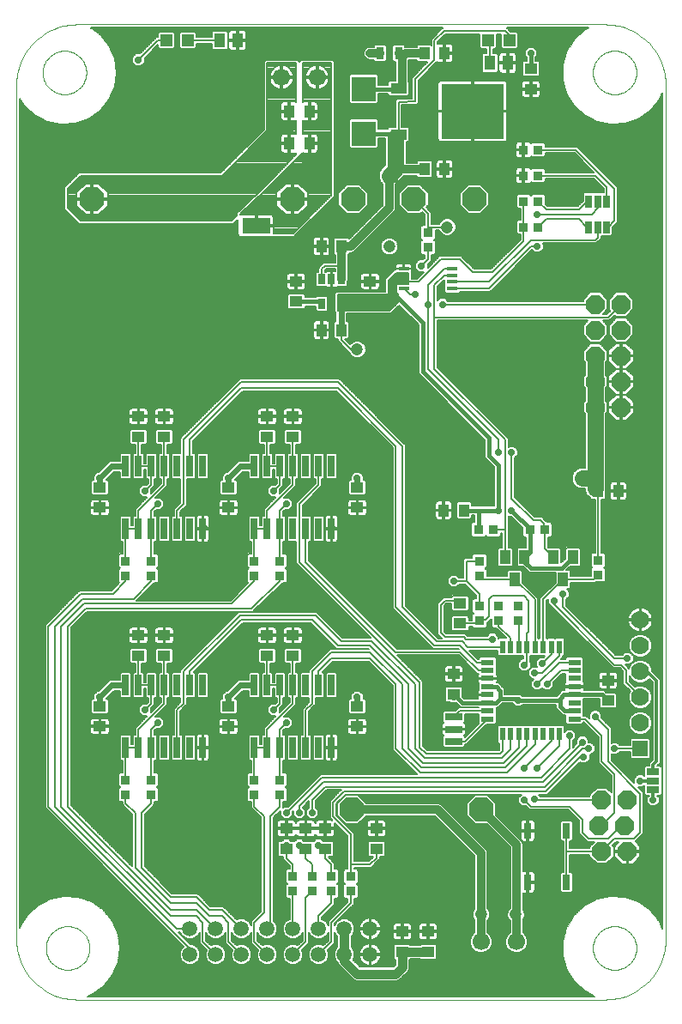
<source format=gtl>
G75*
G70*
%OFA0B0*%
%FSLAX24Y24*%
%IPPOS*%
%LPD*%
%AMOC8*
5,1,8,0,0,1.08239X$1,22.5*
%
%ADD10C,0.0000*%
%ADD11OC8,0.0945*%
%ADD12C,0.0669*%
%ADD13R,0.0250X0.0500*%
%ADD14OC8,0.0740*%
%ADD15R,0.0400X0.0160*%
%ADD16R,0.0260X0.0800*%
%ADD17R,0.0500X0.0220*%
%ADD18R,0.0220X0.0500*%
%ADD19R,0.0276X0.0394*%
%ADD20R,0.0394X0.0551*%
%ADD21R,0.0374X0.0374*%
%ADD22R,0.0492X0.0394*%
%ADD23R,0.0394X0.0492*%
%ADD24R,0.2441X0.2126*%
%ADD25R,0.0630X0.0394*%
%ADD26R,0.0315X0.0472*%
%ADD27C,0.0594*%
%ADD28R,0.0669X0.0276*%
%ADD29R,0.0945X0.0945*%
%ADD30R,0.0594X0.0594*%
%ADD31C,0.0700*%
%ADD32R,0.1063X0.0630*%
%ADD33R,0.0500X0.0250*%
%ADD34R,0.0472X0.0472*%
%ADD35R,0.0433X0.0551*%
%ADD36R,0.0300X0.0600*%
%ADD37C,0.0320*%
%ADD38C,0.0475*%
%ADD39C,0.0070*%
%ADD40OC8,0.0278*%
%ADD41C,0.0060*%
%ADD42C,0.0160*%
%ADD43C,0.0240*%
%ADD44C,0.0640*%
%ADD45C,0.0120*%
%ADD46C,0.0360*%
D10*
X002880Y005242D02*
X002880Y038388D01*
X003909Y038880D02*
X003911Y038938D01*
X003917Y038995D01*
X003927Y039052D01*
X003940Y039108D01*
X003958Y039163D01*
X003979Y039217D01*
X004004Y039269D01*
X004032Y039320D01*
X004064Y039368D01*
X004099Y039414D01*
X004137Y039457D01*
X004178Y039498D01*
X004221Y039536D01*
X004267Y039571D01*
X004315Y039603D01*
X004366Y039631D01*
X004418Y039656D01*
X004472Y039677D01*
X004527Y039695D01*
X004583Y039708D01*
X004640Y039718D01*
X004697Y039724D01*
X004755Y039726D01*
X004813Y039724D01*
X004870Y039718D01*
X004927Y039708D01*
X004983Y039695D01*
X005038Y039677D01*
X005092Y039656D01*
X005144Y039631D01*
X005195Y039603D01*
X005243Y039571D01*
X005289Y039536D01*
X005332Y039498D01*
X005373Y039457D01*
X005411Y039414D01*
X005446Y039368D01*
X005478Y039320D01*
X005506Y039269D01*
X005531Y039217D01*
X005552Y039163D01*
X005570Y039108D01*
X005583Y039052D01*
X005593Y038995D01*
X005599Y038938D01*
X005601Y038880D01*
X005599Y038822D01*
X005593Y038765D01*
X005583Y038708D01*
X005570Y038652D01*
X005552Y038597D01*
X005531Y038543D01*
X005506Y038491D01*
X005478Y038440D01*
X005446Y038392D01*
X005411Y038346D01*
X005373Y038303D01*
X005332Y038262D01*
X005289Y038224D01*
X005243Y038189D01*
X005195Y038157D01*
X005144Y038129D01*
X005092Y038104D01*
X005038Y038083D01*
X004983Y038065D01*
X004927Y038052D01*
X004870Y038042D01*
X004813Y038036D01*
X004755Y038034D01*
X004697Y038036D01*
X004640Y038042D01*
X004583Y038052D01*
X004527Y038065D01*
X004472Y038083D01*
X004418Y038104D01*
X004366Y038129D01*
X004315Y038157D01*
X004267Y038189D01*
X004221Y038224D01*
X004178Y038262D01*
X004137Y038303D01*
X004099Y038346D01*
X004064Y038392D01*
X004032Y038440D01*
X004004Y038491D01*
X003979Y038543D01*
X003958Y038597D01*
X003940Y038652D01*
X003927Y038708D01*
X003917Y038765D01*
X003911Y038822D01*
X003909Y038880D01*
X002880Y038388D02*
X002883Y038500D01*
X002891Y038613D01*
X002904Y038724D01*
X002923Y038835D01*
X002947Y038945D01*
X002976Y039053D01*
X003010Y039161D01*
X003049Y039266D01*
X003093Y039369D01*
X003143Y039470D01*
X003196Y039569D01*
X003255Y039665D01*
X003318Y039758D01*
X003385Y039848D01*
X003457Y039935D01*
X003533Y040018D01*
X003612Y040097D01*
X003695Y040173D01*
X003782Y040245D01*
X003872Y040312D01*
X003965Y040375D01*
X004061Y040434D01*
X004160Y040487D01*
X004261Y040537D01*
X004364Y040581D01*
X004469Y040620D01*
X004577Y040654D01*
X004685Y040683D01*
X004795Y040707D01*
X004906Y040726D01*
X005017Y040739D01*
X005130Y040747D01*
X005242Y040750D01*
X025760Y040750D01*
X025284Y038880D02*
X025286Y038938D01*
X025292Y038995D01*
X025302Y039052D01*
X025315Y039108D01*
X025333Y039163D01*
X025354Y039217D01*
X025379Y039269D01*
X025407Y039320D01*
X025439Y039368D01*
X025474Y039414D01*
X025512Y039457D01*
X025553Y039498D01*
X025596Y039536D01*
X025642Y039571D01*
X025690Y039603D01*
X025741Y039631D01*
X025793Y039656D01*
X025847Y039677D01*
X025902Y039695D01*
X025958Y039708D01*
X026015Y039718D01*
X026072Y039724D01*
X026130Y039726D01*
X026188Y039724D01*
X026245Y039718D01*
X026302Y039708D01*
X026358Y039695D01*
X026413Y039677D01*
X026467Y039656D01*
X026519Y039631D01*
X026570Y039603D01*
X026618Y039571D01*
X026664Y039536D01*
X026707Y039498D01*
X026748Y039457D01*
X026786Y039414D01*
X026821Y039368D01*
X026853Y039320D01*
X026881Y039269D01*
X026906Y039217D01*
X026927Y039163D01*
X026945Y039108D01*
X026958Y039052D01*
X026968Y038995D01*
X026974Y038938D01*
X026976Y038880D01*
X026974Y038822D01*
X026968Y038765D01*
X026958Y038708D01*
X026945Y038652D01*
X026927Y038597D01*
X026906Y038543D01*
X026881Y038491D01*
X026853Y038440D01*
X026821Y038392D01*
X026786Y038346D01*
X026748Y038303D01*
X026707Y038262D01*
X026664Y038224D01*
X026618Y038189D01*
X026570Y038157D01*
X026519Y038129D01*
X026467Y038104D01*
X026413Y038083D01*
X026358Y038065D01*
X026302Y038052D01*
X026245Y038042D01*
X026188Y038036D01*
X026130Y038034D01*
X026072Y038036D01*
X026015Y038042D01*
X025958Y038052D01*
X025902Y038065D01*
X025847Y038083D01*
X025793Y038104D01*
X025741Y038129D01*
X025690Y038157D01*
X025642Y038189D01*
X025596Y038224D01*
X025553Y038262D01*
X025512Y038303D01*
X025474Y038346D01*
X025439Y038392D01*
X025407Y038440D01*
X025379Y038491D01*
X025354Y038543D01*
X025333Y038597D01*
X025315Y038652D01*
X025302Y038708D01*
X025292Y038765D01*
X025286Y038822D01*
X025284Y038880D01*
X025760Y040750D02*
X025872Y040747D01*
X025985Y040739D01*
X026096Y040726D01*
X026207Y040707D01*
X026317Y040683D01*
X026425Y040654D01*
X026533Y040620D01*
X026638Y040581D01*
X026741Y040537D01*
X026842Y040487D01*
X026941Y040434D01*
X027037Y040375D01*
X027130Y040312D01*
X027220Y040245D01*
X027307Y040173D01*
X027390Y040097D01*
X027469Y040018D01*
X027545Y039935D01*
X027617Y039848D01*
X027684Y039758D01*
X027747Y039665D01*
X027806Y039569D01*
X027859Y039470D01*
X027909Y039369D01*
X027953Y039266D01*
X027992Y039161D01*
X028026Y039053D01*
X028055Y038945D01*
X028079Y038835D01*
X028098Y038724D01*
X028111Y038613D01*
X028119Y038500D01*
X028122Y038388D01*
X028122Y005242D01*
X025284Y004880D02*
X025286Y004938D01*
X025292Y004995D01*
X025302Y005052D01*
X025315Y005108D01*
X025333Y005163D01*
X025354Y005217D01*
X025379Y005269D01*
X025407Y005320D01*
X025439Y005368D01*
X025474Y005414D01*
X025512Y005457D01*
X025553Y005498D01*
X025596Y005536D01*
X025642Y005571D01*
X025690Y005603D01*
X025741Y005631D01*
X025793Y005656D01*
X025847Y005677D01*
X025902Y005695D01*
X025958Y005708D01*
X026015Y005718D01*
X026072Y005724D01*
X026130Y005726D01*
X026188Y005724D01*
X026245Y005718D01*
X026302Y005708D01*
X026358Y005695D01*
X026413Y005677D01*
X026467Y005656D01*
X026519Y005631D01*
X026570Y005603D01*
X026618Y005571D01*
X026664Y005536D01*
X026707Y005498D01*
X026748Y005457D01*
X026786Y005414D01*
X026821Y005368D01*
X026853Y005320D01*
X026881Y005269D01*
X026906Y005217D01*
X026927Y005163D01*
X026945Y005108D01*
X026958Y005052D01*
X026968Y004995D01*
X026974Y004938D01*
X026976Y004880D01*
X026974Y004822D01*
X026968Y004765D01*
X026958Y004708D01*
X026945Y004652D01*
X026927Y004597D01*
X026906Y004543D01*
X026881Y004491D01*
X026853Y004440D01*
X026821Y004392D01*
X026786Y004346D01*
X026748Y004303D01*
X026707Y004262D01*
X026664Y004224D01*
X026618Y004189D01*
X026570Y004157D01*
X026519Y004129D01*
X026467Y004104D01*
X026413Y004083D01*
X026358Y004065D01*
X026302Y004052D01*
X026245Y004042D01*
X026188Y004036D01*
X026130Y004034D01*
X026072Y004036D01*
X026015Y004042D01*
X025958Y004052D01*
X025902Y004065D01*
X025847Y004083D01*
X025793Y004104D01*
X025741Y004129D01*
X025690Y004157D01*
X025642Y004189D01*
X025596Y004224D01*
X025553Y004262D01*
X025512Y004303D01*
X025474Y004346D01*
X025439Y004392D01*
X025407Y004440D01*
X025379Y004491D01*
X025354Y004543D01*
X025333Y004597D01*
X025315Y004652D01*
X025302Y004708D01*
X025292Y004765D01*
X025286Y004822D01*
X025284Y004880D01*
X025760Y002880D02*
X025872Y002883D01*
X025985Y002891D01*
X026096Y002904D01*
X026207Y002923D01*
X026317Y002947D01*
X026425Y002976D01*
X026533Y003010D01*
X026638Y003049D01*
X026741Y003093D01*
X026842Y003143D01*
X026941Y003196D01*
X027037Y003255D01*
X027130Y003318D01*
X027220Y003385D01*
X027307Y003457D01*
X027390Y003533D01*
X027469Y003612D01*
X027545Y003695D01*
X027617Y003782D01*
X027684Y003872D01*
X027747Y003965D01*
X027806Y004061D01*
X027859Y004160D01*
X027909Y004261D01*
X027953Y004364D01*
X027992Y004469D01*
X028026Y004577D01*
X028055Y004685D01*
X028079Y004795D01*
X028098Y004906D01*
X028111Y005017D01*
X028119Y005130D01*
X028122Y005242D01*
X025760Y002880D02*
X005242Y002880D01*
X004034Y004880D02*
X004036Y004938D01*
X004042Y004995D01*
X004052Y005052D01*
X004065Y005108D01*
X004083Y005163D01*
X004104Y005217D01*
X004129Y005269D01*
X004157Y005320D01*
X004189Y005368D01*
X004224Y005414D01*
X004262Y005457D01*
X004303Y005498D01*
X004346Y005536D01*
X004392Y005571D01*
X004440Y005603D01*
X004491Y005631D01*
X004543Y005656D01*
X004597Y005677D01*
X004652Y005695D01*
X004708Y005708D01*
X004765Y005718D01*
X004822Y005724D01*
X004880Y005726D01*
X004938Y005724D01*
X004995Y005718D01*
X005052Y005708D01*
X005108Y005695D01*
X005163Y005677D01*
X005217Y005656D01*
X005269Y005631D01*
X005320Y005603D01*
X005368Y005571D01*
X005414Y005536D01*
X005457Y005498D01*
X005498Y005457D01*
X005536Y005414D01*
X005571Y005368D01*
X005603Y005320D01*
X005631Y005269D01*
X005656Y005217D01*
X005677Y005163D01*
X005695Y005108D01*
X005708Y005052D01*
X005718Y004995D01*
X005724Y004938D01*
X005726Y004880D01*
X005724Y004822D01*
X005718Y004765D01*
X005708Y004708D01*
X005695Y004652D01*
X005677Y004597D01*
X005656Y004543D01*
X005631Y004491D01*
X005603Y004440D01*
X005571Y004392D01*
X005536Y004346D01*
X005498Y004303D01*
X005457Y004262D01*
X005414Y004224D01*
X005368Y004189D01*
X005320Y004157D01*
X005269Y004129D01*
X005217Y004104D01*
X005163Y004083D01*
X005108Y004065D01*
X005052Y004052D01*
X004995Y004042D01*
X004938Y004036D01*
X004880Y004034D01*
X004822Y004036D01*
X004765Y004042D01*
X004708Y004052D01*
X004652Y004065D01*
X004597Y004083D01*
X004543Y004104D01*
X004491Y004129D01*
X004440Y004157D01*
X004392Y004189D01*
X004346Y004224D01*
X004303Y004262D01*
X004262Y004303D01*
X004224Y004346D01*
X004189Y004392D01*
X004157Y004440D01*
X004129Y004491D01*
X004104Y004543D01*
X004083Y004597D01*
X004065Y004652D01*
X004052Y004708D01*
X004042Y004765D01*
X004036Y004822D01*
X004034Y004880D01*
X002880Y005242D02*
X002883Y005130D01*
X002891Y005017D01*
X002904Y004906D01*
X002923Y004795D01*
X002947Y004685D01*
X002976Y004577D01*
X003010Y004469D01*
X003049Y004364D01*
X003093Y004261D01*
X003143Y004160D01*
X003196Y004061D01*
X003255Y003965D01*
X003318Y003872D01*
X003385Y003782D01*
X003457Y003695D01*
X003533Y003612D01*
X003612Y003533D01*
X003695Y003457D01*
X003782Y003385D01*
X003872Y003318D01*
X003965Y003255D01*
X004061Y003196D01*
X004160Y003143D01*
X004261Y003093D01*
X004364Y003049D01*
X004469Y003010D01*
X004577Y002976D01*
X004685Y002947D01*
X004795Y002923D01*
X004906Y002904D01*
X005017Y002891D01*
X005130Y002883D01*
X005242Y002880D01*
D11*
X015927Y010266D03*
X020947Y010266D03*
X020691Y033967D03*
X018329Y033967D03*
X015967Y033967D03*
X013604Y033967D03*
X005829Y033967D03*
D12*
X013191Y038692D03*
X014569Y038692D03*
X020941Y005123D03*
X022319Y005123D03*
D13*
X025130Y032880D03*
X025480Y032880D03*
X025830Y032880D03*
X025830Y033880D03*
X025480Y033880D03*
X025130Y033880D03*
D14*
X025380Y029880D03*
X025380Y028880D03*
X025380Y027880D03*
X025380Y026880D03*
X025380Y025880D03*
X026380Y025880D03*
X026380Y026880D03*
X026380Y027880D03*
X026380Y028880D03*
X026380Y029880D03*
X026630Y010630D03*
X026530Y009630D03*
X026630Y008630D03*
X025630Y008630D03*
X025530Y009630D03*
X025630Y010630D03*
D15*
X019825Y030496D03*
X019825Y030752D03*
X019825Y031008D03*
X019825Y031264D03*
X017935Y031264D03*
X017935Y031008D03*
X017935Y030752D03*
X017935Y030496D03*
D16*
X015130Y023590D03*
X014630Y023590D03*
X014130Y023590D03*
X013630Y023590D03*
X013130Y023590D03*
X012630Y023590D03*
X012130Y023590D03*
X012130Y021170D03*
X012630Y021170D03*
X013130Y021170D03*
X013630Y021170D03*
X014130Y021170D03*
X014630Y021170D03*
X015130Y021170D03*
X015130Y015090D03*
X014630Y015090D03*
X014130Y015090D03*
X013630Y015090D03*
X013130Y015090D03*
X012630Y015090D03*
X012130Y015090D03*
X012130Y012670D03*
X012630Y012670D03*
X013130Y012670D03*
X013630Y012670D03*
X014130Y012670D03*
X014630Y012670D03*
X015130Y012670D03*
X010130Y012670D03*
X009630Y012670D03*
X009130Y012670D03*
X008630Y012670D03*
X008130Y012670D03*
X007630Y012670D03*
X007130Y012670D03*
X007130Y015090D03*
X007630Y015090D03*
X008130Y015090D03*
X008630Y015090D03*
X009130Y015090D03*
X009630Y015090D03*
X010130Y015090D03*
X010130Y021170D03*
X009630Y021170D03*
X009130Y021170D03*
X008630Y021170D03*
X008130Y021170D03*
X007630Y021170D03*
X007130Y021170D03*
X007130Y023590D03*
X007630Y023590D03*
X008130Y023590D03*
X008630Y023590D03*
X009130Y023590D03*
X009630Y023590D03*
X010130Y023590D03*
D17*
X021190Y015982D03*
X021190Y015667D03*
X021190Y015352D03*
X021190Y015037D03*
X021190Y014723D03*
X021190Y014408D03*
X021190Y014093D03*
X021190Y013778D03*
X024570Y013778D03*
X024570Y014093D03*
X024570Y014408D03*
X024570Y014723D03*
X024570Y015037D03*
X024570Y015352D03*
X024570Y015667D03*
X024570Y015982D03*
D18*
X023982Y016570D03*
X023667Y016570D03*
X023352Y016570D03*
X023037Y016570D03*
X022723Y016570D03*
X022408Y016570D03*
X022093Y016570D03*
X021778Y016570D03*
X021778Y013190D03*
X022093Y013190D03*
X022408Y013190D03*
X022723Y013190D03*
X023037Y013190D03*
X023352Y013190D03*
X023667Y013190D03*
X023982Y013190D03*
D19*
X015504Y029908D03*
X014756Y029908D03*
X014756Y030852D03*
X015130Y030852D03*
X015504Y030852D03*
D20*
X021883Y020063D03*
X022258Y019197D03*
X022632Y020063D03*
X023756Y020063D03*
X024130Y019197D03*
X024504Y020063D03*
D21*
X025493Y019944D03*
X025493Y019373D03*
X023415Y021130D03*
X022845Y021130D03*
X021415Y021130D03*
X020845Y021130D03*
X020880Y019915D03*
X020880Y019345D03*
X020880Y018165D03*
X020880Y017595D03*
X021630Y017595D03*
X021630Y018165D03*
X022380Y018165D03*
X022380Y017595D03*
X015880Y007665D03*
X015880Y007095D03*
X015130Y007095D03*
X015130Y007665D03*
X014380Y007665D03*
X014380Y007095D03*
X013630Y007095D03*
X013630Y007665D03*
X013130Y010845D03*
X013130Y011415D03*
X012130Y011415D03*
X012130Y010845D03*
X008130Y010845D03*
X008130Y011415D03*
X007130Y011415D03*
X007130Y010845D03*
X007130Y019345D03*
X007130Y019915D03*
X008130Y019915D03*
X008130Y019345D03*
X012130Y019345D03*
X012130Y019915D03*
X013130Y019915D03*
X013130Y019345D03*
X018880Y032095D03*
X018880Y032665D03*
X022595Y032880D03*
X023165Y032880D03*
X023165Y033880D03*
X022595Y033880D03*
X022595Y034880D03*
X023165Y034880D03*
X023165Y035880D03*
X022595Y035880D03*
D22*
X022880Y038236D03*
X022880Y039024D03*
X016630Y030774D03*
X016630Y029986D03*
X013755Y029986D03*
X013755Y030774D03*
X013630Y025524D03*
X013630Y024736D03*
X012630Y024736D03*
X012630Y025524D03*
X011130Y022774D03*
X011130Y021986D03*
X008630Y024736D03*
X008630Y025524D03*
X007630Y025524D03*
X007630Y024736D03*
X006130Y022774D03*
X006130Y021986D03*
X007630Y017024D03*
X007630Y016236D03*
X008630Y016236D03*
X008630Y017024D03*
X011130Y014274D03*
X011130Y013486D03*
X012630Y016236D03*
X012630Y017024D03*
X013630Y017024D03*
X013630Y016236D03*
X016130Y014274D03*
X016130Y013486D03*
X016880Y009524D03*
X016880Y008736D03*
X014880Y008736D03*
X014880Y009524D03*
X014130Y009524D03*
X014130Y008736D03*
X013380Y008736D03*
X013380Y009524D03*
X017880Y005524D03*
X017880Y004736D03*
X018880Y004736D03*
X018880Y005524D03*
X019880Y014736D03*
X019880Y015524D03*
X020130Y017486D03*
X020130Y018274D03*
X016130Y021986D03*
X016130Y022774D03*
X025880Y015274D03*
X025880Y014486D03*
X006130Y014276D03*
X006130Y013489D03*
D23*
X014736Y028880D03*
X015524Y028880D03*
X015524Y032130D03*
X014736Y032130D03*
X014274Y036130D03*
X013486Y036130D03*
X013486Y037380D03*
X014274Y037380D03*
X018736Y035130D03*
X019524Y035130D03*
X019524Y039630D03*
X018736Y039630D03*
X025486Y022630D03*
X026274Y022630D03*
X020274Y021880D03*
X019486Y021880D03*
D24*
X020614Y037380D03*
D25*
X017740Y036482D03*
X017740Y038278D03*
D26*
X017734Y039630D03*
X017026Y039630D03*
D27*
X016630Y005630D03*
X016630Y004630D03*
X015630Y004630D03*
X015630Y005630D03*
X014630Y005630D03*
X014630Y004630D03*
X013630Y004630D03*
X013630Y005630D03*
X012630Y005630D03*
X012630Y004630D03*
X011630Y004630D03*
X011630Y005630D03*
X010630Y005630D03*
X010630Y004630D03*
X009630Y004630D03*
X009630Y005630D03*
D28*
X019880Y012908D03*
X019880Y013380D03*
X019880Y013852D03*
D29*
X016380Y036514D03*
X016380Y038246D03*
D30*
X027130Y012630D03*
D31*
X027130Y013630D03*
X027130Y014630D03*
X027130Y015630D03*
X027130Y016630D03*
X027130Y017630D03*
D32*
X012201Y031829D03*
X012201Y032931D03*
D33*
X027630Y011730D03*
X027630Y011380D03*
X027630Y011030D03*
D34*
X022043Y040130D03*
X021217Y040130D03*
X009543Y040130D03*
X008717Y040130D03*
D35*
X010786Y040130D03*
X011474Y040130D03*
X021286Y039255D03*
X021974Y039255D03*
D36*
X022761Y009440D03*
X022761Y007440D03*
X024261Y007440D03*
X024261Y009440D03*
D37*
X022319Y008894D02*
X022319Y006210D01*
X022319Y005123D01*
X020941Y005123D02*
X020941Y008569D01*
X019244Y010266D01*
X015927Y010266D01*
X020947Y010266D02*
X022319Y008894D01*
X015524Y030872D02*
X015524Y031380D01*
X015524Y032130D01*
X015880Y032130D01*
X017380Y033630D01*
X017380Y034880D01*
X017630Y035130D02*
X018736Y035130D01*
X017630Y036372D02*
X017740Y036482D01*
X017778Y038278D02*
X017740Y038278D01*
X017778Y038278D02*
X017880Y038380D01*
X017880Y039484D01*
X018026Y039630D01*
X018630Y039630D01*
X018736Y039630D01*
X017880Y039484D02*
X017734Y039630D01*
X017026Y039630D02*
X016630Y039630D01*
D38*
X014380Y035130D03*
X012130Y035130D03*
X016130Y028130D03*
X017380Y032130D03*
X019630Y032880D03*
X020949Y006188D03*
X022296Y006188D03*
D39*
X022319Y006210D01*
X020949Y006188D02*
X020941Y007359D01*
X020941Y008569D01*
X022880Y010380D02*
X024380Y010380D01*
X024880Y009880D01*
X024880Y009380D01*
X025130Y009130D01*
X025880Y009130D01*
X026380Y009630D01*
X026530Y009630D01*
X026880Y009130D02*
X026130Y009130D01*
X025630Y008630D01*
X024261Y008630D01*
X024261Y007440D01*
X024261Y008630D02*
X024261Y009440D01*
X025530Y009630D02*
X025630Y009630D01*
X026130Y010130D01*
X026130Y011630D01*
X025630Y012130D01*
X025630Y013130D01*
X024982Y013778D01*
X024570Y013778D01*
X024380Y013130D02*
X024380Y012630D01*
X023266Y011516D01*
X018499Y011516D01*
X015690Y011508D01*
X014758Y011508D01*
X013380Y010130D01*
X013130Y010380D02*
X012755Y010005D01*
X012755Y005755D01*
X012630Y005630D01*
X012130Y005880D02*
X012130Y005130D01*
X012630Y004630D01*
X012130Y005880D02*
X012505Y006255D01*
X012505Y010005D01*
X012130Y010380D01*
X012130Y010880D01*
X012130Y011415D02*
X012130Y012670D01*
X012630Y012670D01*
X012630Y013380D01*
X013630Y014380D01*
X013630Y015090D01*
X013630Y016236D01*
X014380Y015630D02*
X015130Y016380D01*
X016630Y016380D01*
X017880Y015130D01*
X017880Y012630D01*
X018628Y011883D01*
X021883Y011883D01*
X022723Y012723D01*
X022723Y013190D01*
X023037Y013190D02*
X023037Y012787D01*
X021941Y011691D01*
X018569Y011691D01*
X017630Y012630D01*
X017630Y015130D01*
X016630Y016130D01*
X015130Y016130D01*
X014630Y015630D01*
X014630Y015090D01*
X014380Y015630D02*
X014380Y014380D01*
X014130Y014130D01*
X014130Y012670D01*
X013130Y012670D02*
X013130Y011415D01*
X013130Y010845D02*
X013130Y010380D01*
X013880Y010389D02*
X014824Y011333D01*
X023333Y011333D01*
X024880Y012880D01*
X024880Y012630D02*
X025130Y012630D01*
X024880Y012630D02*
X023399Y011149D01*
X014885Y011149D01*
X014380Y010644D01*
X014380Y010130D01*
X013880Y010130D02*
X013880Y010389D01*
X013880Y008880D02*
X014024Y008736D01*
X014130Y008736D01*
X014130Y008380D01*
X014380Y008130D01*
X014380Y007665D01*
X014380Y007095D02*
X014130Y006845D01*
X014130Y005130D01*
X013630Y004630D01*
X013630Y005630D02*
X013630Y007095D01*
X013630Y007665D02*
X013630Y008130D01*
X013380Y008380D01*
X013380Y008736D01*
X013380Y008880D01*
X014630Y008880D02*
X014774Y008736D01*
X014880Y008736D01*
X014880Y008380D01*
X015130Y008130D01*
X015130Y007665D01*
X015130Y007095D02*
X015130Y006630D01*
X014630Y006130D01*
X014630Y005630D01*
X015130Y005880D02*
X015130Y005130D01*
X014630Y004630D01*
X015130Y005880D02*
X015880Y006630D01*
X015880Y007095D01*
X015880Y007130D01*
X015880Y007665D02*
X015880Y008130D01*
X015880Y009296D01*
X015191Y009985D01*
X015191Y010536D01*
X015620Y010965D01*
X023465Y010965D01*
X024819Y012319D01*
X024924Y012319D01*
X024930Y012313D01*
X025880Y012130D02*
X025880Y013380D01*
X025380Y013880D01*
X026130Y012630D02*
X027130Y012630D01*
X025880Y012130D02*
X027130Y010880D01*
X027130Y009380D01*
X026880Y009130D01*
X025630Y010630D02*
X023060Y010630D01*
X023031Y010659D01*
X022880Y010380D02*
X022630Y010630D01*
X022630Y011880D02*
X023667Y012917D01*
X023667Y013190D01*
X023982Y013190D02*
X023982Y012732D01*
X023130Y011880D01*
X022408Y012658D02*
X021819Y012069D01*
X018691Y012069D01*
X018130Y012630D01*
X018130Y015130D01*
X016630Y016630D01*
X015380Y016630D01*
X014380Y017630D01*
X011630Y017630D01*
X009630Y015630D01*
X009630Y015130D01*
X009380Y015630D02*
X011566Y017816D01*
X014505Y017816D01*
X015505Y016816D01*
X016694Y016816D01*
X018380Y015130D01*
X018380Y012630D01*
X018755Y012255D01*
X021755Y012255D01*
X022093Y012593D01*
X022093Y013190D01*
X022408Y013190D02*
X022408Y012658D01*
X021778Y012529D02*
X021684Y012435D01*
X018805Y012435D01*
X018560Y012680D01*
X018560Y015200D01*
X013880Y019880D01*
X013880Y022130D01*
X014630Y022880D01*
X014630Y023590D01*
X013630Y023590D02*
X013630Y024736D01*
X012630Y024736D02*
X012630Y023590D01*
X013130Y023590D01*
X013130Y022880D01*
X012880Y022630D01*
X013380Y022130D02*
X013130Y021880D01*
X013130Y021170D01*
X013130Y019915D01*
X013130Y019345D02*
X013130Y019130D01*
X012005Y018066D01*
X005566Y018066D01*
X004880Y017380D01*
X004880Y010380D01*
X008880Y006380D01*
X009880Y006380D01*
X010630Y005630D01*
X010380Y006130D02*
X009880Y006630D01*
X008880Y006630D01*
X007505Y008005D01*
X007505Y010130D01*
X007130Y010505D01*
X007130Y010845D01*
X007130Y011415D02*
X007130Y012670D01*
X007630Y012670D01*
X007630Y013380D01*
X008630Y014380D01*
X008630Y015090D01*
X008630Y016236D01*
X009380Y015630D02*
X009380Y014380D01*
X009130Y014130D01*
X009130Y012670D01*
X008380Y013630D02*
X008130Y013380D01*
X008130Y012670D01*
X008130Y011415D01*
X008130Y010880D02*
X008130Y010505D01*
X007755Y010130D01*
X007755Y008005D01*
X008880Y006880D01*
X009880Y006880D01*
X010380Y006380D01*
X010880Y006380D01*
X011630Y005630D01*
X011130Y005880D02*
X011130Y005130D01*
X011630Y004630D01*
X011130Y005880D02*
X010880Y006130D01*
X010380Y006130D01*
X010130Y005880D02*
X009880Y006130D01*
X008880Y006130D01*
X004630Y010380D01*
X004630Y017380D01*
X005505Y018255D01*
X011255Y018255D01*
X012130Y019130D01*
X012130Y019345D01*
X012130Y019915D02*
X012130Y021170D01*
X012630Y021170D01*
X012630Y021880D01*
X013630Y022880D01*
X013630Y023590D01*
X014130Y021170D02*
X014130Y019880D01*
X017630Y016380D01*
X020130Y016380D01*
X020843Y015667D01*
X021190Y015667D01*
X021190Y015982D02*
X020778Y015982D01*
X020130Y016630D01*
X019130Y016630D01*
X017630Y018130D01*
X017630Y024380D01*
X015380Y026630D01*
X011630Y026630D01*
X009630Y024630D01*
X009630Y023590D01*
X009380Y024630D02*
X009380Y022130D01*
X009130Y021880D01*
X009130Y021170D01*
X008380Y022130D02*
X008130Y021880D01*
X008130Y021170D01*
X008130Y019915D01*
X008130Y019345D02*
X008130Y019130D01*
X007444Y018444D01*
X005444Y018444D01*
X004380Y017380D01*
X004380Y010380D01*
X009130Y005630D01*
X009630Y005630D01*
X010130Y005880D02*
X010130Y005130D01*
X010630Y004630D01*
X009630Y004630D02*
X009630Y004880D01*
X004130Y010380D01*
X004130Y017380D01*
X005383Y018633D01*
X006633Y018633D01*
X007130Y019130D01*
X007130Y019345D01*
X007130Y019915D02*
X007130Y021170D01*
X007630Y021170D01*
X007630Y021880D01*
X008630Y022880D01*
X008630Y023590D01*
X008630Y024736D01*
X009380Y024630D02*
X011630Y026880D01*
X015380Y026880D01*
X017880Y024380D01*
X017880Y018130D01*
X019226Y016784D01*
X020214Y016784D01*
X020428Y016570D01*
X021778Y016570D01*
X022093Y016570D02*
X022093Y016917D01*
X021630Y017380D01*
X021630Y017595D01*
X021630Y018165D02*
X021630Y018196D01*
X021635Y018201D01*
X021378Y018560D02*
X022603Y018560D01*
X022786Y018376D01*
X022786Y017151D01*
X022723Y017088D01*
X022723Y016570D01*
X022723Y015973D01*
X022630Y015880D01*
X023031Y015559D02*
X023309Y015559D01*
X023982Y016232D01*
X023982Y016570D01*
X023667Y016570D02*
X023667Y016290D01*
X023319Y015941D01*
X023352Y016570D02*
X023352Y018419D01*
X024130Y019197D01*
X025316Y019197D01*
X025493Y019373D01*
X025493Y019944D02*
X025493Y022624D01*
X025486Y022630D01*
X023380Y021380D02*
X023380Y021130D01*
X023415Y021130D02*
X023415Y020404D01*
X023756Y020063D01*
X024130Y018630D02*
X024130Y018130D01*
X026130Y016130D01*
X026630Y016130D01*
X026385Y015880D02*
X026584Y015681D01*
X026584Y015191D01*
X027135Y014640D01*
X026385Y015880D02*
X026130Y015880D01*
X023773Y018238D01*
X023773Y018380D01*
X023037Y018417D02*
X022258Y019197D01*
X021028Y019197D01*
X020880Y019345D01*
X020380Y019130D02*
X020380Y019915D01*
X020880Y019915D01*
X020380Y019130D02*
X019880Y019130D01*
X020380Y019130D02*
X020880Y018630D01*
X020880Y018165D01*
X021255Y018438D02*
X021255Y017755D01*
X021130Y017630D01*
X020915Y017630D01*
X020880Y017595D01*
X020772Y017486D01*
X020130Y017486D01*
X020275Y016968D02*
X019543Y016968D01*
X019380Y017130D01*
X019380Y018216D01*
X019540Y018376D01*
X020027Y018376D01*
X020130Y018274D01*
X021255Y018438D02*
X021378Y018560D01*
X022354Y018288D02*
X022380Y018165D01*
X022380Y018191D01*
X022385Y018196D01*
X022380Y017595D02*
X022408Y017567D01*
X022408Y016570D01*
X023037Y016570D02*
X023037Y018417D01*
X022632Y019878D02*
X022632Y020063D01*
X021883Y020063D02*
X021883Y021130D01*
X021415Y021130D01*
X021883Y021130D02*
X021883Y023127D01*
X021880Y023130D01*
X021880Y024630D01*
X019130Y027380D01*
X019130Y029380D01*
X025880Y029380D01*
X026380Y029880D01*
X025380Y029880D02*
X019446Y029880D01*
X019130Y029380D02*
X019130Y030630D01*
X019508Y031008D01*
X019825Y031008D01*
X019825Y031264D02*
X019514Y031264D01*
X018880Y030630D01*
X018880Y029880D01*
X018880Y027380D01*
X021630Y024630D01*
X021630Y024130D01*
X022130Y024130D02*
X022130Y022340D01*
X022970Y021500D01*
X023260Y021500D01*
X023380Y021380D01*
X022845Y021165D02*
X022845Y021130D01*
X021380Y016880D02*
X020363Y016880D01*
X020275Y016968D01*
X020120Y014093D02*
X019880Y013852D01*
X020120Y014093D02*
X021190Y014093D01*
X021190Y013778D02*
X020320Y012908D01*
X019880Y012908D01*
X021778Y013190D02*
X021778Y012529D01*
X023130Y015130D02*
X023982Y015982D01*
X024570Y015982D01*
X024570Y015667D02*
X024040Y015667D01*
X023503Y015130D01*
X016880Y008736D02*
X016880Y008380D01*
X016630Y008130D01*
X015880Y008130D01*
X013130Y012670D02*
X013130Y013380D01*
X013380Y013630D01*
X012880Y014130D02*
X013130Y014380D01*
X013130Y015090D01*
X012630Y015090D01*
X012630Y016236D01*
X008130Y015090D02*
X008130Y014380D01*
X007880Y014130D01*
X007630Y015090D02*
X007630Y016236D01*
X007630Y015090D02*
X008130Y015090D01*
X007880Y022630D02*
X008130Y022880D01*
X008130Y023590D01*
X007630Y023590D01*
X007630Y024736D01*
X005380Y033130D02*
X004880Y033630D01*
X004880Y034380D01*
X005380Y034880D01*
X010880Y034880D01*
X012630Y036630D01*
X013630Y036630D01*
X013630Y036511D01*
X013521Y036511D01*
X013521Y036165D01*
X013451Y036165D01*
X013451Y036095D01*
X013154Y036095D01*
X013154Y035866D01*
X013164Y035832D01*
X013181Y035801D01*
X013207Y035776D01*
X013237Y035758D01*
X013272Y035749D01*
X013451Y035749D01*
X013451Y036095D01*
X013154Y036095D01*
X013154Y035866D01*
X013164Y035832D01*
X013181Y035801D01*
X013207Y035776D01*
X013237Y035758D01*
X013272Y035749D01*
X013451Y035749D01*
X013451Y036095D01*
X013451Y036165D01*
X013154Y036165D01*
X013154Y036394D01*
X013164Y036428D01*
X013181Y036459D01*
X013207Y036484D01*
X013237Y036502D01*
X013272Y036511D01*
X013451Y036511D01*
X013451Y036165D01*
X013154Y036165D01*
X013154Y036394D01*
X013164Y036428D01*
X013181Y036459D01*
X013207Y036484D01*
X013237Y036502D01*
X013272Y036511D01*
X013451Y036511D01*
X013451Y036165D01*
X013521Y036165D01*
X013521Y036511D01*
X013701Y036511D01*
X013735Y036502D01*
X013755Y036490D01*
X013755Y037020D01*
X013735Y037008D01*
X013701Y036999D01*
X013521Y036999D01*
X013521Y037345D01*
X013451Y037345D01*
X013154Y037345D01*
X013154Y037116D01*
X013164Y037082D01*
X013181Y037051D01*
X013207Y037026D01*
X013237Y037008D01*
X013272Y036999D01*
X013451Y036999D01*
X013451Y037345D01*
X013451Y037415D01*
X013154Y037415D01*
X013154Y037644D01*
X013164Y037678D01*
X012630Y037678D01*
X012630Y037610D02*
X013154Y037610D01*
X013164Y037678D02*
X013181Y037709D01*
X013207Y037734D01*
X013237Y037752D01*
X013272Y037761D01*
X013451Y037761D01*
X013451Y037415D01*
X013521Y037415D01*
X013521Y037761D01*
X013701Y037761D01*
X013735Y037752D01*
X013755Y037740D01*
X013755Y039255D01*
X012630Y039255D01*
X012630Y035630D01*
X013696Y035630D01*
X013755Y035689D01*
X013755Y035770D01*
X013735Y035758D01*
X013701Y035749D01*
X013521Y035749D01*
X013521Y036095D01*
X013451Y036095D01*
X013521Y036095D01*
X013521Y035749D01*
X013630Y035749D01*
X013630Y035564D01*
X012539Y034473D01*
X011536Y033514D01*
X011533Y033514D01*
X011497Y033477D01*
X011460Y033442D01*
X011460Y033439D01*
X011458Y033437D01*
X011459Y033386D01*
X011458Y033334D01*
X011458Y033333D01*
X011255Y033130D01*
X005380Y033130D01*
X005353Y033157D02*
X011282Y033157D01*
X011351Y033226D02*
X005284Y033226D01*
X005216Y033294D02*
X011419Y033294D01*
X011458Y033363D02*
X006084Y033363D01*
X006080Y033359D02*
X006436Y033715D01*
X006436Y033932D01*
X005864Y033932D01*
X005864Y034002D01*
X005794Y034002D01*
X005794Y034574D01*
X005577Y034574D01*
X005221Y034218D01*
X005221Y034002D01*
X005794Y034002D01*
X005794Y033932D01*
X005221Y033932D01*
X005221Y033715D01*
X005577Y033359D01*
X005794Y033359D01*
X005794Y033932D01*
X005864Y033932D01*
X005864Y033359D01*
X006080Y033359D01*
X006152Y033431D02*
X011458Y033431D01*
X011519Y033500D02*
X006221Y033500D01*
X006289Y033568D02*
X011592Y033568D01*
X011664Y033637D02*
X006358Y033637D01*
X006426Y033705D02*
X011736Y033705D01*
X011807Y033774D02*
X006436Y033774D01*
X006436Y033842D02*
X011879Y033842D01*
X011951Y033911D02*
X006436Y033911D01*
X006436Y034002D02*
X006436Y034218D01*
X006080Y034574D01*
X005864Y034574D01*
X005864Y034002D01*
X006436Y034002D01*
X006436Y034048D02*
X012094Y034048D01*
X012166Y034116D02*
X006436Y034116D01*
X006436Y034185D02*
X012237Y034185D01*
X012309Y034253D02*
X006401Y034253D01*
X006333Y034322D02*
X012381Y034322D01*
X012452Y034390D02*
X006264Y034390D01*
X006196Y034459D02*
X012524Y034459D01*
X012593Y034527D02*
X006127Y034527D01*
X005864Y034527D02*
X005794Y034527D01*
X005794Y034459D02*
X005864Y034459D01*
X005864Y034390D02*
X005794Y034390D01*
X005794Y034322D02*
X005864Y034322D01*
X005864Y034253D02*
X005794Y034253D01*
X005794Y034185D02*
X005864Y034185D01*
X005864Y034116D02*
X005794Y034116D01*
X005794Y034048D02*
X005864Y034048D01*
X005864Y033979D02*
X012022Y033979D01*
X012139Y033911D02*
X012997Y033911D01*
X012997Y033932D02*
X012997Y033715D01*
X013353Y033359D01*
X013569Y033359D01*
X013569Y033932D01*
X012997Y033932D01*
X012997Y034002D02*
X013569Y034002D01*
X013569Y034574D01*
X013353Y034574D01*
X012997Y034218D01*
X012997Y034002D01*
X012997Y034048D02*
X012282Y034048D01*
X012354Y034116D02*
X012997Y034116D01*
X012997Y034185D02*
X012426Y034185D01*
X012497Y034253D02*
X013032Y034253D01*
X013100Y034322D02*
X012569Y034322D01*
X012630Y034380D02*
X014014Y035764D01*
X014025Y035758D01*
X014059Y035749D01*
X014239Y035749D01*
X014239Y035880D01*
X014309Y035880D01*
X014309Y035749D01*
X014488Y035749D01*
X014523Y035758D01*
X014553Y035776D01*
X014579Y035801D01*
X014596Y035832D01*
X014606Y035866D01*
X014606Y035880D01*
X015130Y035880D01*
X015130Y034130D01*
X013640Y032640D01*
X012868Y032640D01*
X012868Y032896D01*
X012236Y032896D01*
X012236Y032966D01*
X012166Y032966D01*
X012166Y033381D01*
X011652Y033381D01*
X011618Y033372D01*
X011589Y033355D01*
X011589Y033385D01*
X012630Y034380D01*
X012640Y034390D02*
X013169Y034390D01*
X013237Y034459D02*
X012709Y034459D01*
X012777Y034527D02*
X013306Y034527D01*
X013569Y034527D02*
X013639Y034527D01*
X013639Y034574D02*
X013856Y034574D01*
X014212Y034218D01*
X014212Y034002D01*
X013639Y034002D01*
X013569Y034002D01*
X013569Y033932D01*
X013639Y033932D01*
X013639Y033359D01*
X013856Y033359D01*
X014212Y033715D01*
X014212Y033932D01*
X013639Y033932D01*
X013639Y034002D01*
X013639Y034574D01*
X013639Y034459D02*
X013569Y034459D01*
X013569Y034390D02*
X013639Y034390D01*
X013639Y034322D02*
X013569Y034322D01*
X013569Y034253D02*
X013639Y034253D01*
X013639Y034185D02*
X013569Y034185D01*
X013569Y034116D02*
X013639Y034116D01*
X013639Y034048D02*
X013569Y034048D01*
X013569Y033979D02*
X012210Y033979D01*
X012067Y033842D02*
X012997Y033842D01*
X012997Y033774D02*
X011995Y033774D01*
X011924Y033705D02*
X013007Y033705D01*
X013075Y033637D02*
X011852Y033637D01*
X011780Y033568D02*
X013144Y033568D01*
X013212Y033500D02*
X011709Y033500D01*
X011637Y033431D02*
X013281Y033431D01*
X013349Y033363D02*
X012801Y033363D01*
X012816Y033354D02*
X012785Y033372D01*
X012751Y033381D01*
X012236Y033381D01*
X012236Y032966D01*
X012868Y032966D01*
X012868Y033264D01*
X012859Y033298D01*
X012841Y033329D01*
X012816Y033354D01*
X012860Y033294D02*
X014294Y033294D01*
X014226Y033226D02*
X012868Y033226D01*
X012868Y033157D02*
X014157Y033157D01*
X014089Y033089D02*
X012868Y033089D01*
X012868Y033020D02*
X014020Y033020D01*
X013952Y032952D02*
X012236Y032952D01*
X012236Y033020D02*
X012166Y033020D01*
X012166Y033089D02*
X012236Y033089D01*
X012236Y033157D02*
X012166Y033157D01*
X012166Y033226D02*
X012236Y033226D01*
X012236Y033294D02*
X012166Y033294D01*
X012166Y033363D02*
X012236Y033363D01*
X011601Y033363D02*
X011589Y033363D01*
X012662Y034596D02*
X005096Y034596D01*
X005164Y034664D02*
X012730Y034664D01*
X012799Y034733D02*
X005233Y034733D01*
X005301Y034801D02*
X012867Y034801D01*
X012936Y034870D02*
X005370Y034870D01*
X005530Y034527D02*
X005027Y034527D01*
X004959Y034459D02*
X005462Y034459D01*
X005393Y034390D02*
X004890Y034390D01*
X004880Y034322D02*
X005325Y034322D01*
X005256Y034253D02*
X004880Y034253D01*
X004880Y034185D02*
X005221Y034185D01*
X005221Y034116D02*
X004880Y034116D01*
X004880Y034048D02*
X005221Y034048D01*
X005221Y033911D02*
X004880Y033911D01*
X004880Y033979D02*
X005794Y033979D01*
X005794Y033911D02*
X005864Y033911D01*
X005864Y033842D02*
X005794Y033842D01*
X005794Y033774D02*
X005864Y033774D01*
X005864Y033705D02*
X005794Y033705D01*
X005794Y033637D02*
X005864Y033637D01*
X005864Y033568D02*
X005794Y033568D01*
X005794Y033500D02*
X005864Y033500D01*
X005864Y033431D02*
X005794Y033431D01*
X005794Y033363D02*
X005864Y033363D01*
X005574Y033363D02*
X005147Y033363D01*
X005079Y033431D02*
X005505Y033431D01*
X005437Y033500D02*
X005010Y033500D01*
X004942Y033568D02*
X005368Y033568D01*
X005300Y033637D02*
X004880Y033637D01*
X004880Y033705D02*
X005231Y033705D01*
X005221Y033774D02*
X004880Y033774D01*
X004880Y033842D02*
X005221Y033842D01*
X007630Y039380D02*
X008380Y040130D01*
X008717Y040130D01*
X009543Y040130D02*
X010786Y040130D01*
X012630Y039254D02*
X013755Y039254D01*
X013755Y039185D02*
X012630Y039185D01*
X012630Y039117D02*
X012990Y039117D01*
X013011Y039127D02*
X012945Y039094D01*
X012885Y039050D01*
X012833Y038998D01*
X012789Y038938D01*
X012756Y038872D01*
X012733Y038802D01*
X012721Y038729D01*
X012721Y038727D01*
X013156Y038727D01*
X013156Y039162D01*
X013154Y039162D01*
X013081Y039150D01*
X013011Y039127D01*
X013156Y039117D02*
X013226Y039117D01*
X013226Y039162D02*
X013226Y038727D01*
X013156Y038727D01*
X013156Y038657D01*
X012721Y038657D01*
X012721Y038655D01*
X012733Y038582D01*
X012756Y038512D01*
X012789Y038446D01*
X012833Y038386D01*
X012885Y038334D01*
X012945Y038290D01*
X013011Y038257D01*
X013081Y038234D01*
X013154Y038222D01*
X013156Y038222D01*
X013156Y038657D01*
X013226Y038657D01*
X013226Y038727D01*
X013661Y038727D01*
X013661Y038729D01*
X013649Y038802D01*
X013626Y038872D01*
X013593Y038938D01*
X013549Y038998D01*
X013497Y039050D01*
X013437Y039094D01*
X013371Y039127D01*
X013301Y039150D01*
X013228Y039162D01*
X013226Y039162D01*
X013226Y039048D02*
X013156Y039048D01*
X013156Y038980D02*
X013226Y038980D01*
X013226Y038911D02*
X013156Y038911D01*
X013156Y038843D02*
X013226Y038843D01*
X013226Y038774D02*
X013156Y038774D01*
X013156Y038706D02*
X012630Y038706D01*
X012630Y038774D02*
X012729Y038774D01*
X012746Y038843D02*
X012630Y038843D01*
X012630Y038911D02*
X012776Y038911D01*
X012820Y038980D02*
X012630Y038980D01*
X012630Y039048D02*
X012883Y039048D01*
X012724Y038637D02*
X012630Y038637D01*
X012630Y038569D02*
X012737Y038569D01*
X012762Y038500D02*
X012630Y038500D01*
X012630Y038432D02*
X012800Y038432D01*
X012856Y038363D02*
X012630Y038363D01*
X012630Y038295D02*
X012939Y038295D01*
X013129Y038226D02*
X012630Y038226D01*
X012630Y038158D02*
X013755Y038158D01*
X013755Y038226D02*
X013253Y038226D01*
X013228Y038222D02*
X013301Y038234D01*
X013371Y038257D01*
X013437Y038290D01*
X013497Y038334D01*
X013549Y038386D01*
X013593Y038446D01*
X013626Y038512D01*
X013649Y038582D01*
X013661Y038655D01*
X013661Y038657D01*
X013226Y038657D01*
X013226Y038222D01*
X013228Y038222D01*
X013226Y038226D02*
X013156Y038226D01*
X013156Y038295D02*
X013226Y038295D01*
X013226Y038363D02*
X013156Y038363D01*
X013156Y038432D02*
X013226Y038432D01*
X013226Y038500D02*
X013156Y038500D01*
X013156Y038569D02*
X013226Y038569D01*
X013226Y038637D02*
X013156Y038637D01*
X013226Y038706D02*
X013755Y038706D01*
X013755Y038774D02*
X013653Y038774D01*
X013636Y038843D02*
X013755Y038843D01*
X013755Y038911D02*
X013606Y038911D01*
X013562Y038980D02*
X013755Y038980D01*
X013755Y039048D02*
X013499Y039048D01*
X013392Y039117D02*
X013755Y039117D01*
X014003Y039117D02*
X014368Y039117D01*
X014389Y039127D02*
X014323Y039094D01*
X014263Y039050D01*
X014211Y038998D01*
X014167Y038938D01*
X014134Y038872D01*
X014111Y038802D01*
X014099Y038729D01*
X014099Y038727D01*
X014534Y038727D01*
X014534Y039162D01*
X014532Y039162D01*
X014459Y039150D01*
X014389Y039127D01*
X014534Y039117D02*
X014604Y039117D01*
X014604Y039162D02*
X014604Y038727D01*
X014534Y038727D01*
X014534Y038657D01*
X014099Y038657D01*
X014099Y038655D01*
X014111Y038582D01*
X014134Y038512D01*
X014167Y038446D01*
X014211Y038386D01*
X014263Y038334D01*
X014323Y038290D01*
X014389Y038257D01*
X014459Y038234D01*
X014532Y038222D01*
X014534Y038222D01*
X014534Y038657D01*
X014604Y038657D01*
X014604Y038727D01*
X015039Y038727D01*
X015039Y038729D01*
X015027Y038802D01*
X015004Y038872D01*
X014971Y038938D01*
X014927Y038998D01*
X014875Y039050D01*
X014815Y039094D01*
X014749Y039127D01*
X014679Y039150D01*
X014606Y039162D01*
X014604Y039162D01*
X014604Y039048D02*
X014534Y039048D01*
X014534Y038980D02*
X014604Y038980D01*
X014604Y038911D02*
X014534Y038911D01*
X014534Y038843D02*
X014604Y038843D01*
X014604Y038774D02*
X014534Y038774D01*
X014534Y038706D02*
X014003Y038706D01*
X014003Y038774D02*
X014107Y038774D01*
X014124Y038843D02*
X014003Y038843D01*
X014003Y038911D02*
X014154Y038911D01*
X014198Y038980D02*
X014003Y038980D01*
X014003Y039048D02*
X014261Y039048D01*
X014003Y039185D02*
X015130Y039185D01*
X015130Y039253D02*
X015130Y035380D01*
X014003Y035380D01*
X014003Y035771D01*
X014025Y035758D01*
X014059Y035749D01*
X014239Y035749D01*
X014239Y036095D01*
X014309Y036095D01*
X014309Y036165D01*
X014606Y036165D01*
X014606Y036394D01*
X014596Y036428D01*
X014579Y036459D01*
X014553Y036484D01*
X014523Y036502D01*
X014488Y036511D01*
X014309Y036511D01*
X014309Y036165D01*
X014239Y036165D01*
X014239Y036511D01*
X014059Y036511D01*
X014025Y036502D01*
X014003Y036489D01*
X014003Y037021D01*
X014025Y037008D01*
X014059Y036999D01*
X014239Y036999D01*
X014239Y037345D01*
X014309Y037345D01*
X014309Y037415D01*
X014606Y037415D01*
X014606Y037644D01*
X014596Y037678D01*
X015130Y037678D01*
X015130Y037610D02*
X014606Y037610D01*
X014596Y037678D02*
X014579Y037709D01*
X014553Y037734D01*
X014523Y037752D01*
X014488Y037761D01*
X014309Y037761D01*
X014309Y037415D01*
X014239Y037415D01*
X014239Y037761D01*
X014059Y037761D01*
X014025Y037752D01*
X014003Y037739D01*
X014003Y039253D01*
X015130Y039253D01*
X015130Y039117D02*
X014770Y039117D01*
X014877Y039048D02*
X015130Y039048D01*
X015130Y038980D02*
X014940Y038980D01*
X014984Y038911D02*
X015130Y038911D01*
X015130Y038843D02*
X015014Y038843D01*
X015031Y038774D02*
X015130Y038774D01*
X015130Y038706D02*
X014604Y038706D01*
X014604Y038657D02*
X015039Y038657D01*
X015039Y038655D01*
X015027Y038582D01*
X015004Y038512D01*
X014971Y038446D01*
X014927Y038386D01*
X014875Y038334D01*
X014815Y038290D01*
X014749Y038257D01*
X014679Y038234D01*
X014606Y038222D01*
X014604Y038222D01*
X014604Y038657D01*
X014604Y038637D02*
X014534Y038637D01*
X014534Y038569D02*
X014604Y038569D01*
X014604Y038500D02*
X014534Y038500D01*
X014534Y038432D02*
X014604Y038432D01*
X014604Y038363D02*
X014534Y038363D01*
X014534Y038295D02*
X014604Y038295D01*
X014604Y038226D02*
X014534Y038226D01*
X014507Y038226D02*
X014003Y038226D01*
X014003Y038158D02*
X015130Y038158D01*
X015130Y038226D02*
X014631Y038226D01*
X014821Y038295D02*
X015130Y038295D01*
X015130Y038363D02*
X014904Y038363D01*
X014960Y038432D02*
X015130Y038432D01*
X015130Y038500D02*
X014998Y038500D01*
X015023Y038569D02*
X015130Y038569D01*
X015130Y038637D02*
X015036Y038637D01*
X015130Y038089D02*
X014003Y038089D01*
X014003Y038021D02*
X015130Y038021D01*
X015130Y037952D02*
X014003Y037952D01*
X014003Y037884D02*
X015130Y037884D01*
X015130Y037815D02*
X014003Y037815D01*
X014003Y037747D02*
X014016Y037747D01*
X014239Y037747D02*
X014309Y037747D01*
X014309Y037678D02*
X014239Y037678D01*
X014239Y037610D02*
X014309Y037610D01*
X014309Y037541D02*
X014239Y037541D01*
X014239Y037473D02*
X014309Y037473D01*
X014309Y037404D02*
X015130Y037404D01*
X015130Y037336D02*
X014606Y037336D01*
X014606Y037345D02*
X014309Y037345D01*
X014309Y036999D01*
X014488Y036999D01*
X014523Y037008D01*
X014553Y037026D01*
X014579Y037051D01*
X014596Y037082D01*
X014606Y037116D01*
X014606Y037345D01*
X014606Y037267D02*
X015130Y037267D01*
X015130Y037199D02*
X014606Y037199D01*
X014606Y037130D02*
X015130Y037130D01*
X015130Y037062D02*
X014585Y037062D01*
X014309Y037062D02*
X014239Y037062D01*
X014239Y037130D02*
X014309Y037130D01*
X014309Y037199D02*
X014239Y037199D01*
X014239Y037267D02*
X014309Y037267D01*
X014309Y037336D02*
X014239Y037336D01*
X014606Y037473D02*
X015130Y037473D01*
X015130Y037541D02*
X014606Y037541D01*
X014532Y037747D02*
X015130Y037747D01*
X015130Y036993D02*
X014003Y036993D01*
X014003Y036925D02*
X015130Y036925D01*
X015130Y036856D02*
X014003Y036856D01*
X014003Y036788D02*
X015130Y036788D01*
X015130Y036719D02*
X014003Y036719D01*
X014003Y036651D02*
X015130Y036651D01*
X015130Y036582D02*
X014003Y036582D01*
X014003Y036514D02*
X015130Y036514D01*
X015130Y036445D02*
X014587Y036445D01*
X014606Y036377D02*
X015130Y036377D01*
X015130Y036308D02*
X014606Y036308D01*
X014606Y036240D02*
X015130Y036240D01*
X015130Y036171D02*
X014606Y036171D01*
X014606Y036095D02*
X014309Y036095D01*
X014309Y035749D01*
X014488Y035749D01*
X014523Y035758D01*
X014553Y035776D01*
X014579Y035801D01*
X014596Y035832D01*
X014606Y035866D01*
X014606Y036095D01*
X014606Y036034D02*
X015130Y036034D01*
X015130Y035966D02*
X014606Y035966D01*
X014606Y035897D02*
X015130Y035897D01*
X015130Y035829D02*
X014594Y035829D01*
X015130Y035829D01*
X015130Y035760D02*
X014526Y035760D01*
X015130Y035760D01*
X015130Y035692D02*
X013942Y035692D01*
X014003Y035692D02*
X015130Y035692D01*
X015130Y035623D02*
X013873Y035623D01*
X013805Y035555D02*
X015130Y035555D01*
X014003Y035555D01*
X014003Y035623D02*
X015130Y035623D01*
X015130Y035486D02*
X013736Y035486D01*
X013668Y035418D02*
X015130Y035418D01*
X014003Y035418D01*
X014003Y035486D02*
X015130Y035486D01*
X015130Y035349D02*
X013599Y035349D01*
X013531Y035281D02*
X015130Y035281D01*
X015130Y035212D02*
X013462Y035212D01*
X013394Y035144D02*
X015130Y035144D01*
X015130Y035075D02*
X013325Y035075D01*
X013257Y035007D02*
X015130Y035007D01*
X015130Y034938D02*
X013188Y034938D01*
X013120Y034870D02*
X015130Y034870D01*
X015130Y034801D02*
X013051Y034801D01*
X012983Y034733D02*
X015130Y034733D01*
X015130Y034664D02*
X012914Y034664D01*
X012846Y034596D02*
X015130Y034596D01*
X015130Y034527D02*
X013903Y034527D01*
X013971Y034459D02*
X015130Y034459D01*
X015130Y034390D02*
X014040Y034390D01*
X014108Y034322D02*
X015130Y034322D01*
X015130Y034253D02*
X014177Y034253D01*
X014212Y034185D02*
X015130Y034185D01*
X015116Y034116D02*
X014212Y034116D01*
X014212Y034048D02*
X015048Y034048D01*
X014979Y033979D02*
X013639Y033979D01*
X013639Y033911D02*
X013569Y033911D01*
X013569Y033842D02*
X013639Y033842D01*
X013639Y033774D02*
X013569Y033774D01*
X013569Y033705D02*
X013639Y033705D01*
X013639Y033637D02*
X013569Y033637D01*
X013569Y033568D02*
X013639Y033568D01*
X013639Y033500D02*
X013569Y033500D01*
X013569Y033431D02*
X013639Y033431D01*
X013639Y033363D02*
X013569Y033363D01*
X013859Y033363D02*
X014363Y033363D01*
X014431Y033431D02*
X013928Y033431D01*
X013996Y033500D02*
X014500Y033500D01*
X014568Y033568D02*
X014065Y033568D01*
X014133Y033637D02*
X014637Y033637D01*
X014705Y033705D02*
X014202Y033705D01*
X014212Y033774D02*
X014774Y033774D01*
X014842Y033842D02*
X014212Y033842D01*
X014212Y033911D02*
X014911Y033911D01*
X013883Y032883D02*
X012868Y032883D01*
X012868Y032815D02*
X013815Y032815D01*
X013746Y032746D02*
X012868Y032746D01*
X012868Y032678D02*
X013678Y032678D01*
X014880Y031380D02*
X015524Y031380D01*
X014880Y031380D02*
X014756Y031256D01*
X014756Y030852D01*
X014677Y029986D02*
X014756Y029908D01*
X015504Y029908D02*
X015504Y030004D01*
X015504Y028900D02*
X015524Y028880D01*
X015505Y028880D02*
X015505Y028505D01*
X015880Y028130D01*
X016130Y028130D01*
X018174Y030258D02*
X017935Y030496D01*
X017935Y030752D02*
X018502Y030752D01*
X019380Y031630D01*
X020130Y031630D01*
X020630Y031130D01*
X021380Y031130D01*
X022595Y032345D01*
X022595Y032880D01*
X022595Y033880D01*
X023165Y033880D02*
X023479Y033566D01*
X024746Y033566D01*
X025053Y033873D01*
X025114Y033873D01*
X025121Y033880D01*
X025130Y033880D01*
X025480Y033880D02*
X025480Y033626D01*
X025234Y033380D01*
X023130Y033380D01*
X023484Y033199D02*
X023165Y032880D01*
X023484Y033199D02*
X024746Y033199D01*
X025065Y032880D01*
X025130Y032880D01*
X025480Y032880D02*
X025480Y032480D01*
X025380Y032380D01*
X022880Y032380D01*
X021252Y030752D01*
X019825Y030752D01*
X019825Y030496D02*
X021246Y030496D01*
X022880Y032130D01*
X023130Y032130D01*
X023165Y034880D02*
X025380Y034880D01*
X025830Y034430D01*
X025830Y033880D01*
X026130Y034380D02*
X024630Y035880D01*
X023165Y035880D01*
X021286Y039255D02*
X021286Y040061D01*
X021217Y040130D01*
X021880Y040505D02*
X022005Y040380D01*
X022005Y040130D01*
X021880Y040505D02*
X019505Y040505D01*
X019130Y040130D01*
X019130Y039380D01*
X018380Y038630D01*
X018380Y037755D01*
X017740Y037740D01*
X017740Y036482D01*
X018329Y033967D02*
X018880Y033415D01*
X018880Y032880D01*
X019630Y032880D01*
X018880Y032880D02*
X018880Y032665D01*
X018880Y032095D02*
X018880Y031630D01*
X018630Y031380D01*
X017935Y031008D02*
X017935Y030752D01*
X018174Y030258D02*
X018380Y030258D01*
X015130Y036103D02*
X014309Y036103D01*
X014309Y036171D02*
X014239Y036171D01*
X014239Y036240D02*
X014309Y036240D01*
X014309Y036308D02*
X014239Y036308D01*
X014239Y036377D02*
X014309Y036377D01*
X014309Y036445D02*
X014239Y036445D01*
X014239Y036034D02*
X014309Y036034D01*
X014309Y035966D02*
X014239Y035966D01*
X014239Y035897D02*
X014309Y035897D01*
X014309Y035829D02*
X014239Y035829D01*
X014309Y035829D01*
X014309Y035760D02*
X014239Y035760D01*
X014309Y035760D01*
X014021Y035760D02*
X014010Y035760D01*
X014003Y035760D02*
X014021Y035760D01*
X013755Y035760D02*
X013739Y035760D01*
X013755Y035692D02*
X012630Y035692D01*
X012630Y035760D02*
X013234Y035760D01*
X011760Y035760D01*
X011692Y035692D02*
X013630Y035692D01*
X013630Y035623D02*
X011623Y035623D01*
X011555Y035555D02*
X013621Y035555D01*
X013552Y035486D02*
X011486Y035486D01*
X011418Y035418D02*
X013484Y035418D01*
X013415Y035349D02*
X011349Y035349D01*
X011281Y035281D02*
X013347Y035281D01*
X013278Y035212D02*
X011212Y035212D01*
X011144Y035144D02*
X013210Y035144D01*
X013141Y035075D02*
X011075Y035075D01*
X011007Y035007D02*
X013073Y035007D01*
X013004Y034938D02*
X010938Y034938D01*
X011829Y035829D02*
X013166Y035829D01*
X012630Y035829D01*
X012630Y035897D02*
X013154Y035897D01*
X011897Y035897D01*
X011966Y035966D02*
X013154Y035966D01*
X012630Y035966D01*
X012630Y036034D02*
X013154Y036034D01*
X012034Y036034D01*
X012103Y036103D02*
X013451Y036103D01*
X012630Y036103D01*
X012630Y036171D02*
X013154Y036171D01*
X012171Y036171D01*
X012240Y036240D02*
X013154Y036240D01*
X012630Y036240D01*
X012630Y036308D02*
X013154Y036308D01*
X012308Y036308D01*
X012377Y036377D02*
X013154Y036377D01*
X012630Y036377D01*
X012630Y036445D02*
X013173Y036445D01*
X012445Y036445D01*
X012514Y036514D02*
X013630Y036514D01*
X013630Y036582D02*
X012582Y036582D01*
X012630Y036582D02*
X013755Y036582D01*
X013755Y036514D02*
X012630Y036514D01*
X012630Y036651D02*
X013755Y036651D01*
X013755Y036719D02*
X012630Y036719D01*
X012630Y036788D02*
X013755Y036788D01*
X013755Y036856D02*
X012630Y036856D01*
X012630Y036925D02*
X013755Y036925D01*
X013755Y036993D02*
X012630Y036993D01*
X012630Y037062D02*
X013175Y037062D01*
X013154Y037130D02*
X012630Y037130D01*
X012630Y037199D02*
X013154Y037199D01*
X013154Y037267D02*
X012630Y037267D01*
X012630Y037336D02*
X013154Y037336D01*
X013154Y037473D02*
X012630Y037473D01*
X012630Y037541D02*
X013154Y037541D01*
X013228Y037747D02*
X012630Y037747D01*
X012630Y037815D02*
X013755Y037815D01*
X013744Y037747D02*
X013755Y037747D01*
X013755Y037884D02*
X012630Y037884D01*
X012630Y037952D02*
X013755Y037952D01*
X013755Y038021D02*
X012630Y038021D01*
X012630Y038089D02*
X013755Y038089D01*
X013755Y038295D02*
X013443Y038295D01*
X013526Y038363D02*
X013755Y038363D01*
X013755Y038432D02*
X013582Y038432D01*
X013620Y038500D02*
X013755Y038500D01*
X013755Y038569D02*
X013645Y038569D01*
X013658Y038637D02*
X013755Y038637D01*
X014003Y038637D02*
X014102Y038637D01*
X014115Y038569D02*
X014003Y038569D01*
X014003Y038500D02*
X014140Y038500D01*
X014178Y038432D02*
X014003Y038432D01*
X014003Y038363D02*
X014234Y038363D01*
X014317Y038295D02*
X014003Y038295D01*
X013521Y037747D02*
X013451Y037747D01*
X013451Y037678D02*
X013521Y037678D01*
X013521Y037610D02*
X013451Y037610D01*
X013451Y037541D02*
X013521Y037541D01*
X013521Y037473D02*
X013451Y037473D01*
X013451Y037404D02*
X012630Y037404D01*
X013451Y037336D02*
X013521Y037336D01*
X013521Y037267D02*
X013451Y037267D01*
X013451Y037199D02*
X013521Y037199D01*
X013521Y037130D02*
X013451Y037130D01*
X013451Y037062D02*
X013521Y037062D01*
X013521Y036445D02*
X013451Y036445D01*
X013521Y036445D01*
X013521Y036377D02*
X013451Y036377D01*
X013521Y036377D01*
X013521Y036308D02*
X013451Y036308D01*
X013521Y036308D01*
X013521Y036240D02*
X013451Y036240D01*
X013521Y036240D01*
X013521Y036171D02*
X013451Y036171D01*
X013521Y036171D01*
X013521Y036034D02*
X013451Y036034D01*
X013521Y036034D01*
X013521Y035966D02*
X013451Y035966D01*
X013521Y035966D01*
X013521Y035897D02*
X013451Y035897D01*
X013521Y035897D01*
X013521Y035829D02*
X013451Y035829D01*
X013521Y035829D01*
X013521Y035760D02*
X013451Y035760D01*
X013521Y035760D01*
X025830Y032880D02*
X025880Y032880D01*
X026130Y033130D01*
X026130Y034380D01*
D40*
X023630Y031505D03*
X023130Y032130D03*
X023130Y033380D03*
X023505Y034380D03*
X021505Y037380D03*
X022255Y038630D03*
X022880Y039630D03*
X022630Y040380D03*
X020630Y040130D03*
X019755Y040130D03*
X019755Y039130D03*
X020630Y039130D03*
X020630Y038130D03*
X019630Y037380D03*
X018880Y038630D03*
X018630Y039630D03*
X018630Y040255D03*
X017380Y039005D03*
X016630Y039630D03*
X017380Y037380D03*
X018130Y037380D03*
X018255Y035630D03*
X017630Y035130D03*
X017380Y034880D03*
X017005Y035630D03*
X016630Y032130D03*
X018130Y032130D03*
X018630Y031380D03*
X018380Y030258D03*
X018880Y029880D03*
X019446Y029880D03*
X019505Y029005D03*
X019505Y027630D03*
X018880Y026630D03*
X017880Y025630D03*
X018380Y023630D03*
X019130Y023630D03*
X019130Y024380D03*
X019130Y022630D03*
X018380Y022630D03*
X019130Y021130D03*
X018630Y020130D03*
X019130Y019130D03*
X019880Y019130D03*
X020520Y020525D03*
X021630Y021880D03*
X022130Y021880D03*
X022505Y022505D03*
X023005Y022005D03*
X023630Y022505D03*
X023630Y023755D03*
X024880Y023130D03*
X025380Y023130D03*
X025880Y021880D03*
X025130Y021255D03*
X025130Y020505D03*
X025005Y019630D03*
X025005Y018880D03*
X025005Y017880D03*
X024130Y018630D03*
X023773Y018380D03*
X023755Y017755D03*
X022385Y018196D03*
X021635Y018201D03*
X021380Y016880D03*
X020505Y015380D03*
X020505Y015005D03*
X019880Y014630D03*
X019005Y013380D03*
X017755Y011880D03*
X017630Y009755D03*
X017380Y007630D03*
X019130Y007630D03*
X020380Y006880D03*
X020380Y008380D03*
X021005Y009380D03*
X021630Y008255D03*
X022380Y009505D03*
X022755Y008130D03*
X022755Y006880D03*
X021630Y006880D03*
X023005Y004880D03*
X021630Y004505D03*
X020130Y004880D03*
X018880Y005505D03*
X017880Y005505D03*
X015505Y009005D03*
X014630Y008880D03*
X013880Y008880D03*
X013380Y008880D03*
X013130Y008005D03*
X013130Y006505D03*
X012005Y008005D03*
X011755Y006505D03*
X012005Y009755D03*
X013380Y010130D03*
X013880Y010130D03*
X014380Y010130D03*
X014880Y010130D03*
X013755Y011755D03*
X013380Y013630D03*
X012880Y014130D03*
X012108Y014178D03*
X011130Y014630D03*
X010515Y014178D03*
X010576Y015158D03*
X010755Y017630D03*
X011005Y018755D03*
X012630Y018130D03*
X013130Y017255D03*
X015538Y015158D03*
X016130Y014630D03*
X015538Y014116D03*
X016129Y013474D03*
X017130Y014005D03*
X016755Y015380D03*
X016130Y017130D03*
X015755Y018880D03*
X017255Y020130D03*
X016110Y021990D03*
X015599Y022630D03*
X015599Y023610D03*
X016130Y023130D03*
X017130Y022630D03*
X017130Y023630D03*
X016130Y025255D03*
X016630Y026880D03*
X016630Y029130D03*
X018130Y029130D03*
X020630Y024880D03*
X020505Y023755D03*
X021005Y023755D03*
X021630Y024130D03*
X022130Y024130D03*
X022505Y023755D03*
X021630Y025380D03*
X023630Y025505D03*
X023630Y026755D03*
X023630Y028005D03*
X023630Y029005D03*
X023630Y030380D03*
X020630Y036630D03*
X019505Y035130D03*
X013130Y027255D03*
X013130Y026130D03*
X012880Y022630D03*
X013380Y022130D03*
X012230Y022630D03*
X011149Y021990D03*
X010638Y022630D03*
X011130Y023130D03*
X010638Y023610D03*
X010880Y025255D03*
X008380Y022130D03*
X007880Y022630D03*
X007146Y022630D03*
X006130Y023130D03*
X006145Y021926D03*
X006630Y020380D03*
X006005Y019005D03*
X006380Y017755D03*
X005255Y016380D03*
X006130Y014630D03*
X007146Y014116D03*
X007880Y014130D03*
X008380Y013630D03*
X010130Y012630D03*
X011505Y012005D03*
X009130Y007255D03*
X008255Y008255D03*
X008255Y009880D03*
X007130Y010005D03*
X007130Y008755D03*
X006880Y007005D03*
X008005Y005880D03*
X005005Y009005D03*
X005380Y010505D03*
X003755Y011880D03*
X005255Y013380D03*
X003755Y015005D03*
X004005Y017755D03*
X003505Y019505D03*
X003505Y021255D03*
X003505Y022755D03*
X003505Y024255D03*
X003505Y025755D03*
X003505Y027255D03*
X003505Y028755D03*
X003505Y030255D03*
X003505Y031755D03*
X003505Y033255D03*
X003505Y034755D03*
X003505Y036005D03*
X005255Y036505D03*
X006505Y036505D03*
X008005Y036255D03*
X009255Y036255D03*
X010505Y036255D03*
X011505Y036255D03*
X011865Y031946D03*
X011865Y031630D03*
X012243Y031630D03*
X012243Y031946D03*
X012620Y031946D03*
X012620Y031630D03*
X007630Y039380D03*
X010169Y021194D03*
X008630Y020380D03*
X008255Y018630D03*
X008130Y017630D03*
X015140Y021191D03*
X018505Y016755D03*
X018380Y016005D03*
X015130Y012630D03*
X019005Y009755D03*
X019880Y010630D03*
X021880Y010630D03*
X022630Y010630D03*
X023031Y010659D03*
X023130Y011880D03*
X022630Y011880D03*
X024380Y013130D03*
X024880Y012880D03*
X025130Y012630D03*
X024930Y012313D03*
X025255Y012005D03*
X024880Y011255D03*
X026130Y012630D03*
X025380Y013880D03*
X025255Y015255D03*
X025880Y015255D03*
X025005Y016505D03*
X026630Y016130D03*
X026005Y019130D03*
X025880Y020505D03*
X026755Y021880D03*
X023319Y015941D03*
X023031Y015559D03*
X023130Y015130D03*
X023503Y015130D03*
X022630Y015880D03*
X022130Y015005D03*
X022380Y014505D03*
X022130Y014130D03*
X027130Y011380D03*
X027630Y010630D03*
X021255Y022505D03*
X020505Y022505D03*
D41*
X020512Y022226D02*
X020035Y022226D01*
X019977Y022167D01*
X019977Y021593D01*
X020035Y021534D01*
X020512Y021534D01*
X020571Y021593D01*
X020571Y021710D01*
X020675Y021710D01*
X020675Y021417D01*
X020616Y021417D01*
X020558Y021358D01*
X020558Y020902D01*
X020616Y020843D01*
X021073Y020843D01*
X021130Y020900D01*
X021187Y020843D01*
X021644Y020843D01*
X021702Y020902D01*
X021702Y021005D01*
X021758Y021005D01*
X021758Y020439D01*
X021645Y020439D01*
X021587Y020380D01*
X021587Y019746D01*
X021645Y019687D01*
X022122Y019687D01*
X022180Y019746D01*
X022180Y020380D01*
X022122Y020439D01*
X022008Y020439D01*
X022008Y021663D01*
X022031Y021641D01*
X022129Y021641D01*
X022558Y021212D01*
X022558Y020902D01*
X022616Y020843D01*
X022675Y020843D01*
X022675Y020439D01*
X022393Y020439D01*
X022335Y020380D01*
X022335Y019746D01*
X022393Y019687D01*
X022582Y019687D01*
X022710Y019560D01*
X022810Y019460D01*
X023833Y019460D01*
X023833Y019077D01*
X023227Y018471D01*
X023227Y016920D01*
X023201Y016920D01*
X023195Y016914D01*
X023189Y016920D01*
X023162Y016920D01*
X023162Y018469D01*
X022554Y019077D01*
X022554Y019514D01*
X022496Y019573D01*
X022019Y019573D01*
X021961Y019514D01*
X021961Y019322D01*
X021167Y019322D01*
X021167Y019573D01*
X021110Y019630D01*
X021167Y019687D01*
X021167Y020144D01*
X021108Y020202D01*
X020652Y020202D01*
X020593Y020144D01*
X020593Y020040D01*
X020328Y020040D01*
X020255Y019967D01*
X020255Y019255D01*
X020093Y019255D01*
X019979Y019369D01*
X019781Y019369D01*
X019641Y019229D01*
X019641Y019031D01*
X019781Y018891D01*
X019979Y018891D01*
X020093Y019005D01*
X020328Y019005D01*
X020755Y018578D01*
X020755Y018452D01*
X020652Y018452D01*
X020593Y018394D01*
X020593Y017937D01*
X020650Y017880D01*
X020593Y017823D01*
X020593Y017611D01*
X020476Y017611D01*
X020476Y017725D01*
X020417Y017783D01*
X019843Y017783D01*
X019784Y017725D01*
X019784Y017248D01*
X019843Y017189D01*
X020417Y017189D01*
X020476Y017248D01*
X020476Y017361D01*
X020598Y017361D01*
X020652Y017308D01*
X021108Y017308D01*
X021167Y017366D01*
X021167Y017505D01*
X021182Y017505D01*
X021343Y017505D01*
X021343Y017447D02*
X021167Y017447D01*
X021167Y017388D02*
X021343Y017388D01*
X021343Y017366D02*
X021402Y017308D01*
X021526Y017308D01*
X021578Y017255D01*
X021913Y016920D01*
X021619Y016920D01*
X021619Y016913D02*
X021619Y016979D01*
X021479Y017119D01*
X021281Y017119D01*
X021167Y017005D01*
X020414Y017005D01*
X020400Y017019D01*
X020327Y017092D01*
X019594Y017092D01*
X019505Y017182D01*
X019505Y018164D01*
X019592Y018251D01*
X019784Y018251D01*
X019784Y018035D01*
X019843Y017977D01*
X020417Y017977D01*
X020476Y018035D01*
X020476Y018512D01*
X020417Y018571D01*
X019843Y018571D01*
X019784Y018512D01*
X019784Y018501D01*
X019488Y018501D01*
X019415Y018428D01*
X019255Y018268D01*
X019255Y017078D01*
X019328Y017005D01*
X019424Y016909D01*
X019278Y016909D01*
X018005Y018182D01*
X018005Y024432D01*
X017932Y024505D01*
X017932Y024505D01*
X015505Y026932D01*
X015432Y027005D01*
X011578Y027005D01*
X009328Y024755D01*
X009255Y024682D01*
X009255Y024090D01*
X008959Y024090D01*
X008900Y024031D01*
X008900Y023149D01*
X008959Y023090D01*
X009255Y023090D01*
X009255Y022182D01*
X009078Y022005D01*
X009005Y021932D01*
X009005Y021670D01*
X008959Y021670D01*
X008900Y021611D01*
X008900Y020729D01*
X008959Y020670D01*
X009301Y020670D01*
X009360Y020729D01*
X009360Y021611D01*
X009301Y021670D01*
X009255Y021670D01*
X009255Y021828D01*
X009505Y022078D01*
X009505Y023090D01*
X009801Y023090D01*
X009860Y023149D01*
X009860Y024031D01*
X009801Y024090D01*
X009755Y024090D01*
X009755Y024578D01*
X011682Y026505D01*
X015328Y026505D01*
X017505Y024328D01*
X017505Y018078D01*
X019078Y016505D01*
X020078Y016505D01*
X020078Y016505D01*
X017682Y016505D01*
X014255Y019932D01*
X014255Y020670D01*
X014301Y020670D01*
X014360Y020729D01*
X014360Y021611D01*
X014301Y021670D01*
X014005Y021670D01*
X014005Y022078D01*
X014682Y022755D01*
X014755Y022828D01*
X014755Y023090D01*
X014801Y023090D01*
X014860Y023149D01*
X014860Y024031D01*
X014801Y024090D01*
X014459Y024090D01*
X014400Y024031D01*
X014400Y023149D01*
X014459Y023090D01*
X014505Y023090D01*
X014505Y022932D01*
X013755Y022182D01*
X013755Y021670D01*
X013459Y021670D01*
X013400Y021611D01*
X013400Y020729D01*
X013459Y020670D01*
X013755Y020670D01*
X013755Y019828D01*
X013828Y019755D01*
X016642Y016941D01*
X015557Y016941D01*
X014557Y017941D01*
X012055Y017941D01*
X012057Y017941D01*
X012092Y017977D01*
X013180Y019005D01*
X013182Y019005D01*
X013217Y019040D01*
X013235Y019058D01*
X013358Y019058D01*
X013417Y019116D01*
X013417Y019573D01*
X013360Y019630D01*
X013417Y019687D01*
X013417Y020144D01*
X013358Y020202D01*
X013255Y020202D01*
X013255Y020670D01*
X013301Y020670D01*
X013360Y020729D01*
X013360Y021611D01*
X013301Y021670D01*
X013255Y021670D01*
X013255Y021828D01*
X013318Y021891D01*
X013479Y021891D01*
X013619Y022031D01*
X013619Y022229D01*
X013479Y022369D01*
X013296Y022369D01*
X013682Y022755D01*
X013755Y022828D01*
X013755Y023090D01*
X013801Y023090D01*
X013860Y023149D01*
X013860Y024031D01*
X013801Y024090D01*
X013755Y024090D01*
X013755Y024439D01*
X013917Y024439D01*
X013976Y024498D01*
X013976Y024975D01*
X013917Y025033D01*
X013343Y025033D01*
X013284Y024975D01*
X013284Y024498D01*
X013343Y024439D01*
X013505Y024439D01*
X013505Y024090D01*
X013459Y024090D01*
X013400Y024031D01*
X013400Y023149D01*
X013459Y023090D01*
X013505Y023090D01*
X013505Y022932D01*
X013119Y022546D01*
X013119Y022692D01*
X013182Y022755D01*
X013255Y022828D01*
X013255Y023090D01*
X013301Y023090D01*
X013360Y023149D01*
X013360Y024031D01*
X013301Y024090D01*
X012959Y024090D01*
X012900Y024031D01*
X012900Y023715D01*
X012860Y023715D01*
X012860Y024031D01*
X012801Y024090D01*
X012755Y024090D01*
X012755Y024439D01*
X012917Y024439D01*
X012976Y024498D01*
X012976Y024975D01*
X012917Y025033D01*
X012343Y025033D01*
X012284Y024975D01*
X012284Y024498D01*
X012343Y024439D01*
X012505Y024439D01*
X012505Y024090D01*
X012459Y024090D01*
X012400Y024031D01*
X012400Y023149D01*
X012459Y023090D01*
X012801Y023090D01*
X012860Y023149D01*
X012860Y023465D01*
X012900Y023465D01*
X012900Y023149D01*
X012959Y023090D01*
X013005Y023090D01*
X013005Y022932D01*
X012942Y022869D01*
X012781Y022869D01*
X012641Y022729D01*
X012641Y022531D01*
X012781Y022391D01*
X012964Y022391D01*
X012505Y021932D01*
X012505Y021670D01*
X012459Y021670D01*
X012400Y021611D01*
X012400Y021295D01*
X012360Y021295D01*
X012360Y021611D01*
X012301Y021670D01*
X011959Y021670D01*
X011900Y021611D01*
X011900Y020729D01*
X011959Y020670D01*
X012005Y020670D01*
X012005Y020202D01*
X011902Y020202D01*
X011843Y020144D01*
X011843Y019687D01*
X011900Y019630D01*
X011843Y019573D01*
X011843Y019116D01*
X011891Y019068D01*
X011203Y018380D01*
X007557Y018380D01*
X008182Y019005D01*
X008234Y019058D01*
X008358Y019058D01*
X008417Y019116D01*
X008417Y019573D01*
X008360Y019630D01*
X008417Y019687D01*
X008417Y020144D01*
X008358Y020202D01*
X008255Y020202D01*
X008255Y020670D01*
X008301Y020670D01*
X008360Y020729D01*
X008360Y021611D01*
X008301Y021670D01*
X008255Y021670D01*
X008255Y021828D01*
X008318Y021891D01*
X008479Y021891D01*
X008619Y022031D01*
X008619Y022229D01*
X008479Y022369D01*
X008296Y022369D01*
X008755Y022828D01*
X008755Y023090D01*
X008801Y023090D01*
X008860Y023149D01*
X008860Y024031D01*
X008801Y024090D01*
X008755Y024090D01*
X008755Y024439D01*
X008917Y024439D01*
X008976Y024498D01*
X008976Y024975D01*
X008917Y025033D01*
X008343Y025033D01*
X008284Y024975D01*
X008284Y024498D01*
X008343Y024439D01*
X008505Y024439D01*
X008505Y024090D01*
X008459Y024090D01*
X008400Y024031D01*
X008400Y023149D01*
X008459Y023090D01*
X008505Y023090D01*
X008505Y022932D01*
X008119Y022546D01*
X008119Y022692D01*
X008182Y022755D01*
X008255Y022828D01*
X008255Y023090D01*
X008301Y023090D01*
X008360Y023149D01*
X008360Y024031D01*
X008301Y024090D01*
X007959Y024090D01*
X007900Y024031D01*
X007900Y023715D01*
X007860Y023715D01*
X007860Y024031D01*
X007801Y024090D01*
X007755Y024090D01*
X007755Y024439D01*
X007917Y024439D01*
X007976Y024498D01*
X007976Y024975D01*
X007917Y025033D01*
X007343Y025033D01*
X007284Y024975D01*
X007284Y024498D01*
X007343Y024439D01*
X007505Y024439D01*
X007505Y024090D01*
X007459Y024090D01*
X007400Y024031D01*
X007400Y023149D01*
X007459Y023090D01*
X007801Y023090D01*
X007860Y023149D01*
X007860Y023465D01*
X007900Y023465D01*
X007900Y023149D01*
X007959Y023090D01*
X008005Y023090D01*
X008005Y022932D01*
X007942Y022869D01*
X007781Y022869D01*
X007641Y022729D01*
X007641Y022531D01*
X007781Y022391D01*
X007964Y022391D01*
X007578Y022005D01*
X007505Y021932D01*
X007505Y021670D01*
X007459Y021670D01*
X007400Y021611D01*
X007400Y021295D01*
X007360Y021295D01*
X007360Y021611D01*
X007301Y021670D01*
X006959Y021670D01*
X006900Y021611D01*
X006900Y020729D01*
X006959Y020670D01*
X007005Y020670D01*
X007005Y020202D01*
X006902Y020202D01*
X006843Y020144D01*
X006843Y019687D01*
X006900Y019630D01*
X006843Y019573D01*
X006843Y019116D01*
X006891Y019068D01*
X006581Y018757D01*
X005331Y018757D01*
X005258Y018684D01*
X004005Y017432D01*
X004005Y010328D01*
X004078Y010255D01*
X009386Y004947D01*
X009294Y004855D01*
X009233Y004709D01*
X009233Y004551D01*
X009294Y004405D01*
X009405Y004294D01*
X009551Y004233D01*
X009709Y004233D01*
X009855Y004294D01*
X009966Y004405D01*
X010027Y004551D01*
X010027Y004709D01*
X009966Y004855D01*
X009855Y004966D01*
X009709Y005027D01*
X009660Y005027D01*
X009182Y005505D01*
X009252Y005505D01*
X009294Y005405D01*
X009405Y005294D01*
X009551Y005233D01*
X009709Y005233D01*
X009855Y005294D01*
X009966Y005405D01*
X010005Y005498D01*
X010005Y005078D01*
X010078Y005005D01*
X010274Y004809D01*
X010233Y004709D01*
X010233Y004551D01*
X010294Y004405D01*
X010405Y004294D01*
X010551Y004233D01*
X010709Y004233D01*
X010855Y004294D01*
X010966Y004405D01*
X011027Y004551D01*
X011027Y004709D01*
X010966Y004855D01*
X010855Y004966D01*
X010709Y005027D01*
X010551Y005027D01*
X010451Y004986D01*
X010452Y004986D01*
X010451Y004986D02*
X010255Y005182D01*
X010255Y005498D01*
X010294Y005405D01*
X010405Y005294D01*
X010551Y005233D01*
X010709Y005233D01*
X010855Y005294D01*
X010966Y005405D01*
X011005Y005498D01*
X011005Y005078D01*
X011078Y005005D01*
X011274Y004809D01*
X011233Y004709D01*
X011233Y004551D01*
X011294Y004405D01*
X011405Y004294D01*
X011551Y004233D01*
X011709Y004233D01*
X011855Y004294D01*
X011966Y004405D01*
X012027Y004551D01*
X012027Y004709D01*
X011966Y004855D01*
X011855Y004966D01*
X011709Y005027D01*
X011551Y005027D01*
X011451Y004986D01*
X011452Y004986D01*
X011451Y004986D02*
X011255Y005182D01*
X011255Y005498D01*
X011294Y005405D01*
X011405Y005294D01*
X011551Y005233D01*
X011709Y005233D01*
X011855Y005294D01*
X011966Y005405D01*
X012005Y005498D01*
X012005Y005078D01*
X012078Y005005D01*
X012078Y005005D01*
X012274Y004809D01*
X012233Y004709D01*
X012233Y004551D01*
X012294Y004405D01*
X012405Y004294D01*
X012551Y004233D01*
X012709Y004233D01*
X012855Y004294D01*
X012966Y004405D01*
X013027Y004551D01*
X013027Y004709D01*
X012966Y004855D01*
X012855Y004966D01*
X012709Y005027D01*
X012551Y005027D01*
X012451Y004986D01*
X012452Y004986D01*
X012451Y004986D02*
X012255Y005182D01*
X012255Y005498D01*
X012294Y005405D01*
X012405Y005294D01*
X012551Y005233D01*
X012709Y005233D01*
X012855Y005294D01*
X012966Y005405D01*
X013027Y005551D01*
X013027Y005709D01*
X012966Y005855D01*
X012880Y005941D01*
X012880Y009953D01*
X013141Y010214D01*
X013141Y010031D01*
X013281Y009891D01*
X013479Y009891D01*
X013619Y010031D01*
X013619Y010192D01*
X013641Y010214D01*
X013641Y010031D01*
X013781Y009891D01*
X013979Y009891D01*
X014119Y010031D01*
X014119Y010229D01*
X014008Y010340D01*
X014255Y010587D01*
X014255Y010343D01*
X014141Y010229D01*
X014141Y010031D01*
X014281Y009891D01*
X014479Y009891D01*
X014619Y010031D01*
X014619Y010229D01*
X014505Y010343D01*
X014505Y010592D01*
X014937Y011024D01*
X015502Y011024D01*
X015495Y011017D01*
X015066Y010588D01*
X015066Y009933D01*
X015139Y009860D01*
X015139Y009860D01*
X015151Y009848D01*
X015143Y009851D01*
X014910Y009851D01*
X014910Y009554D01*
X014850Y009554D01*
X014850Y009851D01*
X014617Y009851D01*
X014584Y009842D01*
X014554Y009825D01*
X014530Y009800D01*
X014513Y009771D01*
X014505Y009742D01*
X014497Y009771D01*
X014480Y009800D01*
X014456Y009825D01*
X014426Y009842D01*
X014393Y009851D01*
X014160Y009851D01*
X014160Y009554D01*
X014100Y009554D01*
X014100Y009851D01*
X013867Y009851D01*
X013834Y009842D01*
X013804Y009825D01*
X013780Y009800D01*
X013763Y009771D01*
X013755Y009742D01*
X013747Y009771D01*
X013730Y009800D01*
X013706Y009825D01*
X013676Y009842D01*
X013643Y009851D01*
X013410Y009851D01*
X013410Y009554D01*
X013350Y009554D01*
X013350Y009851D01*
X013117Y009851D01*
X013084Y009842D01*
X013054Y009825D01*
X013030Y009800D01*
X013013Y009771D01*
X013004Y009738D01*
X013004Y009554D01*
X013350Y009554D01*
X013350Y009494D01*
X013004Y009494D01*
X013004Y009310D01*
X013013Y009277D01*
X013030Y009247D01*
X013054Y009223D01*
X013084Y009206D01*
X013117Y009197D01*
X013350Y009197D01*
X013350Y009494D01*
X013410Y009494D01*
X013410Y009554D01*
X013756Y009554D01*
X014100Y009554D01*
X014100Y009494D01*
X013410Y009494D01*
X013410Y009197D01*
X013643Y009197D01*
X013676Y009206D01*
X013706Y009223D01*
X013730Y009247D01*
X013747Y009277D01*
X013755Y009306D01*
X013763Y009277D01*
X013780Y009247D01*
X013804Y009223D01*
X013834Y009206D01*
X013867Y009197D01*
X014100Y009197D01*
X014100Y009494D01*
X014160Y009494D01*
X014160Y009554D01*
X014850Y009554D01*
X014850Y009494D01*
X014506Y009494D01*
X014160Y009494D01*
X014160Y009197D01*
X014393Y009197D01*
X014426Y009206D01*
X014456Y009223D01*
X014480Y009247D01*
X014497Y009277D01*
X014505Y009306D01*
X014513Y009277D01*
X014530Y009247D01*
X014554Y009223D01*
X014584Y009206D01*
X014617Y009197D01*
X014850Y009197D01*
X014850Y009494D01*
X014910Y009494D01*
X014910Y009554D01*
X015256Y009554D01*
X015256Y009738D01*
X015254Y009746D01*
X015755Y009244D01*
X015755Y007952D01*
X015652Y007952D01*
X015593Y007894D01*
X015593Y007437D01*
X015650Y007380D01*
X015593Y007323D01*
X015593Y006866D01*
X015652Y006808D01*
X015755Y006808D01*
X015755Y006682D01*
X015005Y005932D01*
X015005Y005762D01*
X014966Y005855D01*
X014855Y005966D01*
X014755Y006008D01*
X014755Y006078D01*
X015255Y006578D01*
X015255Y006808D01*
X015358Y006808D01*
X015417Y006866D01*
X015417Y007323D01*
X015360Y007380D01*
X015417Y007437D01*
X015417Y007894D01*
X015358Y007952D01*
X015255Y007952D01*
X015255Y008182D01*
X015005Y008432D01*
X015005Y008439D01*
X015167Y008439D01*
X015226Y008498D01*
X015226Y008975D01*
X015167Y009033D01*
X014815Y009033D01*
X014729Y009119D01*
X014531Y009119D01*
X014431Y009019D01*
X014417Y009033D01*
X014065Y009033D01*
X013979Y009119D01*
X013781Y009119D01*
X013681Y009019D01*
X013667Y009033D01*
X013565Y009033D01*
X013479Y009119D01*
X013281Y009119D01*
X013195Y009033D01*
X013093Y009033D01*
X013034Y008975D01*
X013034Y008498D01*
X013093Y008439D01*
X013255Y008439D01*
X013255Y008328D01*
X013328Y008255D01*
X013505Y008078D01*
X013505Y007952D01*
X013402Y007952D01*
X013343Y007894D01*
X013343Y007437D01*
X013400Y007380D01*
X013343Y007323D01*
X013343Y006866D01*
X013402Y006808D01*
X013505Y006808D01*
X013505Y006008D01*
X013405Y005966D01*
X013294Y005855D01*
X013233Y005709D01*
X013233Y005551D01*
X013294Y005405D01*
X013405Y005294D01*
X013551Y005233D01*
X013709Y005233D01*
X013855Y005294D01*
X013966Y005405D01*
X014005Y005498D01*
X014005Y005182D01*
X013809Y004986D01*
X013808Y004986D01*
X013809Y004986D02*
X013709Y005027D01*
X013551Y005027D01*
X013405Y004966D01*
X013294Y004855D01*
X013233Y004709D01*
X013233Y004551D01*
X013294Y004405D01*
X013405Y004294D01*
X013551Y004233D01*
X013709Y004233D01*
X013855Y004294D01*
X013966Y004405D01*
X014027Y004551D01*
X014027Y004709D01*
X013986Y004809D01*
X014182Y005005D01*
X014255Y005078D01*
X014255Y005498D01*
X014294Y005405D01*
X014405Y005294D01*
X014551Y005233D01*
X014709Y005233D01*
X014855Y005294D01*
X014966Y005405D01*
X015005Y005498D01*
X015005Y005182D01*
X014809Y004986D01*
X014808Y004986D01*
X014809Y004986D02*
X014709Y005027D01*
X014551Y005027D01*
X014405Y004966D01*
X014294Y004855D01*
X014233Y004709D01*
X014233Y004551D01*
X014294Y004405D01*
X014405Y004294D01*
X014551Y004233D01*
X014709Y004233D01*
X014855Y004294D01*
X014966Y004405D01*
X015027Y004551D01*
X015027Y004709D01*
X014986Y004809D01*
X015182Y005005D01*
X015255Y005078D01*
X015255Y005498D01*
X015294Y005405D01*
X015360Y005339D01*
X015360Y004921D01*
X015294Y004855D01*
X015233Y004709D01*
X015233Y004551D01*
X015294Y004405D01*
X015360Y004339D01*
X015360Y004326D01*
X015401Y004227D01*
X015477Y004151D01*
X015977Y003651D01*
X016076Y003610D01*
X017684Y003610D01*
X017783Y003651D01*
X017859Y003727D01*
X018109Y003977D01*
X018150Y004076D01*
X018150Y004439D01*
X018167Y004439D01*
X018194Y004466D01*
X018566Y004466D01*
X018593Y004439D01*
X019167Y004439D01*
X019226Y004498D01*
X019226Y004975D01*
X019167Y005033D01*
X018593Y005033D01*
X018566Y005006D01*
X018194Y005006D01*
X018167Y005033D01*
X017593Y005033D01*
X017534Y004975D01*
X017534Y004498D01*
X017593Y004439D01*
X017610Y004439D01*
X017610Y004242D01*
X017518Y004150D01*
X016242Y004150D01*
X015972Y004419D01*
X016027Y004551D01*
X016027Y004709D01*
X015966Y004855D01*
X015900Y004921D01*
X015900Y005339D01*
X015966Y005405D01*
X016027Y005551D01*
X016027Y005709D01*
X015966Y005855D01*
X015855Y005966D01*
X015709Y006027D01*
X015551Y006027D01*
X015405Y005966D01*
X015294Y005855D01*
X015255Y005762D01*
X015255Y005828D01*
X015932Y006505D01*
X016005Y006578D01*
X016005Y006808D01*
X016108Y006808D01*
X016167Y006866D01*
X016167Y007323D01*
X016110Y007380D01*
X016167Y007437D01*
X016167Y007894D01*
X016108Y007952D01*
X016005Y007952D01*
X016005Y008005D01*
X016682Y008005D01*
X016932Y008255D01*
X017005Y008328D01*
X017005Y008439D01*
X017167Y008439D01*
X017226Y008498D01*
X017226Y008975D01*
X017167Y009033D01*
X016593Y009033D01*
X016534Y008975D01*
X016534Y008498D01*
X016593Y008439D01*
X016755Y008439D01*
X016755Y008432D01*
X016578Y008255D01*
X016005Y008255D01*
X016005Y009348D01*
X015316Y010037D01*
X015316Y010484D01*
X015672Y010840D01*
X022502Y010840D01*
X022391Y010729D01*
X022391Y010531D01*
X022531Y010391D01*
X022692Y010391D01*
X022755Y010328D01*
X022828Y010255D01*
X024328Y010255D01*
X024755Y009828D01*
X024755Y009328D01*
X025005Y009078D01*
X025078Y009005D01*
X025340Y009005D01*
X025160Y008825D01*
X025160Y008755D01*
X024386Y008755D01*
X024386Y009040D01*
X024453Y009040D01*
X024511Y009099D01*
X024511Y009781D01*
X024453Y009840D01*
X024070Y009840D01*
X024011Y009781D01*
X024011Y009099D01*
X024070Y009040D01*
X024136Y009040D01*
X024136Y007840D01*
X024070Y007840D01*
X024011Y007781D01*
X024011Y007099D01*
X024070Y007040D01*
X024453Y007040D01*
X024511Y007099D01*
X024511Y007781D01*
X024453Y007840D01*
X024386Y007840D01*
X024386Y008505D01*
X025160Y008505D01*
X025160Y008435D01*
X025435Y008160D01*
X025825Y008160D01*
X026100Y008435D01*
X026100Y008825D01*
X026051Y008874D01*
X026182Y009005D01*
X026298Y009005D01*
X026130Y008837D01*
X026130Y008660D01*
X026600Y008660D01*
X026600Y008600D01*
X026660Y008600D01*
X026660Y008660D01*
X027130Y008660D01*
X027130Y008837D01*
X026947Y009020D01*
X027182Y009255D01*
X027255Y009328D01*
X027255Y010932D01*
X027046Y011141D01*
X027229Y011141D01*
X027280Y011192D01*
X027280Y010864D01*
X027339Y010805D01*
X027467Y010805D01*
X027391Y010729D01*
X027391Y010531D01*
X027531Y010391D01*
X027729Y010391D01*
X027869Y010531D01*
X027869Y010729D01*
X027793Y010805D01*
X027921Y010805D01*
X027980Y010864D01*
X027980Y011196D01*
X027971Y011205D01*
X027980Y011214D01*
X027980Y011546D01*
X027971Y011555D01*
X027980Y011564D01*
X027980Y011896D01*
X027921Y011955D01*
X027792Y011955D01*
X027905Y012068D01*
X027905Y015317D01*
X027817Y015405D01*
X027580Y015642D01*
X027580Y015720D01*
X027511Y015885D01*
X027385Y016011D01*
X027220Y016080D01*
X027040Y016080D01*
X026875Y016011D01*
X026749Y015885D01*
X026692Y015749D01*
X026551Y015891D01*
X026729Y015891D01*
X026869Y016031D01*
X026869Y016229D01*
X026729Y016369D01*
X026531Y016369D01*
X026417Y016255D01*
X026182Y016255D01*
X024255Y018182D01*
X024255Y018417D01*
X024369Y018531D01*
X024369Y018729D01*
X024277Y018821D01*
X024368Y018821D01*
X024427Y018880D01*
X024427Y019072D01*
X025368Y019072D01*
X025382Y019086D01*
X025721Y019086D01*
X025780Y019145D01*
X025780Y019602D01*
X025723Y019659D01*
X025780Y019716D01*
X025780Y020173D01*
X025721Y020231D01*
X025617Y020231D01*
X025617Y022284D01*
X025725Y022284D01*
X025783Y022343D01*
X025783Y022638D01*
X025790Y022655D01*
X025790Y025625D01*
X025850Y025685D01*
X025850Y026075D01*
X025790Y026135D01*
X025790Y026625D01*
X025850Y026685D01*
X025850Y027075D01*
X025790Y027135D01*
X025790Y027625D01*
X025850Y027685D01*
X025850Y028075D01*
X025575Y028350D01*
X025185Y028350D01*
X024910Y028075D01*
X024910Y027685D01*
X024970Y027625D01*
X024970Y027135D01*
X024910Y027075D01*
X024910Y026685D01*
X024970Y026625D01*
X024970Y026135D01*
X024910Y026075D01*
X024910Y025685D01*
X024970Y025625D01*
X024970Y023540D01*
X024798Y023540D01*
X024648Y023478D01*
X024532Y023362D01*
X024470Y023212D01*
X024470Y023048D01*
X024532Y022898D01*
X024648Y022782D01*
X024798Y022720D01*
X024970Y022720D01*
X024970Y022655D01*
X025032Y022504D01*
X025148Y022389D01*
X025189Y022371D01*
X025189Y022343D01*
X025248Y022284D01*
X025368Y022284D01*
X025368Y020231D01*
X025264Y020231D01*
X025205Y020173D01*
X025205Y019716D01*
X025262Y019659D01*
X025205Y019602D01*
X025205Y019322D01*
X024427Y019322D01*
X024427Y019514D01*
X024368Y019573D01*
X024254Y019573D01*
X024369Y019687D01*
X024742Y019687D01*
X024801Y019746D01*
X024801Y020380D01*
X024742Y020439D01*
X024266Y020439D01*
X024207Y020380D01*
X024207Y020007D01*
X024053Y019852D01*
X024053Y020380D01*
X023994Y020439D01*
X023557Y020439D01*
X023540Y020455D01*
X023540Y020843D01*
X023644Y020843D01*
X023702Y020902D01*
X023702Y021358D01*
X023644Y021417D01*
X023505Y021417D01*
X023505Y021432D01*
X023432Y021505D01*
X023432Y021505D01*
X023312Y021625D01*
X023022Y021625D01*
X022255Y022392D01*
X022255Y023917D01*
X022369Y024031D01*
X022369Y024229D01*
X022229Y024369D01*
X022031Y024369D01*
X022005Y024343D01*
X022005Y024682D01*
X021932Y024755D01*
X019255Y027432D01*
X019255Y029255D01*
X025090Y029255D01*
X024910Y029075D01*
X024910Y028685D01*
X025185Y028410D01*
X025575Y028410D01*
X025850Y028685D01*
X025850Y029075D01*
X025670Y029255D01*
X025932Y029255D01*
X026005Y029328D01*
X026136Y029459D01*
X026185Y029410D01*
X026575Y029410D01*
X026850Y029685D01*
X026850Y030075D01*
X026575Y030350D01*
X026185Y030350D01*
X025910Y030075D01*
X025910Y029685D01*
X025959Y029636D01*
X025828Y029505D01*
X025670Y029505D01*
X025850Y029685D01*
X025850Y030075D01*
X025575Y030350D01*
X025185Y030350D01*
X024910Y030075D01*
X024910Y030005D01*
X019659Y030005D01*
X019545Y030119D01*
X019347Y030119D01*
X019255Y030027D01*
X019255Y030578D01*
X019525Y030848D01*
X019525Y030631D01*
X019531Y030624D01*
X019525Y030618D01*
X019525Y030375D01*
X019255Y030375D01*
X019255Y030317D02*
X019583Y030317D01*
X019583Y030316D02*
X020066Y030316D01*
X020121Y030371D01*
X021298Y030371D01*
X021371Y030444D01*
X022924Y031998D01*
X023031Y031891D01*
X023229Y031891D01*
X023369Y032031D01*
X023369Y032229D01*
X023343Y032255D01*
X025432Y032255D01*
X025605Y032428D01*
X025605Y032530D01*
X025646Y032530D01*
X025655Y032539D01*
X025664Y032530D01*
X025996Y032530D01*
X026055Y032589D01*
X026055Y032878D01*
X026182Y033005D01*
X026255Y033078D01*
X026255Y034432D01*
X024755Y035932D01*
X024682Y036005D01*
X023452Y036005D01*
X023452Y036108D01*
X027992Y036108D01*
X027992Y036050D02*
X023452Y036050D01*
X023452Y036108D02*
X023394Y036167D01*
X022937Y036167D01*
X022897Y036127D01*
X022886Y036147D01*
X022861Y036171D01*
X022832Y036188D01*
X022799Y036197D01*
X022625Y036197D01*
X022625Y035910D01*
X022565Y035910D01*
X022565Y036197D01*
X022390Y036197D01*
X022357Y036188D01*
X022328Y036171D01*
X022304Y036147D01*
X022286Y036117D01*
X022278Y036084D01*
X022278Y035910D01*
X022565Y035910D01*
X022565Y035850D01*
X022625Y035850D01*
X022625Y035563D01*
X022799Y035563D01*
X022832Y035572D01*
X022861Y035589D01*
X022886Y035613D01*
X022897Y035633D01*
X022937Y035593D01*
X023394Y035593D01*
X023452Y035652D01*
X023452Y035755D01*
X024578Y035755D01*
X025328Y035005D01*
X023452Y035005D01*
X023452Y035108D01*
X023394Y035167D01*
X022937Y035167D01*
X022897Y035127D01*
X022886Y035147D01*
X022861Y035171D01*
X022832Y035188D01*
X022799Y035197D01*
X022625Y035197D01*
X022625Y034910D01*
X022565Y034910D01*
X022565Y035197D01*
X022390Y035197D01*
X022357Y035188D01*
X022328Y035171D01*
X022304Y035147D01*
X022286Y035117D01*
X022278Y035084D01*
X022278Y034910D01*
X022565Y034910D01*
X022565Y034850D01*
X022625Y034850D01*
X022625Y034563D01*
X022799Y034563D01*
X022832Y034572D01*
X022861Y034589D01*
X022886Y034613D01*
X022897Y034633D01*
X022937Y034593D01*
X023394Y034593D01*
X023452Y034652D01*
X023452Y034755D01*
X025328Y034755D01*
X025705Y034378D01*
X025705Y034230D01*
X025664Y034230D01*
X025655Y034221D01*
X025646Y034230D01*
X025314Y034230D01*
X025305Y034221D01*
X025296Y034230D01*
X024964Y034230D01*
X024905Y034171D01*
X024905Y033902D01*
X024694Y033691D01*
X023531Y033691D01*
X023452Y033770D01*
X023452Y034108D01*
X023394Y034167D01*
X022937Y034167D01*
X022880Y034110D01*
X022823Y034167D01*
X022366Y034167D01*
X022308Y034108D01*
X022308Y033652D01*
X022366Y033593D01*
X022470Y033593D01*
X022470Y033167D01*
X022366Y033167D01*
X022308Y033108D01*
X022308Y032652D01*
X022366Y032593D01*
X022470Y032593D01*
X022470Y032396D01*
X021328Y031255D01*
X020682Y031255D01*
X020255Y031682D01*
X020182Y031755D01*
X019328Y031755D01*
X018869Y031296D01*
X018869Y031442D01*
X019005Y031578D01*
X019005Y031808D01*
X019108Y031808D01*
X019167Y031866D01*
X019167Y032323D01*
X019110Y032380D01*
X019167Y032437D01*
X019167Y032755D01*
X019316Y032755D01*
X019344Y032689D01*
X019439Y032594D01*
X019563Y032543D01*
X019697Y032543D01*
X019821Y032594D01*
X019916Y032689D01*
X019967Y032813D01*
X019967Y032947D01*
X019916Y033071D01*
X019821Y033166D01*
X019697Y033217D01*
X019563Y033217D01*
X019439Y033166D01*
X019344Y033071D01*
X019316Y033005D01*
X019005Y033005D01*
X019005Y033467D01*
X018932Y033540D01*
X018822Y033650D01*
X018901Y033730D01*
X018901Y034204D01*
X018566Y034539D01*
X018092Y034539D01*
X017756Y034204D01*
X017756Y033730D01*
X018092Y033394D01*
X018566Y033394D01*
X018645Y033473D01*
X018755Y033364D01*
X018755Y032952D01*
X018652Y032952D01*
X018593Y032894D01*
X018593Y032437D01*
X018650Y032380D01*
X018593Y032323D01*
X018593Y031866D01*
X018652Y031808D01*
X018755Y031808D01*
X018755Y031682D01*
X018692Y031619D01*
X018531Y031619D01*
X018391Y031479D01*
X018391Y031281D01*
X018531Y031141D01*
X018714Y031141D01*
X018450Y030877D01*
X018251Y030877D01*
X018251Y031125D01*
X018256Y031134D01*
X018265Y031167D01*
X018265Y031254D01*
X017945Y031254D01*
X017945Y031274D01*
X017925Y031274D01*
X017925Y031474D01*
X017718Y031474D01*
X017685Y031465D01*
X017655Y031448D01*
X017631Y031424D01*
X017614Y031394D01*
X017605Y031361D01*
X017605Y031274D01*
X017925Y031274D01*
X017925Y031254D01*
X017605Y031254D01*
X017605Y031236D01*
X017592Y031236D01*
X017285Y030930D01*
X017215Y030860D01*
X017215Y030379D01*
X015320Y030379D01*
X015250Y030308D01*
X015250Y029597D01*
X015294Y029553D01*
X015294Y029226D01*
X015285Y029226D01*
X015227Y029167D01*
X015227Y028593D01*
X015285Y028534D01*
X015380Y028534D01*
X015380Y028453D01*
X015755Y028078D01*
X015808Y028025D01*
X015844Y027939D01*
X015939Y027844D01*
X016063Y027793D01*
X016197Y027793D01*
X016321Y027844D01*
X016416Y027939D01*
X016467Y028063D01*
X016467Y028197D01*
X016416Y028321D01*
X016321Y028416D01*
X016197Y028467D01*
X016063Y028467D01*
X015939Y028416D01*
X015855Y028332D01*
X015653Y028534D01*
X015762Y028534D01*
X015821Y028593D01*
X015821Y029167D01*
X015762Y029226D01*
X015714Y029226D01*
X015714Y029526D01*
X017446Y029526D01*
X017752Y029833D01*
X017759Y029839D01*
X018513Y029086D01*
X018513Y027187D01*
X018612Y027088D01*
X021085Y024615D01*
X021085Y023941D01*
X021185Y023841D01*
X021460Y023566D01*
X021460Y022050D01*
X020571Y022050D01*
X020571Y022167D01*
X020512Y022226D01*
X020553Y022185D02*
X021460Y022185D01*
X021460Y022127D02*
X020571Y022127D01*
X020571Y022068D02*
X021460Y022068D01*
X021460Y022244D02*
X019740Y022244D01*
X019733Y022247D02*
X019700Y022256D01*
X019516Y022256D01*
X019516Y021910D01*
X019456Y021910D01*
X019456Y021850D01*
X019159Y021850D01*
X019159Y021617D01*
X019168Y021584D01*
X019185Y021554D01*
X019210Y021530D01*
X019239Y021513D01*
X019272Y021504D01*
X019456Y021504D01*
X019456Y021850D01*
X019516Y021850D01*
X019516Y021504D01*
X019700Y021504D01*
X019733Y021513D01*
X019763Y021530D01*
X019787Y021554D01*
X019804Y021584D01*
X019813Y021617D01*
X019813Y021850D01*
X019516Y021850D01*
X019516Y021910D01*
X019813Y021910D01*
X019813Y022143D01*
X019804Y022176D01*
X019787Y022206D01*
X019763Y022230D01*
X019733Y022247D01*
X019799Y022185D02*
X019994Y022185D01*
X019977Y022127D02*
X019813Y022127D01*
X019813Y022068D02*
X019977Y022068D01*
X019977Y022010D02*
X019813Y022010D01*
X019813Y021951D02*
X019977Y021951D01*
X019977Y021893D02*
X019516Y021893D01*
X019516Y021951D02*
X019456Y021951D01*
X019456Y021910D02*
X019456Y022256D01*
X019272Y022256D01*
X019239Y022247D01*
X019210Y022230D01*
X019185Y022206D01*
X019168Y022176D01*
X019159Y022143D01*
X019159Y021910D01*
X019456Y021910D01*
X019456Y021893D02*
X018005Y021893D01*
X018005Y021951D02*
X019159Y021951D01*
X019159Y022010D02*
X018005Y022010D01*
X018005Y022068D02*
X019159Y022068D01*
X019159Y022127D02*
X018005Y022127D01*
X018005Y022185D02*
X019173Y022185D01*
X019233Y022244D02*
X018005Y022244D01*
X018005Y022302D02*
X021460Y022302D01*
X021460Y022361D02*
X018005Y022361D01*
X018005Y022419D02*
X021460Y022419D01*
X021460Y022478D02*
X018005Y022478D01*
X018005Y022536D02*
X021460Y022536D01*
X021460Y022595D02*
X018005Y022595D01*
X018005Y022653D02*
X021460Y022653D01*
X021460Y022712D02*
X018005Y022712D01*
X018005Y022770D02*
X021460Y022770D01*
X021460Y022829D02*
X018005Y022829D01*
X018005Y022887D02*
X021460Y022887D01*
X021460Y022946D02*
X018005Y022946D01*
X018005Y023004D02*
X021460Y023004D01*
X021460Y023063D02*
X018005Y023063D01*
X018005Y023121D02*
X021460Y023121D01*
X021460Y023180D02*
X018005Y023180D01*
X018005Y023238D02*
X021460Y023238D01*
X021460Y023297D02*
X018005Y023297D01*
X018005Y023355D02*
X021460Y023355D01*
X021460Y023414D02*
X018005Y023414D01*
X018005Y023472D02*
X021460Y023472D01*
X021460Y023531D02*
X018005Y023531D01*
X018005Y023589D02*
X021437Y023589D01*
X021378Y023648D02*
X018005Y023648D01*
X018005Y023706D02*
X021320Y023706D01*
X021261Y023765D02*
X018005Y023765D01*
X018005Y023823D02*
X021203Y023823D01*
X021144Y023882D02*
X018005Y023882D01*
X018005Y023940D02*
X021086Y023940D01*
X021085Y023999D02*
X018005Y023999D01*
X018005Y024057D02*
X021085Y024057D01*
X021085Y024116D02*
X018005Y024116D01*
X018005Y024174D02*
X021085Y024174D01*
X021085Y024233D02*
X018005Y024233D01*
X018005Y024291D02*
X021085Y024291D01*
X021085Y024350D02*
X018005Y024350D01*
X018005Y024408D02*
X021085Y024408D01*
X021085Y024467D02*
X017970Y024467D01*
X017912Y024525D02*
X021085Y024525D01*
X021085Y024584D02*
X017853Y024584D01*
X017795Y024642D02*
X021057Y024642D01*
X020999Y024701D02*
X017736Y024701D01*
X017678Y024759D02*
X020940Y024759D01*
X020882Y024818D02*
X017619Y024818D01*
X017561Y024876D02*
X020823Y024876D01*
X020765Y024935D02*
X017502Y024935D01*
X017444Y024993D02*
X020706Y024993D01*
X020648Y025052D02*
X017385Y025052D01*
X017327Y025110D02*
X020589Y025110D01*
X020531Y025169D02*
X017268Y025169D01*
X017210Y025227D02*
X020472Y025227D01*
X020414Y025286D02*
X017151Y025286D01*
X017093Y025344D02*
X020355Y025344D01*
X020297Y025403D02*
X017034Y025403D01*
X016976Y025461D02*
X020238Y025461D01*
X020180Y025520D02*
X016917Y025520D01*
X016859Y025578D02*
X020121Y025578D01*
X020063Y025637D02*
X016800Y025637D01*
X016742Y025695D02*
X020004Y025695D01*
X019946Y025754D02*
X016683Y025754D01*
X016625Y025812D02*
X019887Y025812D01*
X019829Y025871D02*
X016566Y025871D01*
X016508Y025929D02*
X019770Y025929D01*
X019712Y025988D02*
X016449Y025988D01*
X016391Y026046D02*
X019653Y026046D01*
X019595Y026105D02*
X016332Y026105D01*
X016274Y026163D02*
X019536Y026163D01*
X019478Y026222D02*
X016215Y026222D01*
X016157Y026280D02*
X019419Y026280D01*
X019361Y026339D02*
X016098Y026339D01*
X016040Y026397D02*
X019302Y026397D01*
X019244Y026456D02*
X015981Y026456D01*
X015923Y026514D02*
X019185Y026514D01*
X019127Y026573D02*
X015864Y026573D01*
X015806Y026631D02*
X019068Y026631D01*
X019010Y026690D02*
X015747Y026690D01*
X015689Y026748D02*
X018951Y026748D01*
X018893Y026807D02*
X015630Y026807D01*
X015572Y026865D02*
X018834Y026865D01*
X018776Y026924D02*
X015513Y026924D01*
X015505Y026932D02*
X015505Y026932D01*
X015455Y026982D02*
X018717Y026982D01*
X018659Y027041D02*
X003010Y027041D01*
X003010Y027099D02*
X018600Y027099D01*
X018542Y027158D02*
X003010Y027158D01*
X003010Y027216D02*
X018513Y027216D01*
X018513Y027275D02*
X003010Y027275D01*
X003010Y027333D02*
X018513Y027333D01*
X018513Y027392D02*
X003010Y027392D01*
X003010Y027450D02*
X018513Y027450D01*
X018513Y027509D02*
X003010Y027509D01*
X003010Y027567D02*
X018513Y027567D01*
X018513Y027626D02*
X003010Y027626D01*
X003010Y027684D02*
X018513Y027684D01*
X018513Y027743D02*
X003010Y027743D01*
X003010Y027801D02*
X016042Y027801D01*
X015923Y027860D02*
X003010Y027860D01*
X003010Y027918D02*
X015865Y027918D01*
X015828Y027977D02*
X003010Y027977D01*
X003010Y028035D02*
X015798Y028035D01*
X015740Y028094D02*
X003010Y028094D01*
X003010Y028152D02*
X015681Y028152D01*
X015623Y028211D02*
X003010Y028211D01*
X003010Y028269D02*
X015564Y028269D01*
X015506Y028328D02*
X003010Y028328D01*
X003010Y028386D02*
X015447Y028386D01*
X015389Y028445D02*
X003010Y028445D01*
X003010Y028503D02*
X015380Y028503D01*
X015258Y028562D02*
X015041Y028562D01*
X015037Y028554D02*
X015054Y028584D01*
X015063Y028617D01*
X015063Y028850D01*
X014766Y028850D01*
X014766Y028504D01*
X014950Y028504D01*
X014983Y028513D01*
X015013Y028530D01*
X015037Y028554D01*
X015063Y028620D02*
X015227Y028620D01*
X015227Y028679D02*
X015063Y028679D01*
X015063Y028737D02*
X015227Y028737D01*
X015227Y028796D02*
X015063Y028796D01*
X015063Y028910D02*
X015063Y029143D01*
X015054Y029176D01*
X015037Y029206D01*
X015013Y029230D01*
X014983Y029247D01*
X014950Y029256D01*
X014766Y029256D01*
X014766Y028910D01*
X014706Y028910D01*
X014706Y028850D01*
X014409Y028850D01*
X014409Y028617D01*
X014418Y028584D01*
X014435Y028554D01*
X014460Y028530D01*
X014489Y028513D01*
X014522Y028504D01*
X014706Y028504D01*
X014706Y028850D01*
X014766Y028850D01*
X014766Y028910D01*
X015063Y028910D01*
X015063Y028913D02*
X015227Y028913D01*
X015227Y028971D02*
X015063Y028971D01*
X015063Y029030D02*
X015227Y029030D01*
X015227Y029088D02*
X015063Y029088D01*
X015062Y029147D02*
X015227Y029147D01*
X015264Y029205D02*
X015038Y029205D01*
X015294Y029264D02*
X003010Y029264D01*
X003010Y029322D02*
X015294Y029322D01*
X015294Y029381D02*
X003010Y029381D01*
X003010Y029439D02*
X015294Y029439D01*
X015294Y029498D02*
X003010Y029498D01*
X003010Y029556D02*
X015290Y029556D01*
X015250Y029615D02*
X014939Y029615D01*
X014935Y029611D02*
X014994Y029669D01*
X014994Y030146D01*
X014935Y030204D01*
X014577Y030204D01*
X014529Y030156D01*
X014101Y030156D01*
X014101Y030225D01*
X014042Y030283D01*
X013468Y030283D01*
X013409Y030225D01*
X013409Y029748D01*
X013468Y029689D01*
X014042Y029689D01*
X014101Y029748D01*
X014101Y029816D01*
X014518Y029816D01*
X014518Y029669D01*
X014577Y029611D01*
X014935Y029611D01*
X014994Y029673D02*
X015250Y029673D01*
X015250Y029732D02*
X014994Y029732D01*
X014994Y029790D02*
X015250Y029790D01*
X015250Y029849D02*
X014994Y029849D01*
X014994Y029907D02*
X015250Y029907D01*
X015250Y029966D02*
X014994Y029966D01*
X014994Y030024D02*
X015250Y030024D01*
X015250Y030083D02*
X014994Y030083D01*
X014994Y030141D02*
X015250Y030141D01*
X015250Y030200D02*
X014940Y030200D01*
X015250Y030258D02*
X014068Y030258D01*
X014101Y030200D02*
X014572Y030200D01*
X014577Y030556D02*
X014908Y030556D01*
X014912Y030552D01*
X014942Y030534D01*
X014975Y030526D01*
X015100Y030526D01*
X015100Y030822D01*
X015160Y030822D01*
X015160Y030526D01*
X015285Y030526D01*
X015318Y030534D01*
X015348Y030552D01*
X015352Y030556D01*
X015683Y030556D01*
X015742Y030614D01*
X015742Y030745D01*
X015774Y030822D01*
X015774Y031796D01*
X015821Y031843D01*
X015821Y031880D01*
X015930Y031880D01*
X016022Y031918D01*
X016092Y031988D01*
X017592Y033488D01*
X017630Y033580D01*
X017630Y034550D01*
X017960Y034880D01*
X018439Y034880D01*
X018439Y034843D01*
X018498Y034784D01*
X018975Y034784D01*
X019033Y034843D01*
X019033Y035417D01*
X018975Y035476D01*
X018498Y035476D01*
X018439Y035417D01*
X018439Y035380D01*
X018040Y035380D01*
X018040Y036186D01*
X018097Y036186D01*
X018155Y036244D01*
X018155Y036721D01*
X018097Y036779D01*
X017865Y036779D01*
X017865Y037618D01*
X018381Y037630D01*
X018432Y037630D01*
X018433Y037631D01*
X018435Y037631D01*
X018469Y037668D01*
X018505Y037703D01*
X018505Y037705D01*
X018506Y037706D01*
X018505Y037756D01*
X018505Y038578D01*
X019182Y039255D01*
X019227Y039300D01*
X019247Y039280D01*
X019277Y039263D01*
X019310Y039254D01*
X019494Y039254D01*
X019494Y039600D01*
X019554Y039600D01*
X019554Y039660D01*
X019851Y039660D01*
X019851Y039893D01*
X019842Y039926D01*
X019825Y039956D01*
X019800Y039980D01*
X019771Y039997D01*
X019738Y040006D01*
X019554Y040006D01*
X019554Y039660D01*
X019494Y039660D01*
X019494Y040006D01*
X019310Y040006D01*
X019277Y039997D01*
X019255Y039985D01*
X019255Y040078D01*
X019557Y040380D01*
X020880Y040380D01*
X020880Y039852D01*
X020939Y039794D01*
X021161Y039794D01*
X021161Y039631D01*
X021028Y039631D01*
X020969Y039572D01*
X020969Y038938D01*
X021028Y038879D01*
X021543Y038879D01*
X021602Y038938D01*
X021602Y039572D01*
X021543Y039631D01*
X021411Y039631D01*
X021411Y039794D01*
X021494Y039794D01*
X021553Y039852D01*
X021553Y040380D01*
X021707Y040380D01*
X021707Y039852D01*
X021766Y039794D01*
X022321Y039794D01*
X022380Y039852D01*
X022380Y040408D01*
X022321Y040466D01*
X022096Y040466D01*
X022057Y040505D01*
X022057Y040505D01*
X021942Y040620D01*
X025110Y040620D01*
X024957Y040541D01*
X024553Y040163D01*
X024265Y039690D01*
X024116Y039157D01*
X024116Y038603D01*
X024265Y038070D01*
X024553Y037597D01*
X024957Y037219D01*
X024957Y037219D01*
X025449Y036964D01*
X025991Y036851D01*
X025991Y036851D01*
X026544Y036889D01*
X027065Y037075D01*
X027518Y037394D01*
X027867Y037824D01*
X027992Y038111D01*
X027992Y005649D01*
X027867Y005936D01*
X027518Y006366D01*
X027518Y006366D01*
X027065Y006685D01*
X026544Y006871D01*
X025991Y006909D01*
X025449Y006796D01*
X024957Y006541D01*
X024553Y006163D01*
X024265Y005690D01*
X024116Y005157D01*
X024116Y004603D01*
X024265Y004070D01*
X024553Y003597D01*
X024957Y003219D01*
X024957Y003219D01*
X025360Y003010D01*
X005634Y003010D01*
X005815Y003075D01*
X006268Y003394D01*
X006617Y003824D01*
X006838Y004331D01*
X006838Y004331D01*
X006913Y004880D01*
X006838Y005429D01*
X006617Y005936D01*
X006617Y005936D01*
X006268Y006366D01*
X006268Y006366D01*
X005815Y006685D01*
X005294Y006871D01*
X004741Y006909D01*
X004199Y006796D01*
X003707Y006541D01*
X003303Y006163D01*
X003015Y005690D01*
X003010Y005672D01*
X003010Y037873D01*
X003178Y037597D01*
X003582Y037219D01*
X003582Y037219D01*
X004074Y036964D01*
X004616Y036851D01*
X004616Y036851D01*
X005169Y036889D01*
X005690Y037075D01*
X006143Y037394D01*
X006492Y037824D01*
X006713Y038331D01*
X012505Y038331D01*
X012505Y038273D02*
X006687Y038273D01*
X006713Y038331D02*
X006713Y038331D01*
X006788Y038880D01*
X006713Y039429D01*
X006492Y039936D01*
X006143Y040366D01*
X006143Y040366D01*
X005783Y040620D01*
X019443Y040620D01*
X019005Y040182D01*
X019005Y039946D01*
X018975Y039976D01*
X018498Y039976D01*
X018439Y039917D01*
X018439Y039880D01*
X017992Y039880D01*
X017992Y039908D01*
X017933Y039966D01*
X017535Y039966D01*
X017477Y039908D01*
X017477Y039352D01*
X017535Y039294D01*
X017630Y039294D01*
X017630Y038574D01*
X017384Y038574D01*
X017325Y038516D01*
X017325Y038416D01*
X016952Y038416D01*
X016952Y038760D01*
X016894Y038819D01*
X015866Y038819D01*
X015808Y038760D01*
X015808Y037732D01*
X015866Y037674D01*
X016894Y037674D01*
X016952Y037732D01*
X016952Y038076D01*
X017325Y038076D01*
X017325Y038039D01*
X017384Y037981D01*
X018097Y037981D01*
X018155Y038039D01*
X018155Y038516D01*
X018130Y038541D01*
X018130Y039380D01*
X018439Y039380D01*
X018439Y039343D01*
X018498Y039284D01*
X018857Y039284D01*
X018255Y038682D01*
X018255Y037877D01*
X017739Y037865D01*
X017688Y037865D01*
X017687Y037864D01*
X017686Y037864D01*
X017651Y037828D01*
X017615Y037792D01*
X017615Y037790D01*
X017614Y037789D01*
X017615Y037739D01*
X017615Y036782D01*
X017548Y036782D01*
X017541Y036779D01*
X017384Y036779D01*
X017325Y036721D01*
X017325Y036684D01*
X016952Y036684D01*
X016952Y037028D01*
X016894Y037086D01*
X015866Y037086D01*
X015808Y037028D01*
X015808Y036000D01*
X015866Y035941D01*
X016894Y035941D01*
X016952Y036000D01*
X016952Y036344D01*
X017220Y036344D01*
X017220Y035300D01*
X017032Y035112D01*
X016970Y034962D01*
X016970Y034798D01*
X017032Y034648D01*
X017130Y034550D01*
X017130Y033734D01*
X015817Y032421D01*
X015762Y032476D01*
X015285Y032476D01*
X015227Y032417D01*
X015227Y031843D01*
X015274Y031796D01*
X015274Y031505D01*
X014828Y031505D01*
X014755Y031432D01*
X014631Y031308D01*
X014631Y031149D01*
X014577Y031149D01*
X014518Y031091D01*
X014518Y030614D01*
X014577Y030556D01*
X014523Y030609D02*
X014131Y030609D01*
X014131Y030560D02*
X014131Y030744D01*
X013785Y030744D01*
X013785Y030804D01*
X013725Y030804D01*
X013725Y031101D01*
X013492Y031101D01*
X013459Y031092D01*
X013429Y031075D01*
X013405Y031050D01*
X013388Y031021D01*
X013379Y030988D01*
X013379Y030804D01*
X013725Y030804D01*
X013725Y030744D01*
X013379Y030744D01*
X013379Y030560D01*
X013388Y030527D01*
X013405Y030497D01*
X013429Y030473D01*
X013459Y030456D01*
X013492Y030447D01*
X013725Y030447D01*
X013725Y030744D01*
X013785Y030744D01*
X013785Y030447D01*
X014018Y030447D01*
X014051Y030456D01*
X014081Y030473D01*
X014105Y030497D01*
X014122Y030527D01*
X014131Y030560D01*
X014129Y030551D02*
X014914Y030551D01*
X015100Y030551D02*
X015160Y030551D01*
X015160Y030609D02*
X015100Y030609D01*
X015100Y030668D02*
X015160Y030668D01*
X015160Y030726D02*
X015100Y030726D01*
X015100Y030785D02*
X015160Y030785D01*
X015160Y030882D02*
X015100Y030882D01*
X015100Y031179D01*
X014975Y031179D01*
X014942Y031170D01*
X014912Y031153D01*
X014908Y031149D01*
X014881Y031149D01*
X014881Y031204D01*
X014932Y031255D01*
X015274Y031255D01*
X015274Y031179D01*
X015160Y031179D01*
X015160Y030882D01*
X015160Y030902D02*
X015100Y030902D01*
X015100Y030960D02*
X015160Y030960D01*
X015160Y031019D02*
X015100Y031019D01*
X015100Y031077D02*
X015160Y031077D01*
X015160Y031136D02*
X015100Y031136D01*
X015274Y031194D02*
X014881Y031194D01*
X014929Y031253D02*
X015274Y031253D01*
X015274Y031545D02*
X012863Y031545D01*
X012863Y031497D02*
X012863Y031799D01*
X012231Y031799D01*
X012231Y031384D01*
X012750Y031384D01*
X012783Y031393D01*
X012813Y031410D01*
X012837Y031434D01*
X012854Y031464D01*
X012863Y031497D01*
X012860Y031487D02*
X014810Y031487D01*
X014751Y031428D02*
X012831Y031428D01*
X012863Y031604D02*
X015274Y031604D01*
X015274Y031662D02*
X012863Y031662D01*
X012863Y031721D02*
X015274Y031721D01*
X015274Y031779D02*
X015012Y031779D01*
X015013Y031780D02*
X015037Y031804D01*
X015054Y031834D01*
X015063Y031867D01*
X015063Y032100D01*
X014766Y032100D01*
X014766Y031754D01*
X014950Y031754D01*
X014983Y031763D01*
X015013Y031780D01*
X015055Y031838D02*
X015232Y031838D01*
X015227Y031896D02*
X015063Y031896D01*
X015063Y031955D02*
X015227Y031955D01*
X015227Y032013D02*
X015063Y032013D01*
X015063Y032072D02*
X015227Y032072D01*
X015227Y032130D02*
X014766Y032130D01*
X014766Y032160D02*
X015063Y032160D01*
X015063Y032393D01*
X015054Y032426D01*
X015037Y032456D01*
X015013Y032480D01*
X014983Y032497D01*
X014950Y032506D01*
X014766Y032506D01*
X014766Y032160D01*
X014706Y032160D01*
X014706Y032100D01*
X014409Y032100D01*
X014409Y031867D01*
X014418Y031834D01*
X014435Y031804D01*
X014460Y031780D01*
X014489Y031763D01*
X014522Y031754D01*
X014706Y031754D01*
X014706Y032100D01*
X014766Y032100D01*
X014766Y032160D01*
X014766Y032189D02*
X014706Y032189D01*
X014706Y032160D02*
X014706Y032506D01*
X014522Y032506D01*
X014489Y032497D01*
X014460Y032480D01*
X014435Y032456D01*
X014418Y032426D01*
X014409Y032393D01*
X014409Y032160D01*
X014706Y032160D01*
X014706Y032130D02*
X012863Y032130D01*
X012863Y032161D02*
X012854Y032194D01*
X012837Y032224D01*
X012813Y032248D01*
X012783Y032265D01*
X012750Y032274D01*
X012231Y032274D01*
X012231Y031859D01*
X012171Y031859D01*
X012171Y031799D01*
X011540Y031799D01*
X011540Y031497D01*
X011549Y031464D01*
X011566Y031434D01*
X011590Y031410D01*
X011620Y031393D01*
X011653Y031384D01*
X012171Y031384D01*
X012171Y031799D01*
X012231Y031799D01*
X012231Y031859D01*
X012863Y031859D01*
X012863Y032161D01*
X012855Y032189D02*
X014409Y032189D01*
X014409Y032247D02*
X012813Y032247D01*
X012863Y032072D02*
X014409Y032072D01*
X014409Y032013D02*
X012863Y032013D01*
X012863Y031955D02*
X014409Y031955D01*
X014409Y031896D02*
X012863Y031896D01*
X012863Y031779D02*
X014461Y031779D01*
X014417Y031838D02*
X012231Y031838D01*
X012231Y031896D02*
X012171Y031896D01*
X012171Y031859D02*
X012171Y032274D01*
X011653Y032274D01*
X011620Y032265D01*
X011590Y032248D01*
X011566Y032224D01*
X011549Y032194D01*
X011540Y032161D01*
X011540Y031859D01*
X012171Y031859D01*
X012171Y031838D02*
X003010Y031838D01*
X003010Y031896D02*
X011540Y031896D01*
X011540Y031955D02*
X003010Y031955D01*
X003010Y032013D02*
X011540Y032013D01*
X011540Y032072D02*
X003010Y032072D01*
X003010Y032130D02*
X011540Y032130D01*
X011547Y032189D02*
X003010Y032189D01*
X003010Y032247D02*
X011589Y032247D01*
X011600Y032515D02*
X013692Y032515D01*
X013765Y032588D01*
X013765Y032588D01*
X015182Y034005D01*
X015255Y034078D01*
X015255Y039304D01*
X015182Y039377D01*
X013951Y039377D01*
X013880Y039307D01*
X013807Y039380D01*
X012578Y039380D01*
X012505Y039307D01*
X012505Y036682D01*
X010828Y035005D01*
X005328Y035005D01*
X005255Y034932D01*
X004828Y034505D01*
X004755Y034432D01*
X004755Y033578D01*
X004828Y033505D01*
X005328Y033005D01*
X011307Y033005D01*
X011380Y033078D01*
X011467Y033165D01*
X011474Y032639D01*
X011474Y032588D01*
X011474Y032588D01*
X011474Y032587D01*
X011511Y032551D01*
X011547Y032515D01*
X011548Y032515D01*
X011549Y032514D01*
X011600Y032515D01*
X011522Y032540D02*
X003010Y032540D01*
X003010Y032598D02*
X011474Y032598D01*
X011474Y032657D02*
X003010Y032657D01*
X003010Y032715D02*
X011473Y032715D01*
X011472Y032774D02*
X003010Y032774D01*
X003010Y032832D02*
X011471Y032832D01*
X011470Y032891D02*
X003010Y032891D01*
X003010Y032949D02*
X011470Y032949D01*
X011469Y033008D02*
X011309Y033008D01*
X011368Y033066D02*
X011468Y033066D01*
X011467Y033125D02*
X011426Y033125D01*
X011540Y031779D02*
X003010Y031779D01*
X003010Y031721D02*
X011540Y031721D01*
X011540Y031662D02*
X003010Y031662D01*
X003010Y031604D02*
X011540Y031604D01*
X011540Y031545D02*
X003010Y031545D01*
X003010Y031487D02*
X011542Y031487D01*
X011572Y031428D02*
X003010Y031428D01*
X003010Y031370D02*
X014693Y031370D01*
X014634Y031311D02*
X003010Y031311D01*
X003010Y031253D02*
X014631Y031253D01*
X014631Y031194D02*
X003010Y031194D01*
X003010Y031136D02*
X014563Y031136D01*
X014518Y031077D02*
X014076Y031077D01*
X014081Y031075D02*
X014051Y031092D01*
X014018Y031101D01*
X013785Y031101D01*
X013785Y030804D01*
X014131Y030804D01*
X014131Y030988D01*
X014122Y031021D01*
X014105Y031050D01*
X014081Y031075D01*
X014123Y031019D02*
X014518Y031019D01*
X014518Y030960D02*
X014131Y030960D01*
X014131Y030902D02*
X014518Y030902D01*
X014518Y030843D02*
X014131Y030843D01*
X014131Y030726D02*
X014518Y030726D01*
X014518Y030668D02*
X014131Y030668D01*
X014100Y030492D02*
X016285Y030492D01*
X016280Y030497D02*
X016304Y030473D01*
X016334Y030456D01*
X016367Y030447D01*
X016600Y030447D01*
X016600Y030744D01*
X016254Y030744D01*
X016254Y030560D01*
X016263Y030527D01*
X016280Y030497D01*
X016256Y030551D02*
X015346Y030551D01*
X015317Y030375D02*
X003010Y030375D01*
X003010Y030317D02*
X015258Y030317D01*
X015370Y030259D02*
X017335Y030259D01*
X017335Y030810D01*
X017641Y031116D01*
X017661Y031116D01*
X017694Y031084D01*
X018131Y031084D01*
X018131Y030676D01*
X017694Y030676D01*
X017635Y030618D01*
X017635Y030375D01*
X017335Y030375D01*
X017335Y030317D02*
X017693Y030317D01*
X017694Y030316D02*
X017703Y030316D01*
X017703Y029953D01*
X017396Y029646D01*
X015370Y029646D01*
X015370Y030259D01*
X015370Y030258D02*
X017703Y030258D01*
X017703Y030200D02*
X015370Y030200D01*
X015370Y030141D02*
X017703Y030141D01*
X017703Y030083D02*
X015370Y030083D01*
X015370Y030024D02*
X017703Y030024D01*
X017703Y029966D02*
X015370Y029966D01*
X015370Y029907D02*
X017657Y029907D01*
X017599Y029849D02*
X015370Y029849D01*
X015370Y029790D02*
X017540Y029790D01*
X017482Y029732D02*
X015370Y029732D01*
X015370Y029673D02*
X017423Y029673D01*
X017534Y029615D02*
X017984Y029615D01*
X017925Y029673D02*
X017593Y029673D01*
X017651Y029732D02*
X017867Y029732D01*
X017808Y029790D02*
X017710Y029790D01*
X017476Y029556D02*
X018042Y029556D01*
X018101Y029498D02*
X015714Y029498D01*
X015714Y029439D02*
X018159Y029439D01*
X018218Y029381D02*
X015714Y029381D01*
X015714Y029322D02*
X018276Y029322D01*
X018335Y029264D02*
X015714Y029264D01*
X015783Y029205D02*
X018393Y029205D01*
X018452Y029147D02*
X015821Y029147D01*
X015821Y029088D02*
X018510Y029088D01*
X018513Y029030D02*
X015821Y029030D01*
X015821Y028971D02*
X018513Y028971D01*
X018513Y028913D02*
X015821Y028913D01*
X015821Y028854D02*
X018513Y028854D01*
X018513Y028796D02*
X015821Y028796D01*
X015821Y028737D02*
X018513Y028737D01*
X018513Y028679D02*
X015821Y028679D01*
X015821Y028620D02*
X018513Y028620D01*
X018513Y028562D02*
X015790Y028562D01*
X015684Y028503D02*
X018513Y028503D01*
X018513Y028445D02*
X016252Y028445D01*
X016351Y028386D02*
X018513Y028386D01*
X018513Y028328D02*
X016410Y028328D01*
X016438Y028269D02*
X018513Y028269D01*
X018513Y028211D02*
X016462Y028211D01*
X016467Y028152D02*
X018513Y028152D01*
X018513Y028094D02*
X016467Y028094D01*
X016456Y028035D02*
X018513Y028035D01*
X018513Y027977D02*
X016432Y027977D01*
X016395Y027918D02*
X018513Y027918D01*
X018513Y027860D02*
X016337Y027860D01*
X016218Y027801D02*
X018513Y027801D01*
X019255Y027801D02*
X024910Y027801D01*
X024910Y027743D02*
X019255Y027743D01*
X019255Y027684D02*
X024911Y027684D01*
X024970Y027626D02*
X019255Y027626D01*
X019255Y027567D02*
X024970Y027567D01*
X024970Y027509D02*
X019255Y027509D01*
X019255Y027450D02*
X024970Y027450D01*
X024970Y027392D02*
X019295Y027392D01*
X019354Y027333D02*
X024970Y027333D01*
X024970Y027275D02*
X019412Y027275D01*
X019471Y027216D02*
X024970Y027216D01*
X024970Y027158D02*
X019529Y027158D01*
X019588Y027099D02*
X024934Y027099D01*
X024910Y027041D02*
X019646Y027041D01*
X019705Y026982D02*
X024910Y026982D01*
X024910Y026924D02*
X019763Y026924D01*
X019822Y026865D02*
X024910Y026865D01*
X024910Y026807D02*
X019880Y026807D01*
X019939Y026748D02*
X024910Y026748D01*
X024910Y026690D02*
X019997Y026690D01*
X020056Y026631D02*
X024964Y026631D01*
X024970Y026573D02*
X020114Y026573D01*
X020173Y026514D02*
X024970Y026514D01*
X024970Y026456D02*
X020231Y026456D01*
X020290Y026397D02*
X024970Y026397D01*
X024970Y026339D02*
X020348Y026339D01*
X020407Y026280D02*
X024970Y026280D01*
X024970Y026222D02*
X020465Y026222D01*
X020524Y026163D02*
X024970Y026163D01*
X024940Y026105D02*
X020582Y026105D01*
X020641Y026046D02*
X024910Y026046D01*
X024910Y025988D02*
X020699Y025988D01*
X020758Y025929D02*
X024910Y025929D01*
X024910Y025871D02*
X020816Y025871D01*
X020875Y025812D02*
X024910Y025812D01*
X024910Y025754D02*
X020933Y025754D01*
X020992Y025695D02*
X024910Y025695D01*
X024959Y025637D02*
X021050Y025637D01*
X021109Y025578D02*
X024970Y025578D01*
X024970Y025520D02*
X021167Y025520D01*
X021226Y025461D02*
X024970Y025461D01*
X024970Y025403D02*
X021284Y025403D01*
X021343Y025344D02*
X024970Y025344D01*
X024970Y025286D02*
X021401Y025286D01*
X021460Y025227D02*
X024970Y025227D01*
X024970Y025169D02*
X021518Y025169D01*
X021577Y025110D02*
X024970Y025110D01*
X024970Y025052D02*
X021635Y025052D01*
X021694Y024993D02*
X024970Y024993D01*
X024970Y024935D02*
X021752Y024935D01*
X021811Y024876D02*
X024970Y024876D01*
X024970Y024818D02*
X021869Y024818D01*
X021928Y024759D02*
X024970Y024759D01*
X024970Y024701D02*
X021986Y024701D01*
X022005Y024642D02*
X024970Y024642D01*
X024970Y024584D02*
X022005Y024584D01*
X022005Y024525D02*
X024970Y024525D01*
X024970Y024467D02*
X022005Y024467D01*
X022005Y024408D02*
X024970Y024408D01*
X024970Y024350D02*
X022248Y024350D01*
X022307Y024291D02*
X024970Y024291D01*
X024970Y024233D02*
X022365Y024233D01*
X022369Y024174D02*
X024970Y024174D01*
X024970Y024116D02*
X022369Y024116D01*
X022369Y024057D02*
X024970Y024057D01*
X024970Y023999D02*
X022337Y023999D01*
X022278Y023940D02*
X024970Y023940D01*
X024970Y023882D02*
X022255Y023882D01*
X022255Y023823D02*
X024970Y023823D01*
X024970Y023765D02*
X022255Y023765D01*
X022255Y023706D02*
X024970Y023706D01*
X024970Y023648D02*
X022255Y023648D01*
X022255Y023589D02*
X024970Y023589D01*
X024776Y023531D02*
X022255Y023531D01*
X022255Y023472D02*
X024642Y023472D01*
X024584Y023414D02*
X022255Y023414D01*
X022255Y023355D02*
X024529Y023355D01*
X024505Y023297D02*
X022255Y023297D01*
X022255Y023238D02*
X024481Y023238D01*
X024470Y023180D02*
X022255Y023180D01*
X022255Y023121D02*
X024470Y023121D01*
X024470Y023063D02*
X022255Y023063D01*
X022255Y023004D02*
X024488Y023004D01*
X024513Y022946D02*
X022255Y022946D01*
X022255Y022887D02*
X024543Y022887D01*
X024602Y022829D02*
X022255Y022829D01*
X022255Y022770D02*
X024678Y022770D01*
X024970Y022712D02*
X022255Y022712D01*
X022255Y022653D02*
X024971Y022653D01*
X024995Y022595D02*
X022255Y022595D01*
X022255Y022536D02*
X025019Y022536D01*
X025059Y022478D02*
X022255Y022478D01*
X022255Y022419D02*
X025117Y022419D01*
X025189Y022361D02*
X022286Y022361D01*
X022345Y022302D02*
X025230Y022302D01*
X025368Y022244D02*
X022403Y022244D01*
X022462Y022185D02*
X025368Y022185D01*
X025368Y022127D02*
X022520Y022127D01*
X022579Y022068D02*
X025368Y022068D01*
X025368Y022010D02*
X022637Y022010D01*
X022696Y021951D02*
X025368Y021951D01*
X025368Y021893D02*
X022754Y021893D01*
X022813Y021834D02*
X025368Y021834D01*
X025368Y021776D02*
X022871Y021776D01*
X022930Y021717D02*
X025368Y021717D01*
X025368Y021659D02*
X022988Y021659D01*
X023337Y021600D02*
X025368Y021600D01*
X025368Y021542D02*
X023395Y021542D01*
X023454Y021483D02*
X025368Y021483D01*
X025368Y021425D02*
X023505Y021425D01*
X023695Y021366D02*
X025368Y021366D01*
X025368Y021308D02*
X023702Y021308D01*
X023702Y021249D02*
X025368Y021249D01*
X025368Y021191D02*
X023702Y021191D01*
X023702Y021132D02*
X025368Y021132D01*
X025368Y021074D02*
X023702Y021074D01*
X023702Y021015D02*
X025368Y021015D01*
X025368Y020957D02*
X023702Y020957D01*
X023699Y020898D02*
X025368Y020898D01*
X025368Y020840D02*
X023540Y020840D01*
X023540Y020781D02*
X025368Y020781D01*
X025368Y020723D02*
X023540Y020723D01*
X023540Y020664D02*
X025368Y020664D01*
X025368Y020606D02*
X023540Y020606D01*
X023540Y020547D02*
X025368Y020547D01*
X025368Y020489D02*
X023540Y020489D01*
X024003Y020430D02*
X024257Y020430D01*
X024207Y020372D02*
X024053Y020372D01*
X024053Y020313D02*
X024207Y020313D01*
X024207Y020255D02*
X024053Y020255D01*
X024053Y020196D02*
X024207Y020196D01*
X024207Y020138D02*
X024053Y020138D01*
X024053Y020079D02*
X024207Y020079D01*
X024207Y020021D02*
X024053Y020021D01*
X024053Y019962D02*
X024163Y019962D01*
X024104Y019904D02*
X024053Y019904D01*
X024292Y019611D02*
X025215Y019611D01*
X025205Y019553D02*
X024388Y019553D01*
X024427Y019494D02*
X025205Y019494D01*
X025205Y019436D02*
X024427Y019436D01*
X024427Y019377D02*
X025205Y019377D01*
X025252Y019670D02*
X024351Y019670D01*
X024783Y019728D02*
X025205Y019728D01*
X025205Y019787D02*
X024801Y019787D01*
X024801Y019845D02*
X025205Y019845D01*
X025205Y019904D02*
X024801Y019904D01*
X024801Y019962D02*
X025205Y019962D01*
X025205Y020021D02*
X024801Y020021D01*
X024801Y020079D02*
X025205Y020079D01*
X025205Y020138D02*
X024801Y020138D01*
X024801Y020196D02*
X025229Y020196D01*
X025368Y020255D02*
X024801Y020255D01*
X024801Y020313D02*
X025368Y020313D01*
X025368Y020372D02*
X024801Y020372D01*
X024751Y020430D02*
X025368Y020430D01*
X025617Y020430D02*
X027992Y020430D01*
X027992Y020372D02*
X025617Y020372D01*
X025617Y020313D02*
X027992Y020313D01*
X027992Y020255D02*
X025617Y020255D01*
X025756Y020196D02*
X027992Y020196D01*
X027992Y020138D02*
X025780Y020138D01*
X025780Y020079D02*
X027992Y020079D01*
X027992Y020021D02*
X025780Y020021D01*
X025780Y019962D02*
X027992Y019962D01*
X027992Y019904D02*
X025780Y019904D01*
X025780Y019845D02*
X027992Y019845D01*
X027992Y019787D02*
X025780Y019787D01*
X025780Y019728D02*
X027992Y019728D01*
X027992Y019670D02*
X025733Y019670D01*
X025770Y019611D02*
X027992Y019611D01*
X027992Y019553D02*
X025780Y019553D01*
X025780Y019494D02*
X027992Y019494D01*
X027992Y019436D02*
X025780Y019436D01*
X025780Y019377D02*
X027992Y019377D01*
X027992Y019319D02*
X025780Y019319D01*
X025780Y019260D02*
X027992Y019260D01*
X027992Y019202D02*
X025780Y019202D01*
X025778Y019143D02*
X027992Y019143D01*
X027992Y019085D02*
X025381Y019085D01*
X024581Y017856D02*
X026706Y017856D01*
X026719Y017882D02*
X026685Y017814D01*
X026662Y017742D01*
X026650Y017668D01*
X026650Y017660D01*
X027100Y017660D01*
X027100Y018110D01*
X027092Y018110D01*
X027018Y018098D01*
X026946Y018075D01*
X026878Y018041D01*
X026817Y017996D01*
X026764Y017943D01*
X026719Y017882D01*
X026743Y017915D02*
X024522Y017915D01*
X024464Y017973D02*
X026794Y017973D01*
X026866Y018032D02*
X024405Y018032D01*
X024347Y018090D02*
X026993Y018090D01*
X027100Y018090D02*
X027160Y018090D01*
X027160Y018110D02*
X027160Y017660D01*
X027100Y017660D01*
X027100Y017600D01*
X026650Y017600D01*
X026650Y017592D01*
X026662Y017518D01*
X026685Y017446D01*
X026719Y017378D01*
X026764Y017317D01*
X026817Y017264D01*
X026878Y017219D01*
X026946Y017185D01*
X027018Y017162D01*
X027092Y017150D01*
X027100Y017150D01*
X027100Y017600D01*
X027160Y017600D01*
X027160Y017660D01*
X027610Y017660D01*
X027610Y017668D01*
X027598Y017742D01*
X027575Y017814D01*
X027541Y017882D01*
X027496Y017943D01*
X027443Y017996D01*
X027382Y018041D01*
X027314Y018075D01*
X027242Y018098D01*
X027168Y018110D01*
X027160Y018110D01*
X027160Y018032D02*
X027100Y018032D01*
X027100Y017973D02*
X027160Y017973D01*
X027160Y017915D02*
X027100Y017915D01*
X027100Y017856D02*
X027160Y017856D01*
X027160Y017798D02*
X027100Y017798D01*
X027100Y017739D02*
X027160Y017739D01*
X027160Y017681D02*
X027100Y017681D01*
X027100Y017622D02*
X024815Y017622D01*
X024873Y017564D02*
X026655Y017564D01*
X026666Y017505D02*
X024932Y017505D01*
X024990Y017447D02*
X026685Y017447D01*
X026715Y017388D02*
X025049Y017388D01*
X025107Y017330D02*
X026755Y017330D01*
X026810Y017271D02*
X025166Y017271D01*
X025224Y017213D02*
X026892Y017213D01*
X026937Y017037D02*
X025400Y017037D01*
X025458Y016979D02*
X026842Y016979D01*
X026875Y017011D02*
X026749Y016885D01*
X026680Y016720D01*
X026680Y016540D01*
X026749Y016375D01*
X026875Y016249D01*
X027040Y016180D01*
X027220Y016180D01*
X027385Y016249D01*
X027511Y016375D01*
X027580Y016540D01*
X027580Y016720D01*
X027511Y016885D01*
X027385Y017011D01*
X027220Y017080D01*
X027040Y017080D01*
X026875Y017011D01*
X026784Y016920D02*
X025517Y016920D01*
X025575Y016862D02*
X026739Y016862D01*
X026715Y016803D02*
X025634Y016803D01*
X025692Y016745D02*
X026690Y016745D01*
X026680Y016686D02*
X025751Y016686D01*
X025809Y016628D02*
X026680Y016628D01*
X026680Y016569D02*
X025868Y016569D01*
X025926Y016511D02*
X026692Y016511D01*
X026717Y016452D02*
X025985Y016452D01*
X026043Y016394D02*
X026741Y016394D01*
X026763Y016335D02*
X026789Y016335D01*
X026822Y016277D02*
X026847Y016277D01*
X026869Y016218D02*
X026949Y016218D01*
X026869Y016160D02*
X027992Y016160D01*
X027992Y016218D02*
X027311Y016218D01*
X027413Y016277D02*
X027992Y016277D01*
X027992Y016335D02*
X027471Y016335D01*
X027519Y016394D02*
X027992Y016394D01*
X027992Y016452D02*
X027543Y016452D01*
X027568Y016511D02*
X027992Y016511D01*
X027992Y016569D02*
X027580Y016569D01*
X027580Y016628D02*
X027992Y016628D01*
X027992Y016686D02*
X027580Y016686D01*
X027570Y016745D02*
X027992Y016745D01*
X027992Y016803D02*
X027545Y016803D01*
X027521Y016862D02*
X027992Y016862D01*
X027992Y016920D02*
X027476Y016920D01*
X027418Y016979D02*
X027992Y016979D01*
X027992Y017037D02*
X027323Y017037D01*
X027314Y017185D02*
X027382Y017219D01*
X027443Y017264D01*
X027496Y017317D01*
X027541Y017378D01*
X027575Y017446D01*
X027598Y017518D01*
X027610Y017592D01*
X027610Y017600D01*
X027160Y017600D01*
X027160Y017150D01*
X027168Y017150D01*
X027242Y017162D01*
X027314Y017185D01*
X027368Y017213D02*
X027992Y017213D01*
X027992Y017271D02*
X027450Y017271D01*
X027505Y017330D02*
X027992Y017330D01*
X027992Y017388D02*
X027545Y017388D01*
X027575Y017447D02*
X027992Y017447D01*
X027992Y017505D02*
X027594Y017505D01*
X027605Y017564D02*
X027992Y017564D01*
X027992Y017622D02*
X027160Y017622D01*
X027160Y017564D02*
X027100Y017564D01*
X027100Y017505D02*
X027160Y017505D01*
X027160Y017447D02*
X027100Y017447D01*
X027100Y017388D02*
X027160Y017388D01*
X027160Y017330D02*
X027100Y017330D01*
X027100Y017271D02*
X027160Y017271D01*
X027160Y017213D02*
X027100Y017213D01*
X027100Y017154D02*
X027160Y017154D01*
X027193Y017154D02*
X027992Y017154D01*
X027992Y017096D02*
X025341Y017096D01*
X025283Y017154D02*
X027067Y017154D01*
X026652Y017681D02*
X024756Y017681D01*
X024698Y017739D02*
X026661Y017739D01*
X026680Y017798D02*
X024639Y017798D01*
X024328Y017505D02*
X023477Y017505D01*
X023477Y017447D02*
X024387Y017447D01*
X024445Y017388D02*
X023477Y017388D01*
X023477Y017330D02*
X024504Y017330D01*
X024562Y017271D02*
X023477Y017271D01*
X023477Y017213D02*
X024621Y017213D01*
X024679Y017154D02*
X023477Y017154D01*
X023477Y017096D02*
X024738Y017096D01*
X024796Y017037D02*
X023477Y017037D01*
X023477Y016979D02*
X024855Y016979D01*
X024913Y016920D02*
X023477Y016920D01*
X023477Y018368D01*
X023533Y018424D01*
X023533Y018281D01*
X023673Y018141D01*
X023692Y018141D01*
X026005Y015828D01*
X026078Y015755D01*
X026333Y015755D01*
X026459Y015629D01*
X026459Y015139D01*
X026738Y014860D01*
X026680Y014720D01*
X026680Y014540D01*
X026749Y014375D01*
X026875Y014249D01*
X027040Y014180D01*
X027220Y014180D01*
X027385Y014249D01*
X027511Y014375D01*
X027580Y014540D01*
X027580Y014720D01*
X027511Y014885D01*
X027385Y015011D01*
X027220Y015080D01*
X027040Y015080D01*
X026921Y015031D01*
X026709Y015243D01*
X026709Y015471D01*
X026749Y015375D01*
X026875Y015249D01*
X027040Y015180D01*
X027220Y015180D01*
X027385Y015249D01*
X027467Y015331D01*
X027605Y015193D01*
X027605Y012192D01*
X027568Y012155D01*
X027480Y012067D01*
X027480Y011955D01*
X027339Y011955D01*
X027280Y011896D01*
X027280Y011568D01*
X027229Y011619D01*
X027031Y011619D01*
X026891Y011479D01*
X026891Y011296D01*
X026005Y012182D01*
X026005Y012417D01*
X026031Y012391D01*
X026229Y012391D01*
X026343Y012505D01*
X026733Y012505D01*
X026733Y012292D01*
X026792Y012233D01*
X027468Y012233D01*
X027527Y012292D01*
X027527Y012968D01*
X027468Y013027D01*
X026792Y013027D01*
X026733Y012968D01*
X026733Y012755D01*
X026343Y012755D01*
X026229Y012869D01*
X026031Y012869D01*
X026005Y012843D01*
X026005Y013432D01*
X025619Y013818D01*
X025619Y013979D01*
X025479Y014119D01*
X025281Y014119D01*
X025141Y013979D01*
X025141Y013796D01*
X025107Y013829D01*
X025034Y013903D01*
X024920Y013903D01*
X024920Y013929D01*
X024914Y013935D01*
X024920Y013941D01*
X024920Y014244D01*
X024914Y014250D01*
X024920Y014256D01*
X024920Y014553D01*
X025534Y014553D01*
X025534Y014248D01*
X025593Y014189D01*
X026167Y014189D01*
X026226Y014248D01*
X026226Y014725D01*
X026167Y014783D01*
X025824Y014783D01*
X025714Y014893D01*
X024945Y014893D01*
X024950Y014910D01*
X024950Y015012D01*
X024595Y015012D01*
X024595Y015062D01*
X024950Y015062D01*
X024950Y015165D01*
X025504Y015165D01*
X025504Y015107D02*
X024950Y015107D01*
X024950Y015165D02*
X024941Y015198D01*
X024924Y015227D01*
X024920Y015231D01*
X024920Y015504D01*
X024914Y015510D01*
X024920Y015516D01*
X024920Y015819D01*
X024914Y015825D01*
X024920Y015831D01*
X024920Y016134D01*
X024861Y016192D01*
X024279Y016192D01*
X024220Y016134D01*
X024220Y016107D01*
X024034Y016107D01*
X024107Y016181D01*
X024107Y016220D01*
X024134Y016220D01*
X024192Y016279D01*
X024192Y016861D01*
X024134Y016920D01*
X023831Y016920D01*
X023825Y016914D01*
X023819Y016920D01*
X023516Y016920D01*
X023510Y016914D01*
X023504Y016920D01*
X023477Y016920D01*
X023227Y016920D02*
X023162Y016920D01*
X023162Y016979D02*
X023227Y016979D01*
X023227Y017037D02*
X023162Y017037D01*
X023162Y017096D02*
X023227Y017096D01*
X023227Y017154D02*
X023162Y017154D01*
X023162Y017213D02*
X023227Y017213D01*
X023227Y017271D02*
X023162Y017271D01*
X023162Y017330D02*
X023227Y017330D01*
X023227Y017388D02*
X023162Y017388D01*
X023162Y017447D02*
X023227Y017447D01*
X023227Y017505D02*
X023162Y017505D01*
X023162Y017564D02*
X023227Y017564D01*
X023227Y017622D02*
X023162Y017622D01*
X023162Y017681D02*
X023227Y017681D01*
X023227Y017739D02*
X023162Y017739D01*
X023162Y017798D02*
X023227Y017798D01*
X023227Y017856D02*
X023162Y017856D01*
X023162Y017915D02*
X023227Y017915D01*
X023227Y017973D02*
X023162Y017973D01*
X023162Y018032D02*
X023227Y018032D01*
X023227Y018090D02*
X023162Y018090D01*
X023162Y018149D02*
X023227Y018149D01*
X023227Y018207D02*
X023162Y018207D01*
X023162Y018266D02*
X023227Y018266D01*
X023227Y018324D02*
X023162Y018324D01*
X023162Y018383D02*
X023227Y018383D01*
X023227Y018441D02*
X023162Y018441D01*
X023132Y018500D02*
X023256Y018500D01*
X023314Y018558D02*
X023073Y018558D01*
X023015Y018617D02*
X023373Y018617D01*
X023431Y018675D02*
X022956Y018675D01*
X022898Y018734D02*
X023490Y018734D01*
X023548Y018792D02*
X022839Y018792D01*
X022781Y018851D02*
X023607Y018851D01*
X023665Y018909D02*
X022722Y018909D01*
X022664Y018968D02*
X023724Y018968D01*
X023782Y019026D02*
X022605Y019026D01*
X022554Y019085D02*
X023833Y019085D01*
X023833Y019143D02*
X022554Y019143D01*
X022554Y019202D02*
X023833Y019202D01*
X023833Y019260D02*
X022554Y019260D01*
X022554Y019319D02*
X023833Y019319D01*
X023833Y019377D02*
X022554Y019377D01*
X022554Y019436D02*
X023833Y019436D01*
X024427Y019026D02*
X027992Y019026D01*
X027992Y018968D02*
X024427Y018968D01*
X024427Y018909D02*
X027992Y018909D01*
X027992Y018851D02*
X024398Y018851D01*
X024306Y018792D02*
X027992Y018792D01*
X027992Y018734D02*
X024365Y018734D01*
X024369Y018675D02*
X027992Y018675D01*
X027992Y018617D02*
X024369Y018617D01*
X024369Y018558D02*
X027992Y018558D01*
X027992Y018500D02*
X024338Y018500D01*
X024279Y018441D02*
X027992Y018441D01*
X027992Y018383D02*
X024255Y018383D01*
X024255Y018324D02*
X027992Y018324D01*
X027992Y018266D02*
X024255Y018266D01*
X024255Y018207D02*
X027992Y018207D01*
X027992Y018149D02*
X024288Y018149D01*
X023977Y017856D02*
X023477Y017856D01*
X023477Y017798D02*
X024036Y017798D01*
X024094Y017739D02*
X023477Y017739D01*
X023477Y017681D02*
X024153Y017681D01*
X024211Y017622D02*
X023477Y017622D01*
X023477Y017564D02*
X024270Y017564D01*
X023919Y017915D02*
X023477Y017915D01*
X023477Y017973D02*
X023860Y017973D01*
X023802Y018032D02*
X023477Y018032D01*
X023477Y018090D02*
X023743Y018090D01*
X023666Y018149D02*
X023477Y018149D01*
X023477Y018207D02*
X023607Y018207D01*
X023549Y018266D02*
X023477Y018266D01*
X023477Y018324D02*
X023533Y018324D01*
X023533Y018383D02*
X023492Y018383D01*
X022776Y019494D02*
X022554Y019494D01*
X022516Y019553D02*
X022717Y019553D01*
X022659Y019611D02*
X021129Y019611D01*
X021150Y019670D02*
X022600Y019670D01*
X022353Y019728D02*
X022162Y019728D01*
X022180Y019787D02*
X022335Y019787D01*
X022335Y019845D02*
X022180Y019845D01*
X022180Y019904D02*
X022335Y019904D01*
X022335Y019962D02*
X022180Y019962D01*
X022180Y020021D02*
X022335Y020021D01*
X022335Y020079D02*
X022180Y020079D01*
X022180Y020138D02*
X022335Y020138D01*
X022335Y020196D02*
X022180Y020196D01*
X022180Y020255D02*
X022335Y020255D01*
X022335Y020313D02*
X022180Y020313D01*
X022180Y020372D02*
X022335Y020372D01*
X022385Y020430D02*
X022130Y020430D01*
X022008Y020489D02*
X022675Y020489D01*
X022675Y020547D02*
X022008Y020547D01*
X022008Y020606D02*
X022675Y020606D01*
X022675Y020664D02*
X022008Y020664D01*
X022008Y020723D02*
X022675Y020723D01*
X022675Y020781D02*
X022008Y020781D01*
X022008Y020840D02*
X022675Y020840D01*
X022561Y020898D02*
X022008Y020898D01*
X022008Y020957D02*
X022558Y020957D01*
X022558Y021015D02*
X022008Y021015D01*
X022008Y021074D02*
X022558Y021074D01*
X022558Y021132D02*
X022008Y021132D01*
X022008Y021191D02*
X022558Y021191D01*
X022521Y021249D02*
X022008Y021249D01*
X022008Y021308D02*
X022462Y021308D01*
X022404Y021366D02*
X022008Y021366D01*
X022008Y021425D02*
X022345Y021425D01*
X022287Y021483D02*
X022008Y021483D01*
X022008Y021542D02*
X022228Y021542D01*
X022170Y021600D02*
X022008Y021600D01*
X022008Y021659D02*
X022013Y021659D01*
X021758Y020957D02*
X021702Y020957D01*
X021699Y020898D02*
X021758Y020898D01*
X021758Y020840D02*
X018005Y020840D01*
X018005Y020898D02*
X020561Y020898D01*
X020558Y020957D02*
X018005Y020957D01*
X018005Y021015D02*
X020558Y021015D01*
X020558Y021074D02*
X018005Y021074D01*
X018005Y021132D02*
X020558Y021132D01*
X020558Y021191D02*
X018005Y021191D01*
X018005Y021249D02*
X020558Y021249D01*
X020558Y021308D02*
X018005Y021308D01*
X018005Y021366D02*
X020565Y021366D01*
X020675Y021425D02*
X018005Y021425D01*
X018005Y021483D02*
X020675Y021483D01*
X020675Y021542D02*
X020520Y021542D01*
X020571Y021600D02*
X020675Y021600D01*
X020675Y021659D02*
X020571Y021659D01*
X020028Y021542D02*
X019775Y021542D01*
X019809Y021600D02*
X019977Y021600D01*
X019977Y021659D02*
X019813Y021659D01*
X019813Y021717D02*
X019977Y021717D01*
X019977Y021776D02*
X019813Y021776D01*
X019813Y021834D02*
X019977Y021834D01*
X019516Y021834D02*
X019456Y021834D01*
X019456Y021776D02*
X019516Y021776D01*
X019516Y021717D02*
X019456Y021717D01*
X019456Y021659D02*
X019516Y021659D01*
X019516Y021600D02*
X019456Y021600D01*
X019456Y021542D02*
X019516Y021542D01*
X019198Y021542D02*
X018005Y021542D01*
X018005Y021600D02*
X019164Y021600D01*
X019159Y021659D02*
X018005Y021659D01*
X018005Y021717D02*
X019159Y021717D01*
X019159Y021776D02*
X018005Y021776D01*
X018005Y021834D02*
X019159Y021834D01*
X019456Y022010D02*
X019516Y022010D01*
X019516Y022068D02*
X019456Y022068D01*
X019456Y022127D02*
X019516Y022127D01*
X019516Y022185D02*
X019456Y022185D01*
X019456Y022244D02*
X019516Y022244D01*
X020645Y020196D02*
X018005Y020196D01*
X018005Y020138D02*
X020593Y020138D01*
X020593Y020079D02*
X018005Y020079D01*
X018005Y020021D02*
X020308Y020021D01*
X020255Y019962D02*
X018005Y019962D01*
X018005Y019904D02*
X020255Y019904D01*
X020255Y019845D02*
X018005Y019845D01*
X018005Y019787D02*
X020255Y019787D01*
X020255Y019728D02*
X018005Y019728D01*
X018005Y019670D02*
X020255Y019670D01*
X020255Y019611D02*
X018005Y019611D01*
X018005Y019553D02*
X020255Y019553D01*
X020255Y019494D02*
X018005Y019494D01*
X018005Y019436D02*
X020255Y019436D01*
X020255Y019377D02*
X018005Y019377D01*
X018005Y019319D02*
X019730Y019319D01*
X019672Y019260D02*
X018005Y019260D01*
X018005Y019202D02*
X019641Y019202D01*
X019641Y019143D02*
X018005Y019143D01*
X018005Y019085D02*
X019641Y019085D01*
X019646Y019026D02*
X018005Y019026D01*
X018005Y018968D02*
X019704Y018968D01*
X019763Y018909D02*
X018005Y018909D01*
X018005Y018851D02*
X020483Y018851D01*
X020424Y018909D02*
X019997Y018909D01*
X020056Y018968D02*
X020366Y018968D01*
X020541Y018792D02*
X018005Y018792D01*
X018005Y018734D02*
X020600Y018734D01*
X020658Y018675D02*
X018005Y018675D01*
X018005Y018617D02*
X020717Y018617D01*
X020755Y018558D02*
X020430Y018558D01*
X020476Y018500D02*
X020755Y018500D01*
X020640Y018441D02*
X020476Y018441D01*
X020476Y018383D02*
X020593Y018383D01*
X020593Y018324D02*
X020476Y018324D01*
X020476Y018266D02*
X020593Y018266D01*
X020593Y018207D02*
X020476Y018207D01*
X020476Y018149D02*
X020593Y018149D01*
X020593Y018090D02*
X020476Y018090D01*
X020472Y018032D02*
X020593Y018032D01*
X020593Y017973D02*
X019505Y017973D01*
X019505Y017915D02*
X020615Y017915D01*
X020626Y017856D02*
X019505Y017856D01*
X019505Y017798D02*
X020593Y017798D01*
X020593Y017739D02*
X020462Y017739D01*
X020476Y017681D02*
X020593Y017681D01*
X020593Y017622D02*
X020476Y017622D01*
X020476Y017330D02*
X020630Y017330D01*
X020476Y017271D02*
X021562Y017271D01*
X021621Y017213D02*
X020441Y017213D01*
X020382Y017037D02*
X021199Y017037D01*
X021257Y017096D02*
X019591Y017096D01*
X019533Y017154D02*
X021679Y017154D01*
X021738Y017096D02*
X021503Y017096D01*
X021561Y017037D02*
X021796Y017037D01*
X021855Y016979D02*
X021619Y016979D01*
X021626Y016920D02*
X021619Y016913D01*
X021626Y016920D02*
X021913Y016920D01*
X021568Y016445D02*
X020492Y016445D01*
X020829Y016107D01*
X020840Y016107D01*
X020840Y016134D01*
X020899Y016192D01*
X021481Y016192D01*
X021540Y016134D01*
X021540Y015831D01*
X021534Y015825D01*
X021540Y015819D01*
X021540Y015546D01*
X021544Y015542D01*
X021561Y015513D01*
X021570Y015480D01*
X021570Y015377D01*
X021215Y015377D01*
X021215Y015327D01*
X021570Y015327D01*
X021570Y015225D01*
X021565Y015207D01*
X021604Y015207D01*
X021861Y014950D01*
X021861Y014739D01*
X022276Y014739D01*
X022281Y014744D01*
X022479Y014744D01*
X022548Y014675D01*
X023867Y014675D01*
X023941Y014749D01*
X024085Y014893D01*
X024195Y014893D01*
X024190Y014910D01*
X024190Y015012D01*
X024545Y015012D01*
X024545Y015062D01*
X024190Y015062D01*
X024190Y015165D01*
X023742Y015165D01*
X023742Y015192D02*
X024092Y015542D01*
X024220Y015542D01*
X024220Y015516D01*
X024226Y015510D01*
X024220Y015504D01*
X024220Y015231D01*
X024216Y015227D01*
X024199Y015198D01*
X024190Y015165D01*
X024190Y015107D02*
X023742Y015107D01*
X023742Y015048D02*
X024545Y015048D01*
X024595Y015048D02*
X025507Y015048D01*
X025504Y015060D02*
X025513Y015027D01*
X025530Y014997D01*
X025554Y014973D01*
X025584Y014956D01*
X025617Y014947D01*
X025850Y014947D01*
X025850Y015244D01*
X025504Y015244D01*
X025504Y015060D01*
X025537Y014990D02*
X024950Y014990D01*
X024950Y014931D02*
X026667Y014931D01*
X026609Y014990D02*
X026223Y014990D01*
X026230Y014997D02*
X026247Y015027D01*
X026256Y015060D01*
X026256Y015244D01*
X025910Y015244D01*
X025910Y015304D01*
X025850Y015304D01*
X025850Y015601D01*
X025617Y015601D01*
X025584Y015592D01*
X025554Y015575D01*
X025530Y015550D01*
X025513Y015521D01*
X025504Y015488D01*
X025504Y015304D01*
X025850Y015304D01*
X025850Y015244D01*
X025910Y015244D01*
X025910Y014947D01*
X026143Y014947D01*
X026176Y014956D01*
X026206Y014973D01*
X026230Y014997D01*
X026253Y015048D02*
X026550Y015048D01*
X026492Y015107D02*
X026256Y015107D01*
X026256Y015165D02*
X026459Y015165D01*
X026459Y015224D02*
X026256Y015224D01*
X026256Y015304D02*
X026256Y015488D01*
X026247Y015521D01*
X026230Y015550D01*
X026206Y015575D01*
X026176Y015592D01*
X026143Y015601D01*
X025910Y015601D01*
X025910Y015304D01*
X026256Y015304D01*
X026256Y015341D02*
X026459Y015341D01*
X026459Y015399D02*
X026256Y015399D01*
X026256Y015458D02*
X026459Y015458D01*
X026459Y015516D02*
X026248Y015516D01*
X026206Y015575D02*
X026459Y015575D01*
X026455Y015633D02*
X024920Y015633D01*
X024920Y015575D02*
X025554Y015575D01*
X025512Y015516D02*
X024920Y015516D01*
X024920Y015458D02*
X025504Y015458D01*
X025504Y015399D02*
X024920Y015399D01*
X024920Y015341D02*
X025504Y015341D01*
X025504Y015224D02*
X024926Y015224D01*
X024920Y015282D02*
X025850Y015282D01*
X025850Y015224D02*
X025910Y015224D01*
X025910Y015282D02*
X026459Y015282D01*
X026709Y015282D02*
X026842Y015282D01*
X026783Y015341D02*
X026709Y015341D01*
X026709Y015399D02*
X026739Y015399D01*
X026714Y015458D02*
X026709Y015458D01*
X026728Y015224D02*
X026935Y015224D01*
X026845Y015107D02*
X027605Y015107D01*
X027605Y015165D02*
X026787Y015165D01*
X026904Y015048D02*
X026963Y015048D01*
X026726Y014873D02*
X025734Y014873D01*
X025793Y014814D02*
X026719Y014814D01*
X026695Y014756D02*
X026195Y014756D01*
X026226Y014697D02*
X026680Y014697D01*
X026680Y014639D02*
X026226Y014639D01*
X026226Y014580D02*
X026680Y014580D01*
X026688Y014522D02*
X026226Y014522D01*
X026226Y014463D02*
X026712Y014463D01*
X026736Y014405D02*
X026226Y014405D01*
X026226Y014346D02*
X026778Y014346D01*
X026836Y014288D02*
X026226Y014288D01*
X026207Y014229D02*
X026922Y014229D01*
X026977Y014054D02*
X025545Y014054D01*
X025603Y013995D02*
X026859Y013995D01*
X026875Y014011D02*
X026749Y013885D01*
X026680Y013720D01*
X026680Y013540D01*
X026749Y013375D01*
X026875Y013249D01*
X027040Y013180D01*
X027220Y013180D01*
X027385Y013249D01*
X027511Y013375D01*
X027580Y013540D01*
X027580Y013720D01*
X027511Y013885D01*
X027385Y014011D01*
X027220Y014080D01*
X027040Y014080D01*
X026875Y014011D01*
X026800Y013937D02*
X025619Y013937D01*
X025619Y013878D02*
X026746Y013878D01*
X026721Y013820D02*
X025619Y013820D01*
X025676Y013761D02*
X026697Y013761D01*
X026680Y013703D02*
X025734Y013703D01*
X025793Y013644D02*
X026680Y013644D01*
X026680Y013586D02*
X025851Y013586D01*
X025910Y013527D02*
X026686Y013527D01*
X026710Y013469D02*
X025968Y013469D01*
X026005Y013410D02*
X026734Y013410D01*
X026772Y013352D02*
X026005Y013352D01*
X026005Y013293D02*
X026831Y013293D01*
X026909Y013235D02*
X026005Y013235D01*
X026005Y013176D02*
X027605Y013176D01*
X027605Y013118D02*
X026005Y013118D01*
X026005Y013059D02*
X027605Y013059D01*
X027605Y013001D02*
X027495Y013001D01*
X027527Y012942D02*
X027605Y012942D01*
X027605Y012884D02*
X027527Y012884D01*
X027527Y012825D02*
X027605Y012825D01*
X027605Y012767D02*
X027527Y012767D01*
X027527Y012708D02*
X027605Y012708D01*
X027605Y012650D02*
X027527Y012650D01*
X027527Y012591D02*
X027605Y012591D01*
X027605Y012533D02*
X027527Y012533D01*
X027527Y012474D02*
X027605Y012474D01*
X027605Y012416D02*
X027527Y012416D01*
X027527Y012357D02*
X027605Y012357D01*
X027605Y012299D02*
X027527Y012299D01*
X027475Y012240D02*
X027605Y012240D01*
X027594Y012182D02*
X026005Y012182D01*
X026005Y012240D02*
X026785Y012240D01*
X026733Y012299D02*
X026005Y012299D01*
X026005Y012357D02*
X026733Y012357D01*
X026733Y012416D02*
X026254Y012416D01*
X026312Y012474D02*
X026733Y012474D01*
X026733Y012767D02*
X026332Y012767D01*
X026273Y012825D02*
X026733Y012825D01*
X026733Y012884D02*
X026005Y012884D01*
X026005Y012942D02*
X026733Y012942D01*
X026765Y013001D02*
X026005Y013001D01*
X026005Y012416D02*
X026006Y012416D01*
X026064Y012123D02*
X027536Y012123D01*
X027480Y012065D02*
X026122Y012065D01*
X026181Y012006D02*
X027480Y012006D01*
X027331Y011948D02*
X026239Y011948D01*
X026298Y011889D02*
X027280Y011889D01*
X027280Y011831D02*
X026356Y011831D01*
X026415Y011772D02*
X027280Y011772D01*
X027280Y011714D02*
X026473Y011714D01*
X026532Y011655D02*
X027280Y011655D01*
X027280Y011597D02*
X027252Y011597D01*
X027008Y011597D02*
X026590Y011597D01*
X026649Y011538D02*
X026950Y011538D01*
X026891Y011480D02*
X026707Y011480D01*
X026766Y011421D02*
X026891Y011421D01*
X026891Y011363D02*
X026824Y011363D01*
X026883Y011304D02*
X026891Y011304D01*
X027058Y011129D02*
X027280Y011129D01*
X027275Y011187D02*
X027280Y011187D01*
X027280Y011070D02*
X027117Y011070D01*
X027175Y011012D02*
X027280Y011012D01*
X027280Y010953D02*
X027234Y010953D01*
X027255Y010895D02*
X027280Y010895D01*
X027255Y010836D02*
X027308Y010836D01*
X027255Y010778D02*
X027439Y010778D01*
X027391Y010719D02*
X027255Y010719D01*
X027255Y010661D02*
X027391Y010661D01*
X027391Y010602D02*
X027255Y010602D01*
X027255Y010544D02*
X027391Y010544D01*
X027437Y010485D02*
X027255Y010485D01*
X027255Y010427D02*
X027495Y010427D01*
X027255Y010368D02*
X027992Y010368D01*
X027992Y010310D02*
X027255Y010310D01*
X027255Y010251D02*
X027992Y010251D01*
X027992Y010193D02*
X027255Y010193D01*
X027255Y010134D02*
X027992Y010134D01*
X027992Y010076D02*
X027255Y010076D01*
X027255Y010017D02*
X027992Y010017D01*
X027992Y009959D02*
X027255Y009959D01*
X027255Y009900D02*
X027992Y009900D01*
X027992Y009842D02*
X027255Y009842D01*
X027255Y009783D02*
X027992Y009783D01*
X027992Y009725D02*
X027255Y009725D01*
X027255Y009666D02*
X027992Y009666D01*
X027992Y009608D02*
X027255Y009608D01*
X027255Y009549D02*
X027992Y009549D01*
X027992Y009491D02*
X027255Y009491D01*
X027255Y009432D02*
X027992Y009432D01*
X027992Y009374D02*
X027255Y009374D01*
X027242Y009315D02*
X027992Y009315D01*
X027992Y009257D02*
X027183Y009257D01*
X027125Y009198D02*
X027992Y009198D01*
X027992Y009140D02*
X027066Y009140D01*
X027008Y009081D02*
X027992Y009081D01*
X027992Y009023D02*
X026949Y009023D01*
X027003Y008964D02*
X027992Y008964D01*
X027992Y008906D02*
X027062Y008906D01*
X027120Y008847D02*
X027992Y008847D01*
X027992Y008789D02*
X027130Y008789D01*
X027130Y008730D02*
X027992Y008730D01*
X027992Y008672D02*
X027130Y008672D01*
X027130Y008600D02*
X026660Y008600D01*
X026660Y008130D01*
X026837Y008130D01*
X027130Y008423D01*
X027130Y008600D01*
X027130Y008555D02*
X027992Y008555D01*
X027992Y008613D02*
X026660Y008613D01*
X026660Y008555D02*
X026600Y008555D01*
X026600Y008600D02*
X026600Y008130D01*
X026423Y008130D01*
X026130Y008423D01*
X026130Y008600D01*
X026600Y008600D01*
X026600Y008613D02*
X026100Y008613D01*
X026100Y008555D02*
X026130Y008555D01*
X026130Y008496D02*
X026100Y008496D01*
X026100Y008438D02*
X026130Y008438D01*
X026174Y008379D02*
X026044Y008379D01*
X025985Y008321D02*
X026232Y008321D01*
X026291Y008262D02*
X025927Y008262D01*
X025868Y008204D02*
X026349Y008204D01*
X026408Y008145D02*
X024386Y008145D01*
X024386Y008087D02*
X027992Y008087D01*
X027992Y008145D02*
X026852Y008145D01*
X026911Y008204D02*
X027992Y008204D01*
X027992Y008262D02*
X026969Y008262D01*
X027028Y008321D02*
X027992Y008321D01*
X027992Y008379D02*
X027086Y008379D01*
X027130Y008438D02*
X027992Y008438D01*
X027992Y008496D02*
X027130Y008496D01*
X026660Y008496D02*
X026600Y008496D01*
X026600Y008438D02*
X026660Y008438D01*
X026660Y008379D02*
X026600Y008379D01*
X026600Y008321D02*
X026660Y008321D01*
X026660Y008262D02*
X026600Y008262D01*
X026600Y008204D02*
X026660Y008204D01*
X026660Y008145D02*
X026600Y008145D01*
X026257Y008964D02*
X026141Y008964D01*
X026198Y008906D02*
X026082Y008906D01*
X026078Y008847D02*
X026140Y008847D01*
X026130Y008789D02*
X026100Y008789D01*
X026100Y008730D02*
X026130Y008730D01*
X026130Y008672D02*
X026100Y008672D01*
X025392Y008204D02*
X024386Y008204D01*
X024386Y008262D02*
X025333Y008262D01*
X025275Y008321D02*
X024386Y008321D01*
X024386Y008379D02*
X025216Y008379D01*
X025160Y008438D02*
X024386Y008438D01*
X024386Y008496D02*
X025160Y008496D01*
X025160Y008789D02*
X024386Y008789D01*
X024386Y008847D02*
X025182Y008847D01*
X025241Y008906D02*
X024386Y008906D01*
X024386Y008964D02*
X025299Y008964D01*
X025061Y009023D02*
X024386Y009023D01*
X024494Y009081D02*
X025002Y009081D01*
X024944Y009140D02*
X024511Y009140D01*
X024511Y009198D02*
X024885Y009198D01*
X024827Y009257D02*
X024511Y009257D01*
X024511Y009315D02*
X024768Y009315D01*
X024755Y009374D02*
X024511Y009374D01*
X024511Y009432D02*
X024755Y009432D01*
X024755Y009491D02*
X024511Y009491D01*
X024511Y009549D02*
X024755Y009549D01*
X024755Y009608D02*
X024511Y009608D01*
X024511Y009666D02*
X024755Y009666D01*
X024755Y009725D02*
X024511Y009725D01*
X024510Y009783D02*
X024755Y009783D01*
X024742Y009842D02*
X022994Y009842D01*
X022991Y009844D02*
X022961Y009861D01*
X022928Y009870D01*
X022791Y009870D01*
X022791Y009470D01*
X022731Y009470D01*
X022731Y009410D01*
X022481Y009410D01*
X022481Y009123D01*
X022490Y009090D01*
X022507Y009060D01*
X022531Y009036D01*
X022561Y009019D01*
X022594Y009010D01*
X022731Y009010D01*
X022731Y009410D01*
X022791Y009410D01*
X022791Y009010D01*
X022928Y009010D01*
X022961Y009019D01*
X022991Y009036D01*
X023015Y009060D01*
X023032Y009090D01*
X023041Y009123D01*
X023041Y009410D01*
X022791Y009410D01*
X022791Y009470D01*
X023041Y009470D01*
X023041Y009757D01*
X023032Y009790D01*
X023015Y009820D01*
X022991Y009844D01*
X023034Y009783D02*
X024013Y009783D01*
X024011Y009725D02*
X023041Y009725D01*
X023041Y009666D02*
X024011Y009666D01*
X024011Y009608D02*
X023041Y009608D01*
X023041Y009549D02*
X024011Y009549D01*
X024011Y009491D02*
X023041Y009491D01*
X023041Y009374D02*
X024011Y009374D01*
X024011Y009432D02*
X022791Y009432D01*
X022791Y009374D02*
X022731Y009374D01*
X022731Y009432D02*
X022134Y009432D01*
X022076Y009491D02*
X022481Y009491D01*
X022481Y009470D02*
X022731Y009470D01*
X022731Y009870D01*
X022594Y009870D01*
X022561Y009861D01*
X022531Y009844D01*
X022507Y009820D01*
X022490Y009790D01*
X022481Y009757D01*
X022481Y009470D01*
X022481Y009549D02*
X022017Y009549D01*
X021959Y009608D02*
X022481Y009608D01*
X022481Y009666D02*
X021900Y009666D01*
X021842Y009725D02*
X022481Y009725D01*
X022488Y009783D02*
X021783Y009783D01*
X021725Y009842D02*
X022529Y009842D01*
X022731Y009842D02*
X022791Y009842D01*
X022791Y009783D02*
X022731Y009783D01*
X022731Y009725D02*
X022791Y009725D01*
X022791Y009666D02*
X022731Y009666D01*
X022731Y009608D02*
X022791Y009608D01*
X022791Y009549D02*
X022731Y009549D01*
X022731Y009491D02*
X022791Y009491D01*
X022791Y009315D02*
X022731Y009315D01*
X022731Y009257D02*
X022791Y009257D01*
X022791Y009198D02*
X022731Y009198D01*
X022731Y009140D02*
X022791Y009140D01*
X022791Y009081D02*
X022731Y009081D01*
X022731Y009023D02*
X022791Y009023D01*
X022968Y009023D02*
X024136Y009023D01*
X024136Y008964D02*
X022560Y008964D01*
X022569Y008944D02*
X022531Y009035D01*
X021519Y010047D01*
X021519Y010503D01*
X021184Y010838D01*
X020710Y010838D01*
X020374Y010503D01*
X020374Y010029D01*
X020710Y009693D01*
X021166Y009693D01*
X022069Y008790D01*
X022069Y006437D01*
X022010Y006379D01*
X021959Y006255D01*
X021959Y006120D01*
X022010Y005996D01*
X022069Y005938D01*
X022069Y005488D01*
X021951Y005369D01*
X021884Y005210D01*
X021884Y005037D01*
X021951Y004877D01*
X022073Y004755D01*
X022233Y004688D01*
X022405Y004688D01*
X022565Y004755D01*
X022687Y004877D01*
X022754Y005037D01*
X022754Y005210D01*
X022687Y005369D01*
X022569Y005488D01*
X022569Y005983D01*
X022582Y005996D01*
X022634Y006120D01*
X022634Y006255D01*
X022582Y006379D01*
X022569Y006392D01*
X022569Y007017D01*
X022594Y007010D01*
X022731Y007010D01*
X022731Y007410D01*
X022791Y007410D01*
X022791Y007010D01*
X022928Y007010D01*
X022961Y007019D01*
X022991Y007036D01*
X023015Y007060D01*
X023032Y007090D01*
X023041Y007123D01*
X023041Y007410D01*
X022791Y007410D01*
X022791Y007470D01*
X022731Y007470D01*
X022731Y007870D01*
X022594Y007870D01*
X022569Y007863D01*
X022569Y008944D01*
X022569Y008906D02*
X024136Y008906D01*
X024136Y008847D02*
X022569Y008847D01*
X022569Y008789D02*
X024136Y008789D01*
X024136Y008730D02*
X022569Y008730D01*
X022569Y008672D02*
X024136Y008672D01*
X024136Y008613D02*
X022569Y008613D01*
X022569Y008555D02*
X024136Y008555D01*
X024136Y008496D02*
X022569Y008496D01*
X022569Y008438D02*
X024136Y008438D01*
X024136Y008379D02*
X022569Y008379D01*
X022569Y008321D02*
X024136Y008321D01*
X024136Y008262D02*
X022569Y008262D01*
X022569Y008204D02*
X024136Y008204D01*
X024136Y008145D02*
X022569Y008145D01*
X022569Y008087D02*
X024136Y008087D01*
X024136Y008028D02*
X022569Y008028D01*
X022569Y007970D02*
X024136Y007970D01*
X024136Y007911D02*
X022569Y007911D01*
X022731Y007853D02*
X022791Y007853D01*
X022791Y007870D02*
X022791Y007470D01*
X023041Y007470D01*
X023041Y007757D01*
X023032Y007790D01*
X023015Y007820D01*
X022991Y007844D01*
X022961Y007861D01*
X022928Y007870D01*
X022791Y007870D01*
X022791Y007794D02*
X022731Y007794D01*
X022731Y007736D02*
X022791Y007736D01*
X022791Y007677D02*
X022731Y007677D01*
X022731Y007619D02*
X022791Y007619D01*
X022791Y007560D02*
X022731Y007560D01*
X022731Y007502D02*
X022791Y007502D01*
X022791Y007443D02*
X024011Y007443D01*
X024011Y007385D02*
X023041Y007385D01*
X023041Y007326D02*
X024011Y007326D01*
X024011Y007268D02*
X023041Y007268D01*
X023041Y007209D02*
X024011Y007209D01*
X024011Y007151D02*
X023041Y007151D01*
X023033Y007092D02*
X024018Y007092D01*
X024011Y007502D02*
X023041Y007502D01*
X023041Y007560D02*
X024011Y007560D01*
X024011Y007619D02*
X023041Y007619D01*
X023041Y007677D02*
X024011Y007677D01*
X024011Y007736D02*
X023041Y007736D01*
X023030Y007794D02*
X024024Y007794D01*
X024136Y007853D02*
X022976Y007853D01*
X022791Y007385D02*
X022731Y007385D01*
X022731Y007326D02*
X022791Y007326D01*
X022791Y007268D02*
X022731Y007268D01*
X022731Y007209D02*
X022791Y007209D01*
X022791Y007151D02*
X022731Y007151D01*
X022731Y007092D02*
X022791Y007092D01*
X022791Y007034D02*
X022731Y007034D01*
X022569Y006975D02*
X027992Y006975D01*
X027992Y006917D02*
X022569Y006917D01*
X022569Y006858D02*
X025748Y006858D01*
X025991Y006909D02*
X025991Y006909D01*
X025466Y006800D02*
X022569Y006800D01*
X022569Y006741D02*
X025343Y006741D01*
X025449Y006796D02*
X025449Y006796D01*
X025230Y006683D02*
X022569Y006683D01*
X022569Y006624D02*
X025117Y006624D01*
X025004Y006566D02*
X022569Y006566D01*
X022569Y006507D02*
X024921Y006507D01*
X024957Y006541D02*
X024957Y006541D01*
X024858Y006449D02*
X022569Y006449D01*
X022571Y006390D02*
X024796Y006390D01*
X024733Y006332D02*
X022602Y006332D01*
X022626Y006273D02*
X024670Y006273D01*
X024608Y006215D02*
X022634Y006215D01*
X022634Y006156D02*
X024548Y006156D01*
X024553Y006163D02*
X024553Y006163D01*
X024513Y006098D02*
X022624Y006098D01*
X022600Y006039D02*
X024477Y006039D01*
X024442Y005981D02*
X022569Y005981D01*
X022569Y005922D02*
X024406Y005922D01*
X024370Y005864D02*
X022569Y005864D01*
X022569Y005805D02*
X024335Y005805D01*
X024299Y005747D02*
X022569Y005747D01*
X022569Y005688D02*
X024264Y005688D01*
X024265Y005690D02*
X024265Y005690D01*
X024248Y005630D02*
X022569Y005630D01*
X022569Y005571D02*
X024232Y005571D01*
X024215Y005513D02*
X022569Y005513D01*
X022603Y005454D02*
X024199Y005454D01*
X024182Y005396D02*
X022661Y005396D01*
X022701Y005337D02*
X024166Y005337D01*
X024150Y005279D02*
X022725Y005279D01*
X022749Y005220D02*
X024133Y005220D01*
X024117Y005162D02*
X022754Y005162D01*
X022754Y005103D02*
X024116Y005103D01*
X024116Y005045D02*
X022754Y005045D01*
X022733Y004986D02*
X024116Y004986D01*
X024116Y004928D02*
X022708Y004928D01*
X022680Y004869D02*
X024116Y004869D01*
X024116Y004811D02*
X022621Y004811D01*
X022559Y004752D02*
X024116Y004752D01*
X024116Y004694D02*
X022418Y004694D01*
X022220Y004694D02*
X021040Y004694D01*
X021027Y004688D02*
X021187Y004755D01*
X021309Y004877D01*
X021376Y005037D01*
X021376Y005210D01*
X021309Y005369D01*
X021191Y005488D01*
X021191Y005953D01*
X021235Y005996D01*
X021286Y006120D01*
X021286Y006255D01*
X021235Y006379D01*
X021191Y006422D01*
X021191Y008619D01*
X021153Y008711D01*
X021083Y008781D01*
X019386Y010478D01*
X019294Y010516D01*
X016487Y010516D01*
X016164Y010838D01*
X015690Y010838D01*
X015355Y010503D01*
X015355Y010029D01*
X015690Y009693D01*
X016164Y009693D01*
X016487Y010016D01*
X019141Y010016D01*
X020691Y008465D01*
X020691Y006407D01*
X020663Y006379D01*
X020611Y006255D01*
X020611Y006120D01*
X020663Y005996D01*
X020691Y005968D01*
X020691Y005488D01*
X020573Y005369D01*
X020506Y005210D01*
X020506Y005037D01*
X020573Y004877D01*
X020695Y004755D01*
X020855Y004688D01*
X021027Y004688D01*
X021181Y004752D02*
X022079Y004752D01*
X022017Y004811D02*
X021243Y004811D01*
X021302Y004869D02*
X021958Y004869D01*
X021930Y004928D02*
X021330Y004928D01*
X021355Y004986D02*
X021905Y004986D01*
X021884Y005045D02*
X021376Y005045D01*
X021376Y005103D02*
X021884Y005103D01*
X021884Y005162D02*
X021376Y005162D01*
X021371Y005220D02*
X021889Y005220D01*
X021913Y005279D02*
X021347Y005279D01*
X021323Y005337D02*
X021937Y005337D01*
X021977Y005396D02*
X021283Y005396D01*
X021225Y005454D02*
X022035Y005454D01*
X022069Y005513D02*
X021191Y005513D01*
X021191Y005571D02*
X022069Y005571D01*
X022069Y005630D02*
X021191Y005630D01*
X021191Y005688D02*
X022069Y005688D01*
X022069Y005747D02*
X021191Y005747D01*
X021191Y005805D02*
X022069Y005805D01*
X022069Y005864D02*
X021191Y005864D01*
X021191Y005922D02*
X022069Y005922D01*
X022026Y005981D02*
X021219Y005981D01*
X021253Y006039D02*
X021992Y006039D01*
X021968Y006098D02*
X021277Y006098D01*
X021286Y006156D02*
X021959Y006156D01*
X021959Y006215D02*
X021286Y006215D01*
X021279Y006273D02*
X021966Y006273D01*
X021991Y006332D02*
X021254Y006332D01*
X021224Y006390D02*
X022021Y006390D01*
X022069Y006449D02*
X021191Y006449D01*
X021191Y006507D02*
X022069Y006507D01*
X022069Y006566D02*
X021191Y006566D01*
X021191Y006624D02*
X022069Y006624D01*
X022069Y006683D02*
X021191Y006683D01*
X021191Y006741D02*
X022069Y006741D01*
X022069Y006800D02*
X021191Y006800D01*
X021191Y006858D02*
X022069Y006858D01*
X022069Y006917D02*
X021191Y006917D01*
X021191Y006975D02*
X022069Y006975D01*
X022069Y007034D02*
X021191Y007034D01*
X021191Y007092D02*
X022069Y007092D01*
X022069Y007151D02*
X021191Y007151D01*
X021191Y007209D02*
X022069Y007209D01*
X022069Y007268D02*
X021191Y007268D01*
X021191Y007326D02*
X022069Y007326D01*
X022069Y007385D02*
X021191Y007385D01*
X021191Y007443D02*
X022069Y007443D01*
X022069Y007502D02*
X021191Y007502D01*
X021191Y007560D02*
X022069Y007560D01*
X022069Y007619D02*
X021191Y007619D01*
X021191Y007677D02*
X022069Y007677D01*
X022069Y007736D02*
X021191Y007736D01*
X021191Y007794D02*
X022069Y007794D01*
X022069Y007853D02*
X021191Y007853D01*
X021191Y007911D02*
X022069Y007911D01*
X022069Y007970D02*
X021191Y007970D01*
X021191Y008028D02*
X022069Y008028D01*
X022069Y008087D02*
X021191Y008087D01*
X021191Y008145D02*
X022069Y008145D01*
X022069Y008204D02*
X021191Y008204D01*
X021191Y008262D02*
X022069Y008262D01*
X022069Y008321D02*
X021191Y008321D01*
X021191Y008379D02*
X022069Y008379D01*
X022069Y008438D02*
X021191Y008438D01*
X021191Y008496D02*
X022069Y008496D01*
X022069Y008555D02*
X021191Y008555D01*
X021191Y008613D02*
X022069Y008613D01*
X022069Y008672D02*
X021169Y008672D01*
X021134Y008730D02*
X022069Y008730D01*
X022069Y008789D02*
X021075Y008789D01*
X021017Y008847D02*
X022012Y008847D01*
X021954Y008906D02*
X020958Y008906D01*
X020900Y008964D02*
X021895Y008964D01*
X021837Y009023D02*
X020841Y009023D01*
X020783Y009081D02*
X021778Y009081D01*
X021720Y009140D02*
X020724Y009140D01*
X020666Y009198D02*
X021661Y009198D01*
X021603Y009257D02*
X020607Y009257D01*
X020549Y009315D02*
X021544Y009315D01*
X021486Y009374D02*
X020490Y009374D01*
X020432Y009432D02*
X021427Y009432D01*
X021369Y009491D02*
X020373Y009491D01*
X020315Y009549D02*
X021310Y009549D01*
X021252Y009608D02*
X020256Y009608D01*
X020198Y009666D02*
X021193Y009666D01*
X021549Y010017D02*
X024566Y010017D01*
X024508Y010076D02*
X021519Y010076D01*
X021519Y010134D02*
X024449Y010134D01*
X024391Y010193D02*
X021519Y010193D01*
X021519Y010251D02*
X024332Y010251D01*
X024625Y009959D02*
X021608Y009959D01*
X021666Y009900D02*
X024683Y009900D01*
X024011Y009315D02*
X023041Y009315D01*
X023041Y009257D02*
X024011Y009257D01*
X024011Y009198D02*
X023041Y009198D01*
X023041Y009140D02*
X024011Y009140D01*
X024029Y009081D02*
X023027Y009081D01*
X022555Y009023D02*
X022536Y009023D01*
X022495Y009081D02*
X022485Y009081D01*
X022481Y009140D02*
X022427Y009140D01*
X022481Y009198D02*
X022368Y009198D01*
X022310Y009257D02*
X022481Y009257D01*
X022481Y009315D02*
X022251Y009315D01*
X022193Y009374D02*
X022481Y009374D01*
X022774Y010310D02*
X021519Y010310D01*
X021519Y010368D02*
X022715Y010368D01*
X022495Y010427D02*
X021519Y010427D01*
X021519Y010485D02*
X022437Y010485D01*
X022391Y010544D02*
X021479Y010544D01*
X021420Y010602D02*
X022391Y010602D01*
X022391Y010661D02*
X021362Y010661D01*
X021303Y010719D02*
X022391Y010719D01*
X022439Y010778D02*
X021245Y010778D01*
X021186Y010836D02*
X022498Y010836D01*
X023188Y010840D02*
X023517Y010840D01*
X024791Y012114D01*
X024831Y012073D01*
X025029Y012073D01*
X025169Y012213D01*
X025169Y012391D01*
X025229Y012391D01*
X025369Y012531D01*
X025369Y012729D01*
X025229Y012869D01*
X025119Y012869D01*
X025119Y012979D01*
X024979Y013119D01*
X024781Y013119D01*
X024641Y012979D01*
X024641Y012818D01*
X024505Y012682D01*
X024505Y012917D01*
X024619Y013031D01*
X024619Y013229D01*
X024479Y013369D01*
X024281Y013369D01*
X024192Y013280D01*
X024192Y013481D01*
X024134Y013540D01*
X023831Y013540D01*
X023825Y013534D01*
X023819Y013540D01*
X023516Y013540D01*
X023510Y013534D01*
X023504Y013540D01*
X023201Y013540D01*
X023195Y013534D01*
X023189Y013540D01*
X022886Y013540D01*
X022880Y013534D01*
X022874Y013540D01*
X022571Y013540D01*
X022565Y013534D01*
X022559Y013540D01*
X022256Y013540D01*
X022250Y013534D01*
X022244Y013540D01*
X021941Y013540D01*
X021935Y013534D01*
X021929Y013540D01*
X021626Y013540D01*
X021568Y013481D01*
X021568Y012899D01*
X021626Y012840D01*
X021653Y012840D01*
X021653Y012581D01*
X021632Y012560D01*
X018857Y012560D01*
X018685Y012732D01*
X018685Y015252D01*
X017682Y016255D01*
X020078Y016255D01*
X020791Y015542D01*
X020836Y015542D01*
X020819Y015513D01*
X020810Y015480D01*
X020810Y015377D01*
X021165Y015377D01*
X021165Y015327D01*
X020810Y015327D01*
X020810Y015225D01*
X020819Y015192D01*
X020836Y015163D01*
X020840Y015159D01*
X020840Y014916D01*
X020836Y014912D01*
X020819Y014883D01*
X020810Y014850D01*
X020810Y014748D01*
X021165Y014748D01*
X021165Y014698D01*
X020810Y014698D01*
X020810Y014595D01*
X020815Y014578D01*
X020279Y014578D01*
X020226Y014631D01*
X020226Y014975D01*
X020167Y015033D01*
X019593Y015033D01*
X019534Y014975D01*
X019534Y014498D01*
X019593Y014439D01*
X019732Y014439D01*
X019781Y014391D01*
X019979Y014391D01*
X019982Y014394D01*
X020039Y014337D01*
X020138Y014238D01*
X020840Y014238D01*
X020840Y014218D01*
X020068Y014218D01*
X019941Y014090D01*
X019504Y014090D01*
X019445Y014032D01*
X019445Y013673D01*
X019485Y013633D01*
X019466Y013622D01*
X019441Y013598D01*
X019424Y013568D01*
X019415Y013535D01*
X019415Y013410D01*
X019850Y013410D01*
X019850Y013350D01*
X019415Y013350D01*
X019415Y013225D01*
X019424Y013192D01*
X019441Y013162D01*
X019466Y013138D01*
X019485Y013127D01*
X019445Y013087D01*
X019445Y012728D01*
X019504Y012670D01*
X020256Y012670D01*
X020315Y012728D01*
X020315Y012783D01*
X020372Y012783D01*
X021157Y013568D01*
X021481Y013568D01*
X021540Y013626D01*
X021540Y013929D01*
X021534Y013935D01*
X021540Y013941D01*
X021540Y014238D01*
X021600Y014238D01*
X021700Y014337D01*
X021700Y014337D01*
X021762Y014399D01*
X022148Y014399D01*
X022281Y014266D01*
X022479Y014266D01*
X022548Y014335D01*
X023841Y014335D01*
X023841Y014202D01*
X023941Y014103D01*
X024121Y013923D01*
X024220Y013923D01*
X024220Y013626D01*
X024279Y013568D01*
X024861Y013568D01*
X024920Y013626D01*
X024920Y013653D01*
X024931Y013653D01*
X025505Y013078D01*
X025505Y012078D01*
X025578Y012005D01*
X026005Y011578D01*
X026005Y010920D01*
X025825Y011100D01*
X025435Y011100D01*
X025160Y010825D01*
X025160Y010755D01*
X023270Y010755D01*
X023270Y010758D01*
X023188Y010840D01*
X023192Y010836D02*
X025171Y010836D01*
X025160Y010778D02*
X023251Y010778D01*
X023571Y010895D02*
X025230Y010895D01*
X025288Y010953D02*
X023630Y010953D01*
X023688Y011012D02*
X025347Y011012D01*
X025405Y011070D02*
X023747Y011070D01*
X023805Y011129D02*
X026005Y011129D01*
X026005Y011187D02*
X023864Y011187D01*
X023922Y011246D02*
X026005Y011246D01*
X026005Y011304D02*
X023981Y011304D01*
X024039Y011363D02*
X026005Y011363D01*
X026005Y011421D02*
X024098Y011421D01*
X024156Y011480D02*
X026005Y011480D01*
X026005Y011538D02*
X024215Y011538D01*
X024273Y011597D02*
X025987Y011597D01*
X025928Y011655D02*
X024332Y011655D01*
X024390Y011714D02*
X025870Y011714D01*
X025811Y011772D02*
X024449Y011772D01*
X024507Y011831D02*
X025753Y011831D01*
X025694Y011889D02*
X024566Y011889D01*
X024624Y011948D02*
X025636Y011948D01*
X025577Y012006D02*
X024683Y012006D01*
X024741Y012065D02*
X025519Y012065D01*
X025505Y012123D02*
X025079Y012123D01*
X025137Y012182D02*
X025505Y012182D01*
X025505Y012240D02*
X025169Y012240D01*
X025169Y012299D02*
X025505Y012299D01*
X025505Y012357D02*
X025169Y012357D01*
X025254Y012416D02*
X025505Y012416D01*
X025505Y012474D02*
X025312Y012474D01*
X025369Y012533D02*
X025505Y012533D01*
X025505Y012591D02*
X025369Y012591D01*
X025369Y012650D02*
X025505Y012650D01*
X025505Y012708D02*
X025369Y012708D01*
X025332Y012767D02*
X025505Y012767D01*
X025505Y012825D02*
X025273Y012825D01*
X025119Y012884D02*
X025505Y012884D01*
X025505Y012942D02*
X025119Y012942D01*
X025098Y013001D02*
X025505Y013001D01*
X025505Y013059D02*
X025039Y013059D01*
X024981Y013118D02*
X025466Y013118D01*
X025407Y013176D02*
X024619Y013176D01*
X024619Y013118D02*
X024779Y013118D01*
X024721Y013059D02*
X024619Y013059D01*
X024589Y013001D02*
X024662Y013001D01*
X024641Y012942D02*
X024530Y012942D01*
X024505Y012884D02*
X024641Y012884D01*
X024641Y012825D02*
X024505Y012825D01*
X024505Y012767D02*
X024590Y012767D01*
X024531Y012708D02*
X024505Y012708D01*
X024614Y013235D02*
X025349Y013235D01*
X025290Y013293D02*
X024555Y013293D01*
X024497Y013352D02*
X025232Y013352D01*
X025173Y013410D02*
X024192Y013410D01*
X024192Y013352D02*
X024263Y013352D01*
X024205Y013293D02*
X024192Y013293D01*
X024192Y013469D02*
X025115Y013469D01*
X025056Y013527D02*
X024147Y013527D01*
X024261Y013586D02*
X021499Y013586D01*
X021540Y013644D02*
X024220Y013644D01*
X024220Y013703D02*
X021540Y013703D01*
X021540Y013761D02*
X024220Y013761D01*
X024220Y013820D02*
X021540Y013820D01*
X021540Y013878D02*
X024220Y013878D01*
X024107Y013937D02*
X021535Y013937D01*
X021540Y013995D02*
X024048Y013995D01*
X023990Y014054D02*
X021540Y014054D01*
X021540Y014112D02*
X023931Y014112D01*
X023873Y014171D02*
X021540Y014171D01*
X021540Y014229D02*
X023841Y014229D01*
X023841Y014288D02*
X022501Y014288D01*
X022259Y014288D02*
X021650Y014288D01*
X021709Y014346D02*
X022201Y014346D01*
X022526Y014697D02*
X023889Y014697D01*
X023948Y014756D02*
X021861Y014756D01*
X021861Y014814D02*
X024006Y014814D01*
X024065Y014873D02*
X021861Y014873D01*
X021861Y014931D02*
X022991Y014931D01*
X023031Y014891D02*
X023229Y014891D01*
X023316Y014978D01*
X023403Y014891D01*
X023602Y014891D01*
X023742Y015031D01*
X023742Y015192D01*
X023773Y015224D02*
X024214Y015224D01*
X024220Y015282D02*
X023831Y015282D01*
X023890Y015341D02*
X024220Y015341D01*
X024220Y015399D02*
X023948Y015399D01*
X024007Y015458D02*
X024220Y015458D01*
X024220Y015516D02*
X024065Y015516D01*
X024190Y014990D02*
X023700Y014990D01*
X023642Y014931D02*
X024190Y014931D01*
X023363Y014931D02*
X023269Y014931D01*
X023031Y014891D02*
X022891Y015031D01*
X022891Y015229D01*
X022982Y015320D01*
X022932Y015320D01*
X022792Y015460D01*
X022792Y015658D01*
X022932Y015798D01*
X023124Y015798D01*
X023080Y015842D01*
X023080Y016040D01*
X023220Y016180D01*
X023381Y016180D01*
X023421Y016220D01*
X023201Y016220D01*
X023195Y016226D01*
X023189Y016220D01*
X022886Y016220D01*
X022880Y016226D01*
X022874Y016220D01*
X022848Y016220D01*
X022848Y016001D01*
X022869Y015979D01*
X022869Y015781D01*
X022729Y015641D01*
X022531Y015641D01*
X022391Y015781D01*
X022391Y015979D01*
X022531Y016119D01*
X022598Y016119D01*
X022598Y016220D01*
X022571Y016220D01*
X022565Y016226D01*
X022559Y016220D01*
X022256Y016220D01*
X022250Y016226D01*
X022244Y016220D01*
X021941Y016220D01*
X021935Y016226D01*
X021929Y016220D01*
X021626Y016220D01*
X021568Y016279D01*
X021568Y016445D01*
X021568Y016394D02*
X020543Y016394D01*
X020602Y016335D02*
X021568Y016335D01*
X021570Y016277D02*
X020660Y016277D01*
X020719Y016218D02*
X022598Y016218D01*
X022598Y016160D02*
X021514Y016160D01*
X021540Y016101D02*
X022513Y016101D01*
X022454Y016043D02*
X021540Y016043D01*
X021540Y015984D02*
X022396Y015984D01*
X022391Y015926D02*
X021540Y015926D01*
X021540Y015867D02*
X022391Y015867D01*
X022391Y015809D02*
X021540Y015809D01*
X021540Y015750D02*
X022422Y015750D01*
X022480Y015692D02*
X021540Y015692D01*
X021540Y015633D02*
X022792Y015633D01*
X022792Y015575D02*
X021540Y015575D01*
X021559Y015516D02*
X022792Y015516D01*
X022794Y015458D02*
X021570Y015458D01*
X021570Y015399D02*
X022853Y015399D01*
X022911Y015341D02*
X021215Y015341D01*
X021165Y015341D02*
X020256Y015341D01*
X020256Y015310D02*
X020256Y015494D01*
X019910Y015494D01*
X019910Y015554D01*
X019850Y015554D01*
X019850Y015851D01*
X019617Y015851D01*
X019584Y015842D01*
X019554Y015825D01*
X019530Y015800D01*
X019513Y015771D01*
X019504Y015738D01*
X019504Y015554D01*
X019850Y015554D01*
X019850Y015494D01*
X019504Y015494D01*
X019504Y015310D01*
X019513Y015277D01*
X019530Y015247D01*
X019554Y015223D01*
X019584Y015206D01*
X019617Y015197D01*
X019850Y015197D01*
X019850Y015494D01*
X019910Y015494D01*
X019910Y015197D01*
X020143Y015197D01*
X020176Y015206D01*
X020206Y015223D01*
X020230Y015247D01*
X020247Y015277D01*
X020256Y015310D01*
X020249Y015282D02*
X020810Y015282D01*
X020810Y015224D02*
X020207Y015224D01*
X020256Y015399D02*
X020810Y015399D01*
X020810Y015458D02*
X020256Y015458D01*
X020256Y015554D02*
X020256Y015738D01*
X020247Y015771D01*
X020230Y015800D01*
X020206Y015825D01*
X020176Y015842D01*
X020143Y015851D01*
X019910Y015851D01*
X019910Y015554D01*
X020256Y015554D01*
X020256Y015575D02*
X020759Y015575D01*
X020700Y015633D02*
X020256Y015633D01*
X020256Y015692D02*
X020642Y015692D01*
X020583Y015750D02*
X020253Y015750D01*
X020222Y015809D02*
X020525Y015809D01*
X020466Y015867D02*
X018070Y015867D01*
X018128Y015809D02*
X019538Y015809D01*
X019507Y015750D02*
X018187Y015750D01*
X018245Y015692D02*
X019504Y015692D01*
X019504Y015633D02*
X018304Y015633D01*
X018362Y015575D02*
X019504Y015575D01*
X019504Y015458D02*
X018479Y015458D01*
X018421Y015516D02*
X019850Y015516D01*
X019850Y015458D02*
X019910Y015458D01*
X019910Y015516D02*
X020821Y015516D01*
X020836Y015542D02*
X020836Y015542D01*
X020835Y015165D02*
X018685Y015165D01*
X018685Y015107D02*
X020840Y015107D01*
X020840Y015048D02*
X018685Y015048D01*
X018685Y014990D02*
X019549Y014990D01*
X019534Y014931D02*
X018685Y014931D01*
X018685Y014873D02*
X019534Y014873D01*
X019534Y014814D02*
X018685Y014814D01*
X018685Y014756D02*
X019534Y014756D01*
X019534Y014697D02*
X018685Y014697D01*
X018685Y014639D02*
X019534Y014639D01*
X019534Y014580D02*
X018685Y014580D01*
X018685Y014522D02*
X019534Y014522D01*
X019569Y014463D02*
X018685Y014463D01*
X018685Y014405D02*
X019767Y014405D01*
X020030Y014346D02*
X018685Y014346D01*
X018685Y014288D02*
X020088Y014288D01*
X020039Y014337D02*
X020039Y014337D01*
X020021Y014171D02*
X018685Y014171D01*
X018685Y014229D02*
X020840Y014229D01*
X020840Y013968D02*
X020315Y013968D01*
X020315Y013673D01*
X020275Y013633D01*
X020294Y013622D01*
X020319Y013598D01*
X020336Y013568D01*
X020345Y013535D01*
X020345Y013410D01*
X019910Y013410D01*
X019910Y013350D01*
X020345Y013350D01*
X020345Y013225D01*
X020336Y013192D01*
X020319Y013162D01*
X020294Y013138D01*
X020275Y013127D01*
X020315Y013087D01*
X020315Y013079D01*
X020851Y013615D01*
X020840Y013626D01*
X020840Y013929D01*
X020846Y013935D01*
X020840Y013941D01*
X020840Y013968D01*
X020845Y013937D02*
X020315Y013937D01*
X020315Y013878D02*
X020840Y013878D01*
X020840Y013820D02*
X020315Y013820D01*
X020315Y013761D02*
X020840Y013761D01*
X020840Y013703D02*
X020315Y013703D01*
X020285Y013644D02*
X020840Y013644D01*
X020821Y013586D02*
X020326Y013586D01*
X020345Y013527D02*
X020763Y013527D01*
X020704Y013469D02*
X020345Y013469D01*
X020345Y013410D02*
X020646Y013410D01*
X020587Y013352D02*
X019910Y013352D01*
X019850Y013352D02*
X018685Y013352D01*
X018685Y013410D02*
X019415Y013410D01*
X019415Y013469D02*
X018685Y013469D01*
X018685Y013527D02*
X019415Y013527D01*
X019434Y013586D02*
X018685Y013586D01*
X018685Y013644D02*
X019475Y013644D01*
X019445Y013703D02*
X018685Y013703D01*
X018685Y013761D02*
X019445Y013761D01*
X019445Y013820D02*
X018685Y013820D01*
X018685Y013878D02*
X019445Y013878D01*
X019445Y013937D02*
X018685Y013937D01*
X018685Y013995D02*
X019445Y013995D01*
X019467Y014054D02*
X018685Y014054D01*
X018685Y014112D02*
X019963Y014112D01*
X020277Y014580D02*
X020814Y014580D01*
X020810Y014639D02*
X020226Y014639D01*
X020226Y014697D02*
X020810Y014697D01*
X020810Y014756D02*
X020226Y014756D01*
X020226Y014814D02*
X020810Y014814D01*
X020816Y014873D02*
X020226Y014873D01*
X020226Y014931D02*
X020840Y014931D01*
X020840Y014990D02*
X020211Y014990D01*
X019910Y015224D02*
X019850Y015224D01*
X019850Y015282D02*
X019910Y015282D01*
X019910Y015341D02*
X019850Y015341D01*
X019850Y015399D02*
X019910Y015399D01*
X019910Y015575D02*
X019850Y015575D01*
X019850Y015633D02*
X019910Y015633D01*
X019910Y015692D02*
X019850Y015692D01*
X019850Y015750D02*
X019910Y015750D01*
X019910Y015809D02*
X019850Y015809D01*
X020174Y016160D02*
X017777Y016160D01*
X017719Y016218D02*
X020115Y016218D01*
X020232Y016101D02*
X017836Y016101D01*
X017894Y016043D02*
X020291Y016043D01*
X020349Y015984D02*
X017953Y015984D01*
X018011Y015926D02*
X020408Y015926D01*
X020777Y016160D02*
X020866Y016160D01*
X021570Y015282D02*
X022944Y015282D01*
X022891Y015224D02*
X021570Y015224D01*
X021647Y015165D02*
X022891Y015165D01*
X022891Y015107D02*
X021705Y015107D01*
X021764Y015048D02*
X022891Y015048D01*
X022932Y014990D02*
X021822Y014990D01*
X022780Y015692D02*
X022826Y015692D01*
X022838Y015750D02*
X022884Y015750D01*
X022869Y015809D02*
X023113Y015809D01*
X023080Y015867D02*
X022869Y015867D01*
X022869Y015926D02*
X023080Y015926D01*
X023080Y015984D02*
X022864Y015984D01*
X022848Y016043D02*
X023082Y016043D01*
X023140Y016101D02*
X022848Y016101D01*
X022848Y016160D02*
X023199Y016160D01*
X023419Y016218D02*
X022848Y016218D01*
X024086Y016160D02*
X024246Y016160D01*
X024190Y016277D02*
X025557Y016277D01*
X025498Y016335D02*
X024192Y016335D01*
X024192Y016394D02*
X025440Y016394D01*
X025381Y016452D02*
X024192Y016452D01*
X024192Y016511D02*
X025323Y016511D01*
X025264Y016569D02*
X024192Y016569D01*
X024192Y016628D02*
X025206Y016628D01*
X025147Y016686D02*
X024192Y016686D01*
X024192Y016745D02*
X025089Y016745D01*
X025030Y016803D02*
X024192Y016803D01*
X024192Y016862D02*
X024972Y016862D01*
X024894Y016160D02*
X025674Y016160D01*
X025615Y016218D02*
X024107Y016218D01*
X024920Y016101D02*
X025732Y016101D01*
X025791Y016043D02*
X024920Y016043D01*
X024920Y015984D02*
X025849Y015984D01*
X025908Y015926D02*
X024920Y015926D01*
X024920Y015867D02*
X025966Y015867D01*
X026025Y015809D02*
X024920Y015809D01*
X024920Y015750D02*
X026338Y015750D01*
X026397Y015692D02*
X024920Y015692D01*
X025850Y015575D02*
X025910Y015575D01*
X025910Y015516D02*
X025850Y015516D01*
X025850Y015458D02*
X025910Y015458D01*
X025910Y015399D02*
X025850Y015399D01*
X025850Y015341D02*
X025910Y015341D01*
X025910Y015165D02*
X025850Y015165D01*
X025850Y015107D02*
X025910Y015107D01*
X025910Y015048D02*
X025850Y015048D01*
X025850Y014990D02*
X025910Y014990D01*
X025553Y014229D02*
X024920Y014229D01*
X024920Y014171D02*
X027605Y014171D01*
X027605Y014229D02*
X027338Y014229D01*
X027424Y014288D02*
X027605Y014288D01*
X027605Y014346D02*
X027482Y014346D01*
X027524Y014405D02*
X027605Y014405D01*
X027605Y014463D02*
X027548Y014463D01*
X027572Y014522D02*
X027605Y014522D01*
X027605Y014580D02*
X027580Y014580D01*
X027580Y014639D02*
X027605Y014639D01*
X027605Y014697D02*
X027580Y014697D01*
X027565Y014756D02*
X027605Y014756D01*
X027605Y014814D02*
X027541Y014814D01*
X027517Y014873D02*
X027605Y014873D01*
X027605Y014931D02*
X027465Y014931D01*
X027407Y014990D02*
X027605Y014990D01*
X027605Y015048D02*
X027297Y015048D01*
X027325Y015224D02*
X027574Y015224D01*
X027516Y015282D02*
X027418Y015282D01*
X027706Y015516D02*
X027992Y015516D01*
X027992Y015458D02*
X027765Y015458D01*
X027823Y015399D02*
X027992Y015399D01*
X027992Y015341D02*
X027882Y015341D01*
X027905Y015282D02*
X027992Y015282D01*
X027992Y015224D02*
X027905Y015224D01*
X027905Y015165D02*
X027992Y015165D01*
X027992Y015107D02*
X027905Y015107D01*
X027905Y015048D02*
X027992Y015048D01*
X027992Y014990D02*
X027905Y014990D01*
X027905Y014931D02*
X027992Y014931D01*
X027992Y014873D02*
X027905Y014873D01*
X027905Y014814D02*
X027992Y014814D01*
X027992Y014756D02*
X027905Y014756D01*
X027905Y014697D02*
X027992Y014697D01*
X027992Y014639D02*
X027905Y014639D01*
X027905Y014580D02*
X027992Y014580D01*
X027992Y014522D02*
X027905Y014522D01*
X027905Y014463D02*
X027992Y014463D01*
X027992Y014405D02*
X027905Y014405D01*
X027905Y014346D02*
X027992Y014346D01*
X027992Y014288D02*
X027905Y014288D01*
X027905Y014229D02*
X027992Y014229D01*
X027992Y014171D02*
X027905Y014171D01*
X027905Y014112D02*
X027992Y014112D01*
X027992Y014054D02*
X027905Y014054D01*
X027905Y013995D02*
X027992Y013995D01*
X027992Y013937D02*
X027905Y013937D01*
X027905Y013878D02*
X027992Y013878D01*
X027992Y013820D02*
X027905Y013820D01*
X027905Y013761D02*
X027992Y013761D01*
X027992Y013703D02*
X027905Y013703D01*
X027905Y013644D02*
X027992Y013644D01*
X027992Y013586D02*
X027905Y013586D01*
X027905Y013527D02*
X027992Y013527D01*
X027992Y013469D02*
X027905Y013469D01*
X027905Y013410D02*
X027992Y013410D01*
X027992Y013352D02*
X027905Y013352D01*
X027905Y013293D02*
X027992Y013293D01*
X027992Y013235D02*
X027905Y013235D01*
X027905Y013176D02*
X027992Y013176D01*
X027992Y013118D02*
X027905Y013118D01*
X027905Y013059D02*
X027992Y013059D01*
X027992Y013001D02*
X027905Y013001D01*
X027905Y012942D02*
X027992Y012942D01*
X027992Y012884D02*
X027905Y012884D01*
X027905Y012825D02*
X027992Y012825D01*
X027992Y012767D02*
X027905Y012767D01*
X027905Y012708D02*
X027992Y012708D01*
X027992Y012650D02*
X027905Y012650D01*
X027905Y012591D02*
X027992Y012591D01*
X027992Y012533D02*
X027905Y012533D01*
X027905Y012474D02*
X027992Y012474D01*
X027992Y012416D02*
X027905Y012416D01*
X027905Y012357D02*
X027992Y012357D01*
X027992Y012299D02*
X027905Y012299D01*
X027905Y012240D02*
X027992Y012240D01*
X027992Y012182D02*
X027905Y012182D01*
X027905Y012123D02*
X027992Y012123D01*
X027992Y012065D02*
X027902Y012065D01*
X027843Y012006D02*
X027992Y012006D01*
X027992Y011948D02*
X027929Y011948D01*
X027980Y011889D02*
X027992Y011889D01*
X027992Y011831D02*
X027980Y011831D01*
X027980Y011772D02*
X027992Y011772D01*
X027992Y011714D02*
X027980Y011714D01*
X027980Y011655D02*
X027992Y011655D01*
X027992Y011597D02*
X027980Y011597D01*
X027980Y011538D02*
X027992Y011538D01*
X027992Y011480D02*
X027980Y011480D01*
X027980Y011421D02*
X027992Y011421D01*
X027992Y011363D02*
X027980Y011363D01*
X027980Y011304D02*
X027992Y011304D01*
X027992Y011246D02*
X027980Y011246D01*
X027980Y011187D02*
X027992Y011187D01*
X027992Y011129D02*
X027980Y011129D01*
X027980Y011070D02*
X027992Y011070D01*
X027992Y011012D02*
X027980Y011012D01*
X027980Y010953D02*
X027992Y010953D01*
X027992Y010895D02*
X027980Y010895D01*
X027992Y010836D02*
X027952Y010836D01*
X027992Y010778D02*
X027821Y010778D01*
X027869Y010719D02*
X027992Y010719D01*
X027992Y010661D02*
X027869Y010661D01*
X027869Y010602D02*
X027992Y010602D01*
X027992Y010544D02*
X027869Y010544D01*
X027823Y010485D02*
X027992Y010485D01*
X027992Y010427D02*
X027765Y010427D01*
X026005Y010953D02*
X025972Y010953D01*
X026005Y011012D02*
X025913Y011012D01*
X025855Y011070D02*
X026005Y011070D01*
X027351Y013235D02*
X027605Y013235D01*
X027605Y013293D02*
X027429Y013293D01*
X027488Y013352D02*
X027605Y013352D01*
X027605Y013410D02*
X027526Y013410D01*
X027550Y013469D02*
X027605Y013469D01*
X027605Y013527D02*
X027574Y013527D01*
X027580Y013586D02*
X027605Y013586D01*
X027605Y013644D02*
X027580Y013644D01*
X027580Y013703D02*
X027605Y013703D01*
X027605Y013761D02*
X027563Y013761D01*
X027539Y013820D02*
X027605Y013820D01*
X027605Y013878D02*
X027514Y013878D01*
X027460Y013937D02*
X027605Y013937D01*
X027605Y013995D02*
X027401Y013995D01*
X027283Y014054D02*
X027605Y014054D01*
X027605Y014112D02*
X025486Y014112D01*
X025534Y014288D02*
X024920Y014288D01*
X024920Y014346D02*
X025534Y014346D01*
X025534Y014405D02*
X024920Y014405D01*
X024920Y014463D02*
X025534Y014463D01*
X025534Y014522D02*
X024920Y014522D01*
X024920Y014112D02*
X025274Y014112D01*
X025215Y014054D02*
X024920Y014054D01*
X024920Y013995D02*
X025157Y013995D01*
X025141Y013937D02*
X024915Y013937D01*
X025059Y013878D02*
X025141Y013878D01*
X025141Y013820D02*
X025117Y013820D01*
X024939Y013644D02*
X024920Y013644D01*
X024879Y013586D02*
X024998Y013586D01*
X026692Y015750D02*
X026693Y015750D01*
X026717Y015809D02*
X026633Y015809D01*
X026575Y015867D02*
X026741Y015867D01*
X026764Y015926D02*
X026789Y015926D01*
X026822Y015984D02*
X026848Y015984D01*
X026869Y016043D02*
X026950Y016043D01*
X026869Y016101D02*
X027992Y016101D01*
X027992Y016043D02*
X027310Y016043D01*
X027412Y015984D02*
X027992Y015984D01*
X027992Y015926D02*
X027471Y015926D01*
X027519Y015867D02*
X027992Y015867D01*
X027992Y015809D02*
X027543Y015809D01*
X027567Y015750D02*
X027992Y015750D01*
X027992Y015692D02*
X027580Y015692D01*
X027589Y015633D02*
X027992Y015633D01*
X027992Y015575D02*
X027648Y015575D01*
X026497Y016335D02*
X026102Y016335D01*
X026160Y016277D02*
X026438Y016277D01*
X027517Y017915D02*
X027992Y017915D01*
X027992Y017973D02*
X027466Y017973D01*
X027394Y018032D02*
X027992Y018032D01*
X027992Y018090D02*
X027267Y018090D01*
X027554Y017856D02*
X027992Y017856D01*
X027992Y017798D02*
X027580Y017798D01*
X027599Y017739D02*
X027992Y017739D01*
X027992Y017681D02*
X027608Y017681D01*
X027992Y020489D02*
X025617Y020489D01*
X025617Y020547D02*
X027992Y020547D01*
X027992Y020606D02*
X025617Y020606D01*
X025617Y020664D02*
X027992Y020664D01*
X027992Y020723D02*
X025617Y020723D01*
X025617Y020781D02*
X027992Y020781D01*
X027992Y020840D02*
X025617Y020840D01*
X025617Y020898D02*
X027992Y020898D01*
X027992Y020957D02*
X025617Y020957D01*
X025617Y021015D02*
X027992Y021015D01*
X027992Y021074D02*
X025617Y021074D01*
X025617Y021132D02*
X027992Y021132D01*
X027992Y021191D02*
X025617Y021191D01*
X025617Y021249D02*
X027992Y021249D01*
X027992Y021308D02*
X025617Y021308D01*
X025617Y021366D02*
X027992Y021366D01*
X027992Y021425D02*
X025617Y021425D01*
X025617Y021483D02*
X027992Y021483D01*
X027992Y021542D02*
X025617Y021542D01*
X025617Y021600D02*
X027992Y021600D01*
X027992Y021659D02*
X025617Y021659D01*
X025617Y021717D02*
X027992Y021717D01*
X027992Y021776D02*
X025617Y021776D01*
X025617Y021834D02*
X027992Y021834D01*
X027992Y021893D02*
X025617Y021893D01*
X025617Y021951D02*
X027992Y021951D01*
X027992Y022010D02*
X025617Y022010D01*
X025617Y022068D02*
X027992Y022068D01*
X027992Y022127D02*
X025617Y022127D01*
X025617Y022185D02*
X027992Y022185D01*
X027992Y022244D02*
X025617Y022244D01*
X025743Y022302D02*
X025975Y022302D01*
X025973Y022304D02*
X025997Y022280D01*
X026027Y022263D01*
X026060Y022254D01*
X026244Y022254D01*
X026244Y022600D01*
X026304Y022600D01*
X026304Y022660D01*
X026601Y022660D01*
X026601Y022893D01*
X026592Y022926D01*
X026575Y022956D01*
X026550Y022980D01*
X026521Y022997D01*
X026488Y023006D01*
X026304Y023006D01*
X026304Y022660D01*
X026244Y022660D01*
X026244Y023006D01*
X026060Y023006D01*
X026027Y022997D01*
X025997Y022980D01*
X025973Y022956D01*
X025956Y022926D01*
X025947Y022893D01*
X025947Y022660D01*
X026244Y022660D01*
X026244Y022600D01*
X025947Y022600D01*
X025947Y022367D01*
X025956Y022334D01*
X025973Y022304D01*
X025949Y022361D02*
X025783Y022361D01*
X025783Y022419D02*
X025947Y022419D01*
X025947Y022478D02*
X025783Y022478D01*
X025783Y022536D02*
X025947Y022536D01*
X025947Y022595D02*
X025783Y022595D01*
X025789Y022653D02*
X026244Y022653D01*
X026244Y022595D02*
X026304Y022595D01*
X026304Y022600D02*
X026304Y022254D01*
X026488Y022254D01*
X026521Y022263D01*
X026550Y022280D01*
X026575Y022304D01*
X026592Y022334D01*
X026601Y022367D01*
X026601Y022600D01*
X026304Y022600D01*
X026304Y022653D02*
X027992Y022653D01*
X027992Y022595D02*
X026601Y022595D01*
X026601Y022536D02*
X027992Y022536D01*
X027992Y022478D02*
X026601Y022478D01*
X026601Y022419D02*
X027992Y022419D01*
X027992Y022361D02*
X026599Y022361D01*
X026573Y022302D02*
X027992Y022302D01*
X027992Y022712D02*
X026601Y022712D01*
X026601Y022770D02*
X027992Y022770D01*
X027992Y022829D02*
X026601Y022829D01*
X026601Y022887D02*
X027992Y022887D01*
X027992Y022946D02*
X026581Y022946D01*
X026495Y023004D02*
X027992Y023004D01*
X027992Y023063D02*
X025790Y023063D01*
X025790Y023121D02*
X027992Y023121D01*
X027992Y023180D02*
X025790Y023180D01*
X025790Y023238D02*
X027992Y023238D01*
X027992Y023297D02*
X025790Y023297D01*
X025790Y023355D02*
X027992Y023355D01*
X027992Y023414D02*
X025790Y023414D01*
X025790Y023472D02*
X027992Y023472D01*
X027992Y023531D02*
X025790Y023531D01*
X025790Y023589D02*
X027992Y023589D01*
X027992Y023648D02*
X025790Y023648D01*
X025790Y023706D02*
X027992Y023706D01*
X027992Y023765D02*
X025790Y023765D01*
X025790Y023823D02*
X027992Y023823D01*
X027992Y023882D02*
X025790Y023882D01*
X025790Y023940D02*
X027992Y023940D01*
X027992Y023999D02*
X025790Y023999D01*
X025790Y024057D02*
X027992Y024057D01*
X027992Y024116D02*
X025790Y024116D01*
X025790Y024174D02*
X027992Y024174D01*
X027992Y024233D02*
X025790Y024233D01*
X025790Y024291D02*
X027992Y024291D01*
X027992Y024350D02*
X025790Y024350D01*
X025790Y024408D02*
X027992Y024408D01*
X027992Y024467D02*
X025790Y024467D01*
X025790Y024525D02*
X027992Y024525D01*
X027992Y024584D02*
X025790Y024584D01*
X025790Y024642D02*
X027992Y024642D01*
X027992Y024701D02*
X025790Y024701D01*
X025790Y024759D02*
X027992Y024759D01*
X027992Y024818D02*
X025790Y024818D01*
X025790Y024876D02*
X027992Y024876D01*
X027992Y024935D02*
X025790Y024935D01*
X025790Y024993D02*
X027992Y024993D01*
X027992Y025052D02*
X025790Y025052D01*
X025790Y025110D02*
X027992Y025110D01*
X027992Y025169D02*
X025790Y025169D01*
X025790Y025227D02*
X027992Y025227D01*
X027992Y025286D02*
X025790Y025286D01*
X025790Y025344D02*
X027992Y025344D01*
X027992Y025403D02*
X026610Y025403D01*
X026587Y025380D02*
X026880Y025673D01*
X026880Y025850D01*
X026410Y025850D01*
X026410Y025910D01*
X026350Y025910D01*
X026350Y026380D01*
X026350Y026850D01*
X025880Y026850D01*
X025880Y026673D01*
X026173Y026380D01*
X026350Y026380D01*
X026173Y026380D01*
X025880Y026087D01*
X025880Y025910D01*
X026350Y025910D01*
X026350Y025850D01*
X025880Y025850D01*
X025880Y025673D01*
X026173Y025380D01*
X026350Y025380D01*
X026350Y025850D01*
X026410Y025850D01*
X026410Y025380D01*
X026587Y025380D01*
X026668Y025461D02*
X027992Y025461D01*
X027992Y025520D02*
X026727Y025520D01*
X026785Y025578D02*
X027992Y025578D01*
X027992Y025637D02*
X026844Y025637D01*
X026880Y025695D02*
X027992Y025695D01*
X027992Y025754D02*
X026880Y025754D01*
X026880Y025812D02*
X027992Y025812D01*
X027992Y025871D02*
X026410Y025871D01*
X026410Y025910D02*
X026880Y025910D01*
X026880Y026087D01*
X026587Y026380D01*
X026880Y026673D01*
X026880Y026850D01*
X026410Y026850D01*
X026410Y026910D01*
X026350Y026910D01*
X026350Y027380D01*
X026350Y027850D01*
X025880Y027850D01*
X025880Y027673D01*
X026173Y027380D01*
X025880Y027087D01*
X025880Y026910D01*
X026350Y026910D01*
X026350Y026850D01*
X026410Y026850D01*
X026410Y026380D01*
X026587Y026380D01*
X026410Y026380D01*
X026410Y025910D01*
X026410Y025929D02*
X026350Y025929D01*
X026350Y025871D02*
X025850Y025871D01*
X025850Y025929D02*
X025880Y025929D01*
X025880Y025988D02*
X025850Y025988D01*
X025850Y026046D02*
X025880Y026046D01*
X025897Y026105D02*
X025820Y026105D01*
X025790Y026163D02*
X025956Y026163D01*
X026014Y026222D02*
X025790Y026222D01*
X025790Y026280D02*
X026073Y026280D01*
X026131Y026339D02*
X025790Y026339D01*
X025790Y026397D02*
X026156Y026397D01*
X026097Y026456D02*
X025790Y026456D01*
X025790Y026514D02*
X026039Y026514D01*
X025980Y026573D02*
X025790Y026573D01*
X025796Y026631D02*
X025922Y026631D01*
X025880Y026690D02*
X025850Y026690D01*
X025850Y026748D02*
X025880Y026748D01*
X025880Y026807D02*
X025850Y026807D01*
X025850Y026865D02*
X026350Y026865D01*
X026350Y026807D02*
X026410Y026807D01*
X026410Y026865D02*
X027992Y026865D01*
X027992Y026807D02*
X026880Y026807D01*
X026880Y026748D02*
X027992Y026748D01*
X027992Y026690D02*
X026880Y026690D01*
X026838Y026631D02*
X027992Y026631D01*
X027992Y026573D02*
X026780Y026573D01*
X026721Y026514D02*
X027992Y026514D01*
X027992Y026456D02*
X026663Y026456D01*
X026604Y026397D02*
X027992Y026397D01*
X027992Y026339D02*
X026629Y026339D01*
X026687Y026280D02*
X027992Y026280D01*
X027992Y026222D02*
X026746Y026222D01*
X026804Y026163D02*
X027992Y026163D01*
X027992Y026105D02*
X026863Y026105D01*
X026880Y026046D02*
X027992Y026046D01*
X027992Y025988D02*
X026880Y025988D01*
X026880Y025929D02*
X027992Y025929D01*
X027992Y026924D02*
X026880Y026924D01*
X026880Y026910D02*
X026880Y027087D01*
X026587Y027380D01*
X026410Y027380D01*
X026410Y026910D01*
X026880Y026910D01*
X026880Y026982D02*
X027992Y026982D01*
X027992Y027041D02*
X026880Y027041D01*
X026868Y027099D02*
X027992Y027099D01*
X027992Y027158D02*
X026810Y027158D01*
X026751Y027216D02*
X027992Y027216D01*
X027992Y027275D02*
X026693Y027275D01*
X026634Y027333D02*
X027992Y027333D01*
X027992Y027392D02*
X026599Y027392D01*
X026587Y027380D02*
X026880Y027673D01*
X026880Y027850D01*
X026410Y027850D01*
X026410Y027910D01*
X026350Y027910D01*
X026350Y028380D01*
X026173Y028380D01*
X025880Y028087D01*
X025880Y027910D01*
X026350Y027910D01*
X026350Y027850D01*
X026410Y027850D01*
X026410Y027380D01*
X026587Y027380D01*
X026657Y027450D02*
X027992Y027450D01*
X027992Y027509D02*
X026716Y027509D01*
X026774Y027567D02*
X027992Y027567D01*
X027992Y027626D02*
X026833Y027626D01*
X026880Y027684D02*
X027992Y027684D01*
X027992Y027743D02*
X026880Y027743D01*
X026880Y027801D02*
X027992Y027801D01*
X027992Y027860D02*
X026410Y027860D01*
X026410Y027910D02*
X026880Y027910D01*
X026880Y028087D01*
X026587Y028380D01*
X026410Y028380D01*
X026410Y027910D01*
X026410Y027918D02*
X026350Y027918D01*
X026350Y027860D02*
X025850Y027860D01*
X025850Y027918D02*
X025880Y027918D01*
X025880Y027977D02*
X025850Y027977D01*
X025850Y028035D02*
X025880Y028035D01*
X025887Y028094D02*
X025831Y028094D01*
X025773Y028152D02*
X025945Y028152D01*
X026004Y028211D02*
X025714Y028211D01*
X025656Y028269D02*
X026062Y028269D01*
X026121Y028328D02*
X025597Y028328D01*
X025609Y028445D02*
X026151Y028445D01*
X026185Y028410D02*
X026575Y028410D01*
X026850Y028685D01*
X026850Y029075D01*
X026575Y029350D01*
X026185Y029350D01*
X025910Y029075D01*
X025910Y028685D01*
X026185Y028410D01*
X026092Y028503D02*
X025668Y028503D01*
X025726Y028562D02*
X026034Y028562D01*
X025975Y028620D02*
X025785Y028620D01*
X025843Y028679D02*
X025917Y028679D01*
X025910Y028737D02*
X025850Y028737D01*
X025850Y028796D02*
X025910Y028796D01*
X025910Y028854D02*
X025850Y028854D01*
X025850Y028913D02*
X025910Y028913D01*
X025910Y028971D02*
X025850Y028971D01*
X025850Y029030D02*
X025910Y029030D01*
X025923Y029088D02*
X025837Y029088D01*
X025778Y029147D02*
X025982Y029147D01*
X026040Y029205D02*
X025720Y029205D01*
X025940Y029264D02*
X026099Y029264D01*
X026157Y029322D02*
X025999Y029322D01*
X026057Y029381D02*
X027992Y029381D01*
X027992Y029439D02*
X026604Y029439D01*
X026662Y029498D02*
X027992Y029498D01*
X027992Y029556D02*
X026721Y029556D01*
X026779Y029615D02*
X027992Y029615D01*
X027992Y029673D02*
X026838Y029673D01*
X026850Y029732D02*
X027992Y029732D01*
X027992Y029790D02*
X026850Y029790D01*
X026850Y029849D02*
X027992Y029849D01*
X027992Y029907D02*
X026850Y029907D01*
X026850Y029966D02*
X027992Y029966D01*
X027992Y030024D02*
X026850Y030024D01*
X026842Y030083D02*
X027992Y030083D01*
X027992Y030141D02*
X026784Y030141D01*
X026725Y030200D02*
X027992Y030200D01*
X027992Y030258D02*
X026667Y030258D01*
X026608Y030317D02*
X027992Y030317D01*
X027992Y030375D02*
X021302Y030375D01*
X021360Y030434D02*
X027992Y030434D01*
X027992Y030492D02*
X021419Y030492D01*
X021477Y030551D02*
X027992Y030551D01*
X027992Y030609D02*
X021536Y030609D01*
X021594Y030668D02*
X027992Y030668D01*
X027992Y030726D02*
X021653Y030726D01*
X021711Y030785D02*
X027992Y030785D01*
X027992Y030843D02*
X021770Y030843D01*
X021828Y030902D02*
X027992Y030902D01*
X027992Y030960D02*
X021887Y030960D01*
X021945Y031019D02*
X027992Y031019D01*
X027992Y031077D02*
X022004Y031077D01*
X022062Y031136D02*
X027992Y031136D01*
X027992Y031194D02*
X022121Y031194D01*
X022179Y031253D02*
X027992Y031253D01*
X027992Y031311D02*
X022238Y031311D01*
X022296Y031370D02*
X027992Y031370D01*
X027992Y031428D02*
X022355Y031428D01*
X022413Y031487D02*
X027992Y031487D01*
X027992Y031545D02*
X022472Y031545D01*
X022530Y031604D02*
X027992Y031604D01*
X027992Y031662D02*
X022589Y031662D01*
X022647Y031721D02*
X027992Y031721D01*
X027992Y031779D02*
X022706Y031779D01*
X022764Y031838D02*
X027992Y031838D01*
X027992Y031896D02*
X023234Y031896D01*
X023293Y031955D02*
X027992Y031955D01*
X027992Y032013D02*
X023351Y032013D01*
X023369Y032072D02*
X027992Y032072D01*
X027992Y032130D02*
X023369Y032130D01*
X023369Y032189D02*
X027992Y032189D01*
X027992Y032247D02*
X023351Y032247D01*
X023026Y031896D02*
X022823Y031896D01*
X022881Y031955D02*
X022967Y031955D01*
X022437Y032364D02*
X019126Y032364D01*
X019153Y032423D02*
X022470Y032423D01*
X022470Y032481D02*
X019167Y032481D01*
X019167Y032540D02*
X022470Y032540D01*
X022361Y032598D02*
X019825Y032598D01*
X019884Y032657D02*
X022308Y032657D01*
X022308Y032715D02*
X019927Y032715D01*
X019951Y032774D02*
X022308Y032774D01*
X022308Y032832D02*
X019967Y032832D01*
X019967Y032891D02*
X022308Y032891D01*
X022308Y032949D02*
X019967Y032949D01*
X019942Y033008D02*
X022308Y033008D01*
X022308Y033066D02*
X019918Y033066D01*
X019863Y033125D02*
X022324Y033125D01*
X022470Y033183D02*
X019780Y033183D01*
X019480Y033183D02*
X019005Y033183D01*
X019005Y033125D02*
X019397Y033125D01*
X019342Y033066D02*
X019005Y033066D01*
X019005Y033008D02*
X019318Y033008D01*
X019333Y032715D02*
X019167Y032715D01*
X019167Y032657D02*
X019376Y032657D01*
X019435Y032598D02*
X019167Y032598D01*
X019167Y032306D02*
X022379Y032306D01*
X022320Y032247D02*
X019167Y032247D01*
X019167Y032189D02*
X022262Y032189D01*
X022203Y032130D02*
X019167Y032130D01*
X019167Y032072D02*
X022145Y032072D01*
X022086Y032013D02*
X019167Y032013D01*
X019167Y031955D02*
X022028Y031955D01*
X021969Y031896D02*
X019167Y031896D01*
X019138Y031838D02*
X021911Y031838D01*
X021852Y031779D02*
X019005Y031779D01*
X019005Y031721D02*
X019294Y031721D01*
X019235Y031662D02*
X019005Y031662D01*
X019005Y031604D02*
X019177Y031604D01*
X019118Y031545D02*
X018972Y031545D01*
X018913Y031487D02*
X019060Y031487D01*
X019001Y031428D02*
X018869Y031428D01*
X018869Y031370D02*
X018943Y031370D01*
X018884Y031311D02*
X018869Y031311D01*
X018709Y031136D02*
X018257Y031136D01*
X018265Y031194D02*
X018478Y031194D01*
X018419Y031253D02*
X018265Y031253D01*
X018265Y031274D02*
X018265Y031361D01*
X018256Y031394D01*
X018239Y031424D01*
X018215Y031448D01*
X018185Y031465D01*
X018152Y031474D01*
X017945Y031474D01*
X017945Y031274D01*
X018265Y031274D01*
X018265Y031311D02*
X018391Y031311D01*
X018391Y031370D02*
X018263Y031370D01*
X018235Y031428D02*
X018391Y031428D01*
X018399Y031487D02*
X015774Y031487D01*
X015774Y031545D02*
X018457Y031545D01*
X018516Y031604D02*
X015774Y031604D01*
X015774Y031662D02*
X018735Y031662D01*
X018755Y031721D02*
X015774Y031721D01*
X015774Y031779D02*
X018755Y031779D01*
X018622Y031838D02*
X017556Y031838D01*
X017571Y031844D02*
X017666Y031939D01*
X017717Y032063D01*
X017717Y032197D01*
X017666Y032321D01*
X017571Y032416D01*
X017447Y032467D01*
X017313Y032467D01*
X017189Y032416D01*
X017094Y032321D01*
X017043Y032197D01*
X017043Y032063D01*
X017094Y031939D01*
X017189Y031844D01*
X017313Y031793D01*
X017447Y031793D01*
X017571Y031844D01*
X017623Y031896D02*
X018593Y031896D01*
X018593Y031955D02*
X017673Y031955D01*
X017697Y032013D02*
X018593Y032013D01*
X018593Y032072D02*
X017717Y032072D01*
X017717Y032130D02*
X018593Y032130D01*
X018593Y032189D02*
X017717Y032189D01*
X017697Y032247D02*
X018593Y032247D01*
X018593Y032306D02*
X017673Y032306D01*
X017623Y032364D02*
X018634Y032364D01*
X018607Y032423D02*
X017555Y032423D01*
X017205Y032423D02*
X016526Y032423D01*
X016585Y032481D02*
X018593Y032481D01*
X018593Y032540D02*
X016643Y032540D01*
X016702Y032598D02*
X018593Y032598D01*
X018593Y032657D02*
X016760Y032657D01*
X016819Y032715D02*
X018593Y032715D01*
X018593Y032774D02*
X016877Y032774D01*
X016936Y032832D02*
X018593Y032832D01*
X018593Y032891D02*
X016994Y032891D01*
X017053Y032949D02*
X018648Y032949D01*
X018755Y033008D02*
X017111Y033008D01*
X017170Y033066D02*
X018755Y033066D01*
X018755Y033125D02*
X017228Y033125D01*
X017287Y033183D02*
X018755Y033183D01*
X018755Y033242D02*
X017345Y033242D01*
X017404Y033300D02*
X018755Y033300D01*
X018755Y033359D02*
X017462Y033359D01*
X017521Y033417D02*
X018069Y033417D01*
X018010Y033476D02*
X017579Y033476D01*
X017611Y033534D02*
X017952Y033534D01*
X017893Y033593D02*
X017630Y033593D01*
X017630Y033651D02*
X017835Y033651D01*
X017776Y033710D02*
X017630Y033710D01*
X017630Y033768D02*
X017756Y033768D01*
X017756Y033827D02*
X017630Y033827D01*
X017630Y033885D02*
X017756Y033885D01*
X017756Y033944D02*
X017630Y033944D01*
X017630Y034002D02*
X017756Y034002D01*
X017756Y034061D02*
X017630Y034061D01*
X017630Y034119D02*
X017756Y034119D01*
X017756Y034178D02*
X017630Y034178D01*
X017630Y034236D02*
X017789Y034236D01*
X017847Y034295D02*
X017630Y034295D01*
X017630Y034353D02*
X017906Y034353D01*
X017964Y034412D02*
X017630Y034412D01*
X017630Y034470D02*
X018023Y034470D01*
X018081Y034529D02*
X017630Y034529D01*
X017667Y034587D02*
X022331Y034587D01*
X022328Y034589D02*
X022357Y034572D01*
X022390Y034563D01*
X022565Y034563D01*
X022565Y034850D01*
X022278Y034850D01*
X022278Y034676D01*
X022286Y034643D01*
X022304Y034613D01*
X022328Y034589D01*
X022286Y034646D02*
X017725Y034646D01*
X017784Y034704D02*
X022278Y034704D01*
X022278Y034763D02*
X019770Y034763D01*
X019771Y034763D02*
X019800Y034780D01*
X019825Y034804D01*
X019842Y034834D01*
X019851Y034867D01*
X019851Y035100D01*
X019554Y035100D01*
X019554Y035160D01*
X019851Y035160D01*
X019851Y035393D01*
X019842Y035426D01*
X019825Y035456D01*
X019800Y035480D01*
X019771Y035497D01*
X019738Y035506D01*
X019554Y035506D01*
X019554Y035160D01*
X019494Y035160D01*
X019494Y035506D01*
X019310Y035506D01*
X019277Y035497D01*
X019247Y035480D01*
X019223Y035456D01*
X019206Y035426D01*
X019197Y035393D01*
X019197Y035160D01*
X019494Y035160D01*
X019494Y035100D01*
X019554Y035100D01*
X019554Y034754D01*
X019738Y034754D01*
X019771Y034763D01*
X019834Y034821D02*
X022278Y034821D01*
X022278Y034938D02*
X019851Y034938D01*
X019851Y034880D02*
X022565Y034880D01*
X022565Y034938D02*
X022625Y034938D01*
X022625Y034997D02*
X022565Y034997D01*
X022565Y035055D02*
X022625Y035055D01*
X022625Y035114D02*
X022565Y035114D01*
X022565Y035172D02*
X022625Y035172D01*
X022859Y035172D02*
X025161Y035172D01*
X025220Y035114D02*
X023447Y035114D01*
X023452Y035055D02*
X025278Y035055D01*
X025103Y035231D02*
X019851Y035231D01*
X019851Y035289D02*
X025044Y035289D01*
X024986Y035348D02*
X019851Y035348D01*
X019847Y035406D02*
X024927Y035406D01*
X024869Y035465D02*
X019816Y035465D01*
X019554Y035465D02*
X019494Y035465D01*
X019494Y035406D02*
X019554Y035406D01*
X019554Y035348D02*
X019494Y035348D01*
X019494Y035289D02*
X019554Y035289D01*
X019554Y035231D02*
X019494Y035231D01*
X019494Y035172D02*
X019554Y035172D01*
X019554Y035114D02*
X022285Y035114D01*
X022278Y035055D02*
X019851Y035055D01*
X019851Y034997D02*
X022278Y034997D01*
X022330Y035172D02*
X019851Y035172D01*
X019554Y035055D02*
X019494Y035055D01*
X019494Y035100D02*
X019494Y034754D01*
X019310Y034754D01*
X019277Y034763D01*
X019247Y034780D01*
X019223Y034804D01*
X019206Y034834D01*
X019197Y034867D01*
X019197Y035100D01*
X019494Y035100D01*
X019494Y035114D02*
X019033Y035114D01*
X019033Y035172D02*
X019197Y035172D01*
X019197Y035231D02*
X019033Y035231D01*
X019033Y035289D02*
X019197Y035289D01*
X019197Y035348D02*
X019033Y035348D01*
X019033Y035406D02*
X019200Y035406D01*
X019232Y035465D02*
X018986Y035465D01*
X019033Y035055D02*
X019197Y035055D01*
X019197Y034997D02*
X019033Y034997D01*
X019033Y034938D02*
X019197Y034938D01*
X019197Y034880D02*
X019033Y034880D01*
X019012Y034821D02*
X019213Y034821D01*
X019277Y034763D02*
X017842Y034763D01*
X017901Y034821D02*
X018461Y034821D01*
X018439Y034880D02*
X017959Y034880D01*
X018040Y035406D02*
X018439Y035406D01*
X018487Y035465D02*
X018040Y035465D01*
X018040Y035523D02*
X024810Y035523D01*
X024752Y035582D02*
X022849Y035582D01*
X022625Y035582D02*
X022565Y035582D01*
X022565Y035563D02*
X022565Y035850D01*
X022278Y035850D01*
X022278Y035676D01*
X022286Y035643D01*
X022304Y035613D01*
X022328Y035589D01*
X022357Y035572D01*
X022390Y035563D01*
X022565Y035563D01*
X022565Y035640D02*
X022625Y035640D01*
X022625Y035699D02*
X022565Y035699D01*
X022565Y035757D02*
X022625Y035757D01*
X022625Y035816D02*
X022565Y035816D01*
X022565Y035874D02*
X018040Y035874D01*
X018040Y035816D02*
X022278Y035816D01*
X022278Y035757D02*
X018040Y035757D01*
X018040Y035699D02*
X022278Y035699D01*
X022288Y035640D02*
X018040Y035640D01*
X018040Y035582D02*
X022340Y035582D01*
X022278Y035933D02*
X018040Y035933D01*
X018040Y035991D02*
X022278Y035991D01*
X022278Y036050D02*
X018040Y036050D01*
X018040Y036108D02*
X022284Y036108D01*
X022323Y036167D02*
X018040Y036167D01*
X018136Y036225D02*
X019302Y036225D01*
X019314Y036213D02*
X019344Y036196D01*
X019377Y036187D01*
X020584Y036187D01*
X020584Y037350D01*
X019264Y037350D01*
X019264Y036300D01*
X019273Y036267D01*
X019290Y036237D01*
X019314Y036213D01*
X019268Y036284D02*
X018155Y036284D01*
X018155Y036342D02*
X019264Y036342D01*
X019264Y036401D02*
X018155Y036401D01*
X018155Y036459D02*
X019264Y036459D01*
X019264Y036518D02*
X018155Y036518D01*
X018155Y036576D02*
X019264Y036576D01*
X019264Y036635D02*
X018155Y036635D01*
X018155Y036693D02*
X019264Y036693D01*
X019264Y036752D02*
X018124Y036752D01*
X017865Y036810D02*
X019264Y036810D01*
X019264Y036869D02*
X017865Y036869D01*
X017865Y036927D02*
X019264Y036927D01*
X019264Y036986D02*
X017865Y036986D01*
X017865Y037044D02*
X019264Y037044D01*
X019264Y037103D02*
X017865Y037103D01*
X017865Y037161D02*
X019264Y037161D01*
X019264Y037220D02*
X017865Y037220D01*
X017865Y037278D02*
X019264Y037278D01*
X019264Y037337D02*
X017865Y037337D01*
X017865Y037395D02*
X020584Y037395D01*
X020584Y037410D02*
X020584Y037350D01*
X020644Y037350D01*
X020644Y036187D01*
X021852Y036187D01*
X021885Y036196D01*
X021915Y036213D01*
X021939Y036237D01*
X021956Y036267D01*
X021965Y036300D01*
X021965Y037350D01*
X020644Y037350D01*
X020644Y037410D01*
X020584Y037410D01*
X019264Y037410D01*
X019264Y038460D01*
X019273Y038493D01*
X019290Y038523D01*
X019314Y038547D01*
X019344Y038564D01*
X019377Y038573D01*
X020584Y038573D01*
X020584Y037410D01*
X020584Y037454D02*
X020644Y037454D01*
X020644Y037410D02*
X020644Y038573D01*
X021852Y038573D01*
X021885Y038564D01*
X021915Y038547D01*
X021939Y038523D01*
X021956Y038493D01*
X021965Y038460D01*
X021965Y037410D01*
X020644Y037410D01*
X020644Y037395D02*
X024769Y037395D01*
X024831Y037337D02*
X021965Y037337D01*
X021965Y037278D02*
X024894Y037278D01*
X024957Y037220D02*
X021965Y037220D01*
X021965Y037161D02*
X025069Y037161D01*
X025182Y037103D02*
X021965Y037103D01*
X021965Y037044D02*
X025295Y037044D01*
X025407Y036986D02*
X021965Y036986D01*
X021965Y036927D02*
X025627Y036927D01*
X025449Y036964D02*
X025449Y036964D01*
X025908Y036869D02*
X021965Y036869D01*
X021965Y036810D02*
X027992Y036810D01*
X027992Y036752D02*
X021965Y036752D01*
X021965Y036693D02*
X027992Y036693D01*
X027992Y036635D02*
X021965Y036635D01*
X021965Y036576D02*
X027992Y036576D01*
X027992Y036518D02*
X021965Y036518D01*
X021965Y036459D02*
X027992Y036459D01*
X027992Y036401D02*
X021965Y036401D01*
X021965Y036342D02*
X027992Y036342D01*
X027992Y036284D02*
X021960Y036284D01*
X021927Y036225D02*
X027992Y036225D01*
X027992Y036167D02*
X023394Y036167D01*
X022937Y036167D02*
X022866Y036167D01*
X022625Y036167D02*
X022565Y036167D01*
X022565Y036108D02*
X022625Y036108D01*
X022625Y036050D02*
X022565Y036050D01*
X022565Y035991D02*
X022625Y035991D01*
X022625Y035933D02*
X022565Y035933D01*
X022565Y034821D02*
X022625Y034821D01*
X022625Y034763D02*
X022565Y034763D01*
X022565Y034704D02*
X022625Y034704D01*
X022625Y034646D02*
X022565Y034646D01*
X022565Y034587D02*
X022625Y034587D01*
X022858Y034587D02*
X025496Y034587D01*
X025555Y034529D02*
X020939Y034529D01*
X020928Y034539D02*
X020454Y034539D01*
X020119Y034204D01*
X020119Y033730D01*
X020454Y033394D01*
X020928Y033394D01*
X021263Y033730D01*
X021263Y034204D01*
X020928Y034539D01*
X020997Y034470D02*
X025613Y034470D01*
X025672Y034412D02*
X021056Y034412D01*
X021114Y034353D02*
X025705Y034353D01*
X025705Y034295D02*
X021173Y034295D01*
X021231Y034236D02*
X025705Y034236D01*
X025438Y034646D02*
X023447Y034646D01*
X023452Y034704D02*
X025379Y034704D01*
X025690Y034997D02*
X027992Y034997D01*
X027992Y035055D02*
X025632Y035055D01*
X025573Y035114D02*
X027992Y035114D01*
X027992Y035172D02*
X025515Y035172D01*
X025456Y035231D02*
X027992Y035231D01*
X027992Y035289D02*
X025398Y035289D01*
X025339Y035348D02*
X027992Y035348D01*
X027992Y035406D02*
X025281Y035406D01*
X025222Y035465D02*
X027992Y035465D01*
X027992Y035523D02*
X025164Y035523D01*
X025105Y035582D02*
X027992Y035582D01*
X027992Y035640D02*
X025047Y035640D01*
X024988Y035699D02*
X027992Y035699D01*
X027992Y035757D02*
X024930Y035757D01*
X024871Y035816D02*
X027992Y035816D01*
X027992Y035874D02*
X024813Y035874D01*
X024754Y035933D02*
X027992Y035933D01*
X027992Y035991D02*
X024696Y035991D01*
X024635Y035699D02*
X023452Y035699D01*
X023441Y035640D02*
X024693Y035640D01*
X024911Y034178D02*
X021263Y034178D01*
X021263Y034119D02*
X022318Y034119D01*
X022308Y034061D02*
X021263Y034061D01*
X021263Y034002D02*
X022308Y034002D01*
X022308Y033944D02*
X021263Y033944D01*
X021263Y033885D02*
X022308Y033885D01*
X022308Y033827D02*
X021263Y033827D01*
X021263Y033768D02*
X022308Y033768D01*
X022308Y033710D02*
X021244Y033710D01*
X021185Y033651D02*
X022308Y033651D01*
X022470Y033593D02*
X021127Y033593D01*
X021068Y033534D02*
X022470Y033534D01*
X022470Y033476D02*
X021010Y033476D01*
X020951Y033417D02*
X022470Y033417D01*
X022470Y033359D02*
X019005Y033359D01*
X019005Y033417D02*
X020431Y033417D01*
X020372Y033476D02*
X018997Y033476D01*
X018938Y033534D02*
X020314Y033534D01*
X020255Y033593D02*
X018880Y033593D01*
X018823Y033651D02*
X020197Y033651D01*
X020138Y033710D02*
X018881Y033710D01*
X018901Y033768D02*
X020119Y033768D01*
X020119Y033827D02*
X018901Y033827D01*
X018901Y033885D02*
X020119Y033885D01*
X020119Y033944D02*
X018901Y033944D01*
X018901Y034002D02*
X020119Y034002D01*
X020119Y034061D02*
X018901Y034061D01*
X018901Y034119D02*
X020119Y034119D01*
X020119Y034178D02*
X018901Y034178D01*
X018869Y034236D02*
X020151Y034236D01*
X020209Y034295D02*
X018810Y034295D01*
X018752Y034353D02*
X020268Y034353D01*
X020326Y034412D02*
X018693Y034412D01*
X018635Y034470D02*
X020385Y034470D01*
X020443Y034529D02*
X018576Y034529D01*
X018589Y033417D02*
X018702Y033417D01*
X019005Y033300D02*
X022470Y033300D01*
X022470Y033242D02*
X019005Y033242D01*
X019494Y034763D02*
X019554Y034763D01*
X019554Y034821D02*
X019494Y034821D01*
X019494Y034880D02*
X019554Y034880D01*
X019554Y034938D02*
X019494Y034938D01*
X019494Y034997D02*
X019554Y034997D01*
X020584Y036225D02*
X020644Y036225D01*
X020644Y036284D02*
X020584Y036284D01*
X020584Y036342D02*
X020644Y036342D01*
X020644Y036401D02*
X020584Y036401D01*
X020584Y036459D02*
X020644Y036459D01*
X020644Y036518D02*
X020584Y036518D01*
X020584Y036576D02*
X020644Y036576D01*
X020644Y036635D02*
X020584Y036635D01*
X020584Y036693D02*
X020644Y036693D01*
X020644Y036752D02*
X020584Y036752D01*
X020584Y036810D02*
X020644Y036810D01*
X020644Y036869D02*
X020584Y036869D01*
X020584Y036927D02*
X020644Y036927D01*
X020644Y036986D02*
X020584Y036986D01*
X020584Y037044D02*
X020644Y037044D01*
X020644Y037103D02*
X020584Y037103D01*
X020584Y037161D02*
X020644Y037161D01*
X020644Y037220D02*
X020584Y037220D01*
X020584Y037278D02*
X020644Y037278D01*
X020644Y037337D02*
X020584Y037337D01*
X020584Y037512D02*
X020644Y037512D01*
X020644Y037571D02*
X020584Y037571D01*
X020584Y037629D02*
X020644Y037629D01*
X020644Y037688D02*
X020584Y037688D01*
X020584Y037746D02*
X020644Y037746D01*
X020644Y037805D02*
X020584Y037805D01*
X020584Y037863D02*
X020644Y037863D01*
X020644Y037922D02*
X020584Y037922D01*
X020584Y037980D02*
X020644Y037980D01*
X020644Y038039D02*
X020584Y038039D01*
X020584Y038097D02*
X020644Y038097D01*
X020644Y038156D02*
X020584Y038156D01*
X020584Y038214D02*
X020644Y038214D01*
X020644Y038273D02*
X020584Y038273D01*
X020584Y038331D02*
X020644Y038331D01*
X020644Y038390D02*
X020584Y038390D01*
X020584Y038448D02*
X020644Y038448D01*
X020644Y038507D02*
X020584Y038507D01*
X020584Y038565D02*
X020644Y038565D01*
X020991Y038916D02*
X018843Y038916D01*
X018784Y038858D02*
X021710Y038858D01*
X021708Y038858D02*
X021741Y038849D01*
X021944Y038849D01*
X021944Y039225D01*
X021628Y039225D01*
X021628Y038962D01*
X021637Y038929D01*
X021654Y038900D01*
X021678Y038875D01*
X021708Y038858D01*
X021644Y038916D02*
X021580Y038916D01*
X021602Y038975D02*
X021628Y038975D01*
X021628Y039033D02*
X021602Y039033D01*
X021602Y039092D02*
X021628Y039092D01*
X021628Y039150D02*
X021602Y039150D01*
X021602Y039209D02*
X021628Y039209D01*
X021602Y039267D02*
X021944Y039267D01*
X021944Y039285D02*
X021944Y039225D01*
X022004Y039225D01*
X022004Y038849D01*
X022208Y038849D01*
X022241Y038858D01*
X022271Y038875D01*
X022295Y038900D01*
X022312Y038929D01*
X022321Y038962D01*
X022321Y039225D01*
X022004Y039225D01*
X022004Y039285D01*
X021944Y039285D01*
X021628Y039285D01*
X021628Y039548D01*
X021637Y039581D01*
X021654Y039610D01*
X021678Y039635D01*
X021708Y039652D01*
X021741Y039661D01*
X021944Y039661D01*
X021944Y039285D01*
X021944Y039326D02*
X022004Y039326D01*
X022004Y039285D02*
X022004Y039661D01*
X022208Y039661D01*
X022241Y039652D01*
X022271Y039635D01*
X022295Y039610D01*
X022312Y039581D01*
X022321Y039548D01*
X022321Y039285D01*
X022004Y039285D01*
X022004Y039267D02*
X022539Y039267D01*
X022534Y039262D02*
X022534Y038785D01*
X022593Y038727D01*
X023167Y038727D01*
X023226Y038785D01*
X023226Y039262D01*
X023167Y039321D01*
X023050Y039321D01*
X023050Y039462D01*
X023119Y039531D01*
X023119Y039729D01*
X022979Y039869D01*
X022781Y039869D01*
X022641Y039729D01*
X022641Y039531D01*
X022710Y039462D01*
X022710Y039321D01*
X022593Y039321D01*
X022534Y039262D01*
X022534Y039209D02*
X022321Y039209D01*
X022321Y039150D02*
X022534Y039150D01*
X022534Y039092D02*
X022321Y039092D01*
X022321Y039033D02*
X022534Y039033D01*
X022534Y038975D02*
X022321Y038975D01*
X022305Y038916D02*
X022534Y038916D01*
X022534Y038858D02*
X022239Y038858D01*
X022004Y038858D02*
X021944Y038858D01*
X021944Y038916D02*
X022004Y038916D01*
X022004Y038975D02*
X021944Y038975D01*
X021944Y039033D02*
X022004Y039033D01*
X022004Y039092D02*
X021944Y039092D01*
X021944Y039150D02*
X022004Y039150D01*
X022004Y039209D02*
X021944Y039209D01*
X021944Y039384D02*
X022004Y039384D01*
X022004Y039443D02*
X021944Y039443D01*
X021944Y039501D02*
X022004Y039501D01*
X022004Y039560D02*
X021944Y039560D01*
X021944Y039618D02*
X022004Y039618D01*
X022287Y039618D02*
X022641Y039618D01*
X022641Y039560D02*
X022318Y039560D01*
X022321Y039501D02*
X022671Y039501D01*
X022710Y039443D02*
X022321Y039443D01*
X022321Y039384D02*
X022710Y039384D01*
X022710Y039326D02*
X022321Y039326D01*
X022641Y039677D02*
X021411Y039677D01*
X021411Y039735D02*
X022647Y039735D01*
X022706Y039794D02*
X021411Y039794D01*
X021553Y039852D02*
X021707Y039852D01*
X021707Y039911D02*
X021553Y039911D01*
X021553Y039969D02*
X021707Y039969D01*
X021707Y040028D02*
X021553Y040028D01*
X021553Y040086D02*
X021707Y040086D01*
X021707Y040145D02*
X021553Y040145D01*
X021553Y040203D02*
X021707Y040203D01*
X021707Y040262D02*
X021553Y040262D01*
X021553Y040320D02*
X021707Y040320D01*
X021707Y040379D02*
X021553Y040379D01*
X021949Y040613D02*
X025095Y040613D01*
X024983Y040554D02*
X022008Y040554D01*
X022066Y040496D02*
X024909Y040496D01*
X024957Y040541D02*
X024957Y040541D01*
X024846Y040437D02*
X022350Y040437D01*
X022380Y040379D02*
X024783Y040379D01*
X024721Y040320D02*
X022380Y040320D01*
X022380Y040262D02*
X024658Y040262D01*
X024596Y040203D02*
X022380Y040203D01*
X022380Y040145D02*
X024541Y040145D01*
X024553Y040163D02*
X024553Y040163D01*
X024506Y040086D02*
X022380Y040086D01*
X022380Y040028D02*
X024470Y040028D01*
X024435Y039969D02*
X022380Y039969D01*
X022380Y039911D02*
X024399Y039911D01*
X024364Y039852D02*
X022996Y039852D01*
X023054Y039794D02*
X024328Y039794D01*
X024292Y039735D02*
X023113Y039735D01*
X023119Y039677D02*
X024261Y039677D01*
X024265Y039690D02*
X024265Y039690D01*
X024245Y039618D02*
X023119Y039618D01*
X023119Y039560D02*
X024228Y039560D01*
X024212Y039501D02*
X023089Y039501D01*
X023050Y039443D02*
X024196Y039443D01*
X024179Y039384D02*
X023050Y039384D01*
X023050Y039326D02*
X024163Y039326D01*
X024147Y039267D02*
X023221Y039267D01*
X023226Y039209D02*
X024130Y039209D01*
X024116Y039150D02*
X023226Y039150D01*
X023226Y039092D02*
X024116Y039092D01*
X024116Y039033D02*
X023226Y039033D01*
X023226Y038975D02*
X024116Y038975D01*
X024116Y038916D02*
X023226Y038916D01*
X023226Y038858D02*
X024116Y038858D01*
X024116Y038799D02*
X023226Y038799D01*
X023181Y038741D02*
X024116Y038741D01*
X024116Y038682D02*
X018609Y038682D01*
X018550Y038624D02*
X024116Y038624D01*
X024126Y038565D02*
X021881Y038565D01*
X021948Y038507D02*
X022526Y038507D01*
X022530Y038513D02*
X022513Y038483D01*
X022504Y038450D01*
X022504Y038266D01*
X02
... [203916 chars truncated]
</source>
